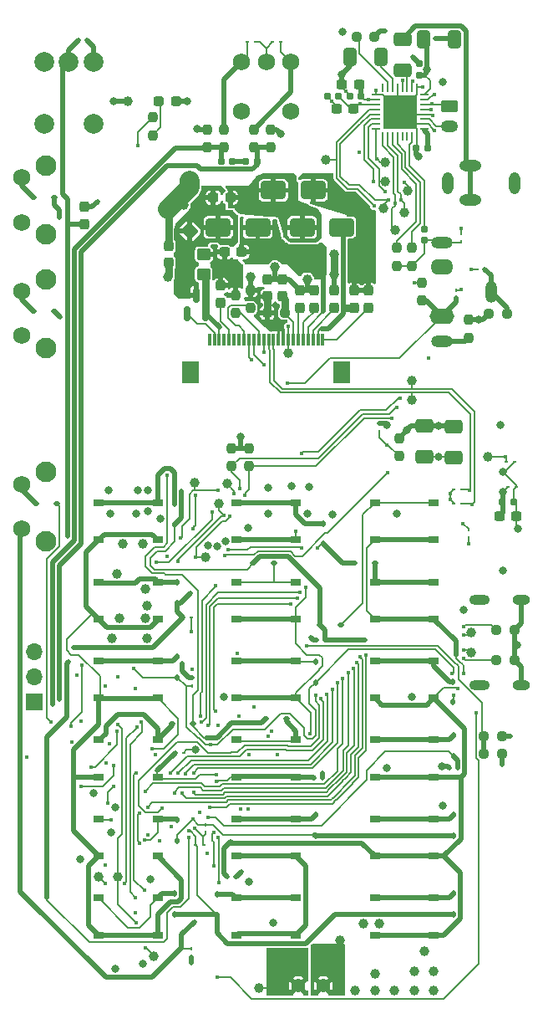
<source format=gtl>
%TF.GenerationSoftware,KiCad,Pcbnew,9.0.0*%
%TF.CreationDate,2025-07-15T21:36:03-06:00*%
%TF.ProjectId,OSS Radio Hardware Design,4f535320-5261-4646-996f-204861726477,rev?*%
%TF.SameCoordinates,Original*%
%TF.FileFunction,Copper,L1,Top*%
%TF.FilePolarity,Positive*%
%FSLAX46Y46*%
G04 Gerber Fmt 4.6, Leading zero omitted, Abs format (unit mm)*
G04 Created by KiCad (PCBNEW 9.0.0) date 2025-07-15 21:36:03*
%MOMM*%
%LPD*%
G01*
G04 APERTURE LIST*
G04 Aperture macros list*
%AMRoundRect*
0 Rectangle with rounded corners*
0 $1 Rounding radius*
0 $2 $3 $4 $5 $6 $7 $8 $9 X,Y pos of 4 corners*
0 Add a 4 corners polygon primitive as box body*
4,1,4,$2,$3,$4,$5,$6,$7,$8,$9,$2,$3,0*
0 Add four circle primitives for the rounded corners*
1,1,$1+$1,$2,$3*
1,1,$1+$1,$4,$5*
1,1,$1+$1,$6,$7*
1,1,$1+$1,$8,$9*
0 Add four rect primitives between the rounded corners*
20,1,$1+$1,$2,$3,$4,$5,0*
20,1,$1+$1,$4,$5,$6,$7,0*
20,1,$1+$1,$6,$7,$8,$9,0*
20,1,$1+$1,$8,$9,$2,$3,0*%
G04 Aperture macros list end*
%TA.AperFunction,ComponentPad*%
%ADD10O,2.500000X1.600000*%
%TD*%
%TA.AperFunction,ComponentPad*%
%ADD11O,2.200000X1.200000*%
%TD*%
%TA.AperFunction,ComponentPad*%
%ADD12O,1.200000X2.200000*%
%TD*%
%TA.AperFunction,ComponentPad*%
%ADD13O,2.300000X1.600000*%
%TD*%
%TA.AperFunction,ComponentPad*%
%ADD14C,1.750000*%
%TD*%
%TA.AperFunction,ComponentPad*%
%ADD15C,2.100000*%
%TD*%
%TA.AperFunction,ComponentPad*%
%ADD16C,2.000000*%
%TD*%
%TA.AperFunction,ComponentPad*%
%ADD17O,1.700000X1.700000*%
%TD*%
%TA.AperFunction,ComponentPad*%
%ADD18R,1.700000X1.700000*%
%TD*%
%TA.AperFunction,HeatsinkPad*%
%ADD19O,2.100000X1.000000*%
%TD*%
%TA.AperFunction,HeatsinkPad*%
%ADD20O,1.800000X1.000000*%
%TD*%
%TA.AperFunction,ComponentPad*%
%ADD21O,1.750000X1.200000*%
%TD*%
%TA.AperFunction,ComponentPad*%
%ADD22RoundRect,0.250000X-0.625000X0.350000X-0.625000X-0.350000X0.625000X-0.350000X0.625000X0.350000X0*%
%TD*%
%TA.AperFunction,ComponentPad*%
%ADD23O,1.108000X2.216000*%
%TD*%
%TA.AperFunction,ComponentPad*%
%ADD24O,2.216000X1.108000*%
%TD*%
%TA.AperFunction,ComponentPad*%
%ADD25C,1.400000*%
%TD*%
%TA.AperFunction,SMDPad,CuDef*%
%ADD26RoundRect,0.062500X0.062500X-0.117500X0.062500X0.117500X-0.062500X0.117500X-0.062500X-0.117500X0*%
%TD*%
%TA.AperFunction,SMDPad,CuDef*%
%ADD27RoundRect,0.237500X-0.237500X0.300000X-0.237500X-0.300000X0.237500X-0.300000X0.237500X0.300000X0*%
%TD*%
%TA.AperFunction,SMDPad,CuDef*%
%ADD28R,1.000000X0.750000*%
%TD*%
%TA.AperFunction,SMDPad,CuDef*%
%ADD29RoundRect,0.237500X0.237500X-0.250000X0.237500X0.250000X-0.237500X0.250000X-0.237500X-0.250000X0*%
%TD*%
%TA.AperFunction,SMDPad,CuDef*%
%ADD30C,1.000000*%
%TD*%
%TA.AperFunction,SMDPad,CuDef*%
%ADD31RoundRect,0.237500X-0.300000X-0.237500X0.300000X-0.237500X0.300000X0.237500X-0.300000X0.237500X0*%
%TD*%
%TA.AperFunction,SMDPad,CuDef*%
%ADD32RoundRect,0.062500X-0.117500X-0.062500X0.117500X-0.062500X0.117500X0.062500X-0.117500X0.062500X0*%
%TD*%
%TA.AperFunction,SMDPad,CuDef*%
%ADD33RoundRect,0.237500X0.237500X-0.300000X0.237500X0.300000X-0.237500X0.300000X-0.237500X-0.300000X0*%
%TD*%
%TA.AperFunction,SMDPad,CuDef*%
%ADD34RoundRect,0.250000X-0.450000X0.350000X-0.450000X-0.350000X0.450000X-0.350000X0.450000X0.350000X0*%
%TD*%
%TA.AperFunction,SMDPad,CuDef*%
%ADD35RoundRect,0.112500X0.112500X-0.187500X0.112500X0.187500X-0.112500X0.187500X-0.112500X-0.187500X0*%
%TD*%
%TA.AperFunction,SMDPad,CuDef*%
%ADD36RoundRect,0.237500X-0.237500X0.250000X-0.237500X-0.250000X0.237500X-0.250000X0.237500X0.250000X0*%
%TD*%
%TA.AperFunction,SMDPad,CuDef*%
%ADD37RoundRect,0.155000X-0.212500X-0.155000X0.212500X-0.155000X0.212500X0.155000X-0.212500X0.155000X0*%
%TD*%
%TA.AperFunction,SMDPad,CuDef*%
%ADD38RoundRect,0.062500X-0.062500X0.117500X-0.062500X-0.117500X0.062500X-0.117500X0.062500X0.117500X0*%
%TD*%
%TA.AperFunction,SMDPad,CuDef*%
%ADD39RoundRect,0.237500X0.300000X0.237500X-0.300000X0.237500X-0.300000X-0.237500X0.300000X-0.237500X0*%
%TD*%
%TA.AperFunction,SMDPad,CuDef*%
%ADD40RoundRect,0.250000X0.650000X-0.412500X0.650000X0.412500X-0.650000X0.412500X-0.650000X-0.412500X0*%
%TD*%
%TA.AperFunction,SMDPad,CuDef*%
%ADD41RoundRect,0.062500X0.117500X0.062500X-0.117500X0.062500X-0.117500X-0.062500X0.117500X-0.062500X0*%
%TD*%
%TA.AperFunction,SMDPad,CuDef*%
%ADD42RoundRect,0.250000X1.000000X0.650000X-1.000000X0.650000X-1.000000X-0.650000X1.000000X-0.650000X0*%
%TD*%
%TA.AperFunction,SMDPad,CuDef*%
%ADD43RoundRect,0.195000X0.035355X-0.678823X0.678823X-0.035355X-0.035355X0.678823X-0.678823X0.035355X0*%
%TD*%
%TA.AperFunction,SMDPad,CuDef*%
%ADD44RoundRect,0.237500X0.250000X0.237500X-0.250000X0.237500X-0.250000X-0.237500X0.250000X-0.237500X0*%
%TD*%
%TA.AperFunction,SMDPad,CuDef*%
%ADD45RoundRect,0.112500X0.187500X0.112500X-0.187500X0.112500X-0.187500X-0.112500X0.187500X-0.112500X0*%
%TD*%
%TA.AperFunction,SMDPad,CuDef*%
%ADD46RoundRect,0.062500X-0.337500X-0.062500X0.337500X-0.062500X0.337500X0.062500X-0.337500X0.062500X0*%
%TD*%
%TA.AperFunction,SMDPad,CuDef*%
%ADD47RoundRect,0.062500X-0.062500X-0.337500X0.062500X-0.337500X0.062500X0.337500X-0.062500X0.337500X0*%
%TD*%
%TA.AperFunction,HeatsinkPad*%
%ADD48R,3.500000X3.500000*%
%TD*%
%TA.AperFunction,SMDPad,CuDef*%
%ADD49RoundRect,0.112500X-0.187500X-0.112500X0.187500X-0.112500X0.187500X0.112500X-0.187500X0.112500X0*%
%TD*%
%TA.AperFunction,SMDPad,CuDef*%
%ADD50R,0.300000X1.300000*%
%TD*%
%TA.AperFunction,SMDPad,CuDef*%
%ADD51R,1.800000X2.200000*%
%TD*%
%TA.AperFunction,SMDPad,CuDef*%
%ADD52RoundRect,0.250000X0.412500X0.650000X-0.412500X0.650000X-0.412500X-0.650000X0.412500X-0.650000X0*%
%TD*%
%TA.AperFunction,SMDPad,CuDef*%
%ADD53RoundRect,0.237500X-0.287500X-0.237500X0.287500X-0.237500X0.287500X0.237500X-0.287500X0.237500X0*%
%TD*%
%TA.AperFunction,SMDPad,CuDef*%
%ADD54RoundRect,0.237500X-0.250000X-0.237500X0.250000X-0.237500X0.250000X0.237500X-0.250000X0.237500X0*%
%TD*%
%TA.AperFunction,SMDPad,CuDef*%
%ADD55RoundRect,0.155000X0.212500X0.155000X-0.212500X0.155000X-0.212500X-0.155000X0.212500X-0.155000X0*%
%TD*%
%TA.AperFunction,SMDPad,CuDef*%
%ADD56RoundRect,0.155000X-0.155000X0.212500X-0.155000X-0.212500X0.155000X-0.212500X0.155000X0.212500X0*%
%TD*%
%TA.AperFunction,SMDPad,CuDef*%
%ADD57RoundRect,0.150000X0.150000X-0.587500X0.150000X0.587500X-0.150000X0.587500X-0.150000X-0.587500X0*%
%TD*%
%TA.AperFunction,SMDPad,CuDef*%
%ADD58RoundRect,0.250000X-1.000000X-0.650000X1.000000X-0.650000X1.000000X0.650000X-1.000000X0.650000X0*%
%TD*%
%TA.AperFunction,ViaPad*%
%ADD59C,0.450000*%
%TD*%
%TA.AperFunction,ViaPad*%
%ADD60C,0.800000*%
%TD*%
%TA.AperFunction,ViaPad*%
%ADD61C,1.000000*%
%TD*%
%TA.AperFunction,Conductor*%
%ADD62C,0.500000*%
%TD*%
%TA.AperFunction,Conductor*%
%ADD63C,0.200000*%
%TD*%
%TA.AperFunction,Conductor*%
%ADD64C,0.750000*%
%TD*%
%TA.AperFunction,Conductor*%
%ADD65C,2.000000*%
%TD*%
G04 APERTURE END LIST*
D10*
%TO.P,J8,TN*%
%TO.N,HEADSET_CONN*%
X104775000Y-76750000D03*
D11*
%TO.P,J8,T*%
%TO.N,Net-(J8-PadT)*%
X104775000Y-79250000D03*
D12*
%TO.P,J8,S*%
%TO.N,HEADSET_PTT*%
X109775000Y-74250000D03*
D13*
%TO.P,J8,RN*%
%TO.N,N/C*%
X104775000Y-71750000D03*
D11*
%TO.P,J8,R*%
%TO.N,Net-(D36-A1)*%
X104775000Y-69250000D03*
%TD*%
D14*
%TO.P,SW_SIDE1,2,2*%
%TO.N,BTN_MTX_D*%
X62212500Y-67225000D03*
%TO.P,SW_SIDE1,1,1*%
%TO.N,Net-(D20-A)*%
X62212500Y-62725000D03*
D15*
%TO.P,SW_SIDE1,*%
%TO.N,*%
X64702500Y-68485000D03*
X64702500Y-61475000D03*
%TD*%
D16*
%TO.P,U11,5*%
%TO.N,V_BAT*%
X69500000Y-57250000D03*
%TO.P,U11,4*%
%TO.N,V_BAT_RAW*%
X64500000Y-57250000D03*
%TO.P,U11,3*%
%TO.N,GND*%
X69500000Y-51000000D03*
%TO.P,U11,2*%
%TO.N,POT_VOLUME*%
X67000000Y-51000000D03*
%TO.P,U11,1*%
%TO.N,3V3_MCU*%
X64500000Y-51000000D03*
%TD*%
D17*
%TO.P,J1,3,Pin_3*%
%TO.N,Net-(J1-Pin_3)*%
X63500000Y-110695000D03*
%TO.P,J1,2,Pin_2*%
%TO.N,GND*%
X63500000Y-113235000D03*
D18*
%TO.P,J1,1,Pin_1*%
%TO.N,Net-(J1-Pin_1)*%
X63500000Y-115775000D03*
%TD*%
D19*
%TO.P,J2,S1,SHIELD*%
%TO.N,GND*%
X108650000Y-114070000D03*
D20*
X112850000Y-114070000D03*
D19*
X108650000Y-105430000D03*
D20*
X112850000Y-105430000D03*
%TD*%
D21*
%TO.P,J6,2,Pin_2*%
%TO.N,Net-(J6-Pin_2)*%
X105550000Y-57500000D03*
D22*
%TO.P,J6,1,Pin_1*%
%TO.N,Net-(J6-Pin_1)*%
X105550000Y-55500000D03*
%TD*%
D23*
%TO.P,J7,4*%
%TO.N,GND*%
X105375000Y-63250000D03*
D24*
%TO.P,J7,3*%
%TO.N,Net-(C79-Pad2)*%
X107675000Y-61500000D03*
%TO.P,J7,2*%
X107675000Y-65000000D03*
D23*
%TO.P,J7,1*%
%TO.N,GND*%
X112175000Y-63250000D03*
%TD*%
D14*
%TO.P,SW_SIDE2,2,2*%
%TO.N,BTN_MTX_D*%
X62212500Y-98225000D03*
%TO.P,SW_SIDE2,1,1*%
%TO.N,Net-(D13-A)*%
X62212500Y-93725000D03*
D15*
%TO.P,SW_SIDE2,*%
%TO.N,*%
X64702500Y-99485000D03*
X64702500Y-92475000D03*
%TD*%
D14*
%TO.P,SW_PTT1,2,2*%
%TO.N,BTN_MTX_D*%
X62212500Y-78725000D03*
%TO.P,SW_PTT1,1,1*%
%TO.N,Net-(D28-A)*%
X62212500Y-74225000D03*
D15*
%TO.P,SW_PTT1,*%
%TO.N,*%
X64702500Y-79985000D03*
X64702500Y-72975000D03*
%TD*%
D25*
%TO.P,J9,2,Pin_2*%
%TO.N,V_BAT_RAW*%
X92790000Y-144500000D03*
%TO.P,J9,1,Pin_1*%
%TO.N,GND*%
X90250000Y-144500000D03*
%TD*%
D14*
%TO.P,SW1,S2,S2*%
%TO.N,BTN_MTX_D*%
X89500000Y-56000000D03*
%TO.P,SW1,S1,S1*%
%TO.N,Net-(D29-A)*%
X84500000Y-56000000D03*
%TO.P,SW1,C,C*%
%TO.N,GND*%
X87000000Y-51000000D03*
%TO.P,SW1,B,B*%
%TO.N,Net-(D46-A1)*%
X89500000Y-51000000D03*
%TO.P,SW1,A,A*%
%TO.N,Net-(D47-A1)*%
X84500000Y-51000000D03*
%TD*%
D26*
%TO.P,D45,1,A1*%
%TO.N,BTN_MTX_D*%
X79400000Y-140780000D03*
%TO.P,D45,2,A2*%
%TO.N,GND*%
X79400000Y-141620000D03*
%TD*%
D27*
%TO.P,C34,1*%
%TO.N,GND*%
X87150000Y-73025000D03*
%TO.P,C34,2*%
%TO.N,3V3_MCU*%
X87150000Y-74750000D03*
%TD*%
D28*
%TO.P,SW_UP1,1,1*%
%TO.N,Net-(D25-A)*%
X84000000Y-95625000D03*
X90000000Y-95625000D03*
%TO.P,SW_UP1,2,2*%
%TO.N,BTN_MTX_B*%
X84000000Y-99375000D03*
X90000000Y-99375000D03*
%TD*%
D29*
%TO.P,R22,1*%
%TO.N,BTN_ENC_A*%
X81000000Y-59662500D03*
%TO.P,R22,2*%
%TO.N,3V3_MCU*%
X81000000Y-57837500D03*
%TD*%
D30*
%TO.P,TP31,1,1*%
%TO.N,GND*%
X86250000Y-144750000D03*
%TD*%
%TO.P,TP22,1,1*%
%TO.N,RF_SDI*%
X80850000Y-101150000D03*
%TD*%
%TO.P,TP15,1,1*%
%TO.N,FLASH_SDO*%
X109500000Y-91000000D03*
%TD*%
D31*
%TO.P,C70,1*%
%TO.N,GND*%
X94687500Y-53250000D03*
%TO.P,C70,2*%
%TO.N,3V3_AUDIO*%
X96412500Y-53250000D03*
%TD*%
D27*
%TO.P,C30,1*%
%TO.N,GND*%
X97400000Y-74137500D03*
%TO.P,C30,2*%
%TO.N,Net-(J3-Pin_24)*%
X97400000Y-75862500D03*
%TD*%
D32*
%TO.P,D40,1,A1*%
%TO.N,BTN_MTX_1*%
X92920000Y-109500000D03*
%TO.P,D40,2,A2*%
%TO.N,GND*%
X92080000Y-109500000D03*
%TD*%
%TO.P,D49,1,A1*%
%TO.N,DISPLAY_SDI*%
X106840000Y-95750000D03*
%TO.P,D49,2,A2*%
%TO.N,GND*%
X106000000Y-95750000D03*
%TD*%
D33*
%TO.P,C62,1*%
%TO.N,POT_VOLUME*%
X68550000Y-67412500D03*
%TO.P,C62,2*%
%TO.N,GND*%
X68550000Y-65687500D03*
%TD*%
D34*
%TO.P,R13,1*%
%TO.N,GND*%
X80650000Y-70500000D03*
%TO.P,R13,2*%
%TO.N,Net-(J3-Pin_3)*%
X80650000Y-72500000D03*
%TD*%
D35*
%TO.P,D9,1,K*%
%TO.N,BTN_MTX_5*%
X106000000Y-137300000D03*
%TO.P,D9,2,A*%
%TO.N,Net-(D9-A)*%
X106000000Y-135200000D03*
%TD*%
D28*
%TO.P,SW_9,1,1*%
%TO.N,Net-(D10-A)*%
X98000000Y-127625000D03*
X104000000Y-127625000D03*
%TO.P,SW_9,2,2*%
%TO.N,BTN_MTX_C*%
X98000000Y-131375000D03*
X104000000Y-131375000D03*
%TD*%
%TO.P,SW_5,1,1*%
%TO.N,Net-(D18-A)*%
X84000000Y-119625000D03*
X90000000Y-119625000D03*
%TO.P,SW_5,2,2*%
%TO.N,BTN_MTX_B*%
X84000000Y-123375000D03*
X90000000Y-123375000D03*
%TD*%
D30*
%TO.P,TP10,1,1*%
%TO.N,AUDIOAMP_I2C_SCL*%
X101000000Y-66250000D03*
%TD*%
D36*
%TO.P,R40,1*%
%TO.N,Net-(D46-A1)*%
X85750000Y-57837500D03*
%TO.P,R40,2*%
%TO.N,BTN_ENC_B*%
X85750000Y-59662500D03*
%TD*%
D29*
%TO.P,R24,1*%
%TO.N,BTN_ENC_A*%
X82750000Y-59662500D03*
%TO.P,R24,2*%
%TO.N,Net-(D47-A1)*%
X82750000Y-57837500D03*
%TD*%
D35*
%TO.P,D25,1,K*%
%TO.N,BTN_MTX_0*%
X92800000Y-99800000D03*
%TO.P,D25,2,A*%
%TO.N,Net-(D25-A)*%
X92800000Y-97700000D03*
%TD*%
D33*
%TO.P,C36,1*%
%TO.N,GND*%
X77150000Y-71362500D03*
%TO.P,C36,2*%
%TO.N,3V3_MCU*%
X77150000Y-69637500D03*
%TD*%
D29*
%TO.P,R15,1*%
%TO.N,Net-(J3-Pin_11)*%
X83900000Y-76412500D03*
%TO.P,R15,2*%
%TO.N,GND*%
X83900000Y-74587500D03*
%TD*%
D36*
%TO.P,R46,1*%
%TO.N,Net-(U12-MICBIAS)*%
X101750000Y-69837500D03*
%TO.P,R46,2*%
%TO.N,Net-(D36-A1)*%
X101750000Y-71662500D03*
%TD*%
D28*
%TO.P,SW_0,1,1*%
%TO.N,Net-(D8-A)*%
X84000000Y-135625000D03*
X90000000Y-135625000D03*
%TO.P,SW_0,2,2*%
%TO.N,BTN_MTX_B*%
X84000000Y-139375000D03*
X90000000Y-139375000D03*
%TD*%
D36*
%TO.P,R20,1*%
%TO.N,3V3_MCU*%
X107500000Y-77087500D03*
%TO.P,R20,2*%
%TO.N,Net-(J8-PadT)*%
X107500000Y-78912500D03*
%TD*%
D30*
%TO.P,TP33,1,1*%
%TO.N,Net-(J2-D--PadA7)*%
X107750000Y-108750000D03*
%TD*%
%TO.P,TP35,1,1*%
%TO.N,V_BAT*%
X73000000Y-55000000D03*
%TD*%
D37*
%TO.P,C71,1*%
%TO.N,GND*%
X95482500Y-54500000D03*
%TO.P,C71,2*%
%TO.N,3V3_AUDIO*%
X96617500Y-54500000D03*
%TD*%
D38*
%TO.P,D33,1,A1*%
%TO.N,HEADSET_CONN*%
X106250000Y-74920000D03*
%TO.P,D33,2,A2*%
%TO.N,GND*%
X106250000Y-74080000D03*
%TD*%
D39*
%TO.P,C26,1*%
%TO.N,Net-(D56-K)*%
X83362500Y-64750000D03*
%TO.P,C26,2*%
%TO.N,Net-(D58-A)*%
X81637500Y-64750000D03*
%TD*%
D29*
%TO.P,R51,1*%
%TO.N,Net-(D32-K)*%
X75500000Y-58412500D03*
%TO.P,R51,2*%
%TO.N,LED_STATUS*%
X75500000Y-56587500D03*
%TD*%
D40*
%TO.P,C79,1*%
%TO.N,Net-(U12-HPL)*%
X100800000Y-51812500D03*
%TO.P,C79,2*%
%TO.N,Net-(C79-Pad2)*%
X100800000Y-48687500D03*
%TD*%
D28*
%TO.P,SW_BACK1,1,1*%
%TO.N,Net-(D23-A)*%
X70000000Y-95625000D03*
X76000000Y-95625000D03*
%TO.P,SW_BACK1,2,2*%
%TO.N,BTN_MTX_A*%
X70000000Y-99375000D03*
X76000000Y-99375000D03*
%TD*%
D30*
%TO.P,TP16,1,1*%
%TO.N,MIC_SCL*%
X70000000Y-133500000D03*
%TD*%
D31*
%TO.P,C28,1*%
%TO.N,GND*%
X82787500Y-70250000D03*
%TO.P,C28,2*%
%TO.N,Net-(D58-K)*%
X84512500Y-70250000D03*
%TD*%
D38*
%TO.P,D39,1,A1*%
%TO.N,BTN_MTX_2*%
X79500000Y-114170000D03*
%TO.P,D39,2,A2*%
%TO.N,GND*%
X79500000Y-113330000D03*
%TD*%
D36*
%TO.P,R44,1*%
%TO.N,3V3_MCU*%
X85250000Y-90087500D03*
%TO.P,R44,2*%
%TO.N,AUDIOAMP_I2C_SDA*%
X85250000Y-91912500D03*
%TD*%
D35*
%TO.P,D8,1,K*%
%TO.N,BTN_MTX_5*%
X82000000Y-137325000D03*
%TO.P,D8,2,A*%
%TO.N,Net-(D8-A)*%
X82000000Y-135225000D03*
%TD*%
D41*
%TO.P,D44,1,A1*%
%TO.N,BTN_MTX_C*%
X83080000Y-133500000D03*
%TO.P,D44,2,A2*%
%TO.N,GND*%
X83920000Y-133500000D03*
%TD*%
D30*
%TO.P,TP13,1,1*%
%TO.N,DISPLAY_SCLK*%
X101750000Y-85250000D03*
%TD*%
D31*
%TO.P,C65,1*%
%TO.N,GND*%
X94137500Y-55750000D03*
%TO.P,C65,2*%
%TO.N,1V8_AUDIO*%
X95862500Y-55750000D03*
%TD*%
D35*
%TO.P,D12,1,K*%
%TO.N,BTN_MTX_4*%
X78000000Y-129850000D03*
%TO.P,D12,2,A*%
%TO.N,Net-(D12-A)*%
X78000000Y-127750000D03*
%TD*%
D42*
%TO.P,D58,1,K*%
%TO.N,Net-(D58-K)*%
X86150000Y-67750000D03*
%TO.P,D58,2,A*%
%TO.N,Net-(D58-A)*%
X82150000Y-67750000D03*
%TD*%
D27*
%TO.P,C29,1*%
%TO.N,GND*%
X82400000Y-73637500D03*
%TO.P,C29,2*%
%TO.N,Net-(J3-Pin_5)*%
X82400000Y-75362500D03*
%TD*%
D43*
%TO.P,L2,1*%
%TO.N,Net-(D58-A)*%
X79250000Y-68100000D03*
%TO.P,L2,2*%
%TO.N,3V3_MCU*%
X77050000Y-65900000D03*
%TD*%
D35*
%TO.P,D23,1,K*%
%TO.N,BTN_MTX_1*%
X77750000Y-97800000D03*
%TO.P,D23,2,A*%
%TO.N,Net-(D23-A)*%
X77750000Y-95700000D03*
%TD*%
D44*
%TO.P,R45,1*%
%TO.N,HEADSET_PTT*%
X111412500Y-76500000D03*
%TO.P,R45,2*%
%TO.N,3V3_MCU*%
X109587500Y-76500000D03*
%TD*%
D28*
%TO.P,SW_7,1,1*%
%TO.N,Net-(D12-A)*%
X70000000Y-127625000D03*
X76000000Y-127625000D03*
%TO.P,SW_7,2,2*%
%TO.N,BTN_MTX_A*%
X70000000Y-131375000D03*
X76000000Y-131375000D03*
%TD*%
%TO.P,SW_3,1,1*%
%TO.N,Net-(D14-A)*%
X98000000Y-111625000D03*
X104000000Y-111625000D03*
%TO.P,SW_3,2,2*%
%TO.N,BTN_MTX_C*%
X98000000Y-115375000D03*
X104000000Y-115375000D03*
%TD*%
D45*
%TO.P,D17,1,K*%
%TO.N,BTN_MTX_3*%
X79550000Y-118000000D03*
%TO.P,D17,2,A*%
%TO.N,Net-(D17-A)*%
X77450000Y-118000000D03*
%TD*%
D28*
%TO.P,SW_8,1,1*%
%TO.N,Net-(D11-A)*%
X84000000Y-127625000D03*
X90000000Y-127625000D03*
%TO.P,SW_8,2,2*%
%TO.N,BTN_MTX_B*%
X84000000Y-131375000D03*
X90000000Y-131375000D03*
%TD*%
D29*
%TO.P,R14,1*%
%TO.N,Net-(J3-Pin_8)*%
X85400000Y-75912500D03*
%TO.P,R14,2*%
%TO.N,3V3_MCU*%
X85400000Y-74087500D03*
%TD*%
D46*
%TO.P,U12,1,IOVSS*%
%TO.N,GND*%
X98100000Y-54300000D03*
%TO.P,U12,2,IOVDD*%
%TO.N,3V3_AUDIO*%
X98100000Y-54800000D03*
%TO.P,U12,3,DVDD*%
%TO.N,1V8_AUDIO*%
X98100000Y-55300000D03*
%TO.P,U12,4,DOUT*%
%TO.N,AUDIOAMP_SDO*%
X98100000Y-55800000D03*
%TO.P,U12,5,DIN*%
%TO.N,AUDIOAMP_SDI*%
X98100000Y-56300000D03*
%TO.P,U12,6,WCLK*%
%TO.N,AUDIOAMP_WORDSELECT*%
X98100000Y-56800000D03*
%TO.P,U12,7,BCLK*%
%TO.N,AUDIOAMP_SCL*%
X98100000Y-57300000D03*
%TO.P,U12,8,MCLK*%
%TO.N,AUDIOAMP_MASTERCLK*%
X98100000Y-57800000D03*
D47*
%TO.P,U12,9,SDA*%
%TO.N,AUDIOAMP_I2C_SDA*%
X98800000Y-58500000D03*
%TO.P,U12,10,SCL*%
%TO.N,AUDIOAMP_I2C_SCL*%
X99300000Y-58500000D03*
%TO.P,U12,11,VOL/MICDET*%
%TO.N,Net-(U12-VOL{slash}MICDET)*%
X99800000Y-58500000D03*
%TO.P,U12,12,MICBIAS*%
%TO.N,Net-(U12-MICBIAS)*%
X100300000Y-58500000D03*
%TO.P,U12,13,MIC1LP*%
%TO.N,unconnected-(U12-MIC1LP-Pad13)*%
X100800000Y-58500000D03*
%TO.P,U12,14,MIC1RP*%
%TO.N,unconnected-(U12-MIC1RP-Pad14)*%
X101300000Y-58500000D03*
%TO.P,U12,15,MIC1LM*%
%TO.N,Net-(U12-MIC1LM)*%
X101800000Y-58500000D03*
%TO.P,U12,16,AVSS*%
%TO.N,GND*%
X102300000Y-58500000D03*
D46*
%TO.P,U12,17,AVDD*%
%TO.N,3V3_AUDIO*%
X103000000Y-57800000D03*
%TO.P,U12,18,DVSS*%
%TO.N,GND*%
X103000000Y-57300000D03*
%TO.P,U12,19,SPKM*%
%TO.N,Net-(J6-Pin_2)*%
X103000000Y-56800000D03*
%TO.P,U12,20,SPKVSS*%
%TO.N,GND*%
X103000000Y-56300000D03*
%TO.P,U12,21,SPKVDD*%
%TO.N,3V3_AUDIO*%
X103000000Y-55800000D03*
%TO.P,U12,22,SPKP*%
%TO.N,Net-(J6-Pin_1)*%
X103000000Y-55300000D03*
%TO.P,U12,23,SPKM*%
%TO.N,Net-(J6-Pin_2)*%
X103000000Y-54800000D03*
%TO.P,U12,24,SPKVDD*%
%TO.N,3V3_AUDIO*%
X103000000Y-54300000D03*
D47*
%TO.P,U12,25,SPKVSS*%
%TO.N,GND*%
X102300000Y-53600000D03*
%TO.P,U12,26,SPKP*%
%TO.N,Net-(J6-Pin_1)*%
X101800000Y-53600000D03*
%TO.P,U12,27,HPL*%
%TO.N,Net-(U12-HPL)*%
X101300000Y-53600000D03*
%TO.P,U12,28,HPVDD*%
%TO.N,3V3_AUDIO*%
X100800000Y-53600000D03*
%TO.P,U12,29,HPVSS*%
%TO.N,GND*%
X100300000Y-53600000D03*
%TO.P,U12,30,HPR*%
%TO.N,Net-(U12-HPR)*%
X99800000Y-53600000D03*
%TO.P,U12,31,~{RESET}*%
%TO.N,Net-(U12-~{RESET})*%
X99300000Y-53600000D03*
%TO.P,U12,32,GPIO1*%
%TO.N,unconnected-(U12-GPIO1-Pad32)*%
X98800000Y-53600000D03*
D48*
%TO.P,U12,33,EP*%
%TO.N,GND*%
X100550000Y-56050000D03*
%TD*%
D49*
%TO.P,D27,1,K*%
%TO.N,BTN_MTX_0*%
X95950000Y-101750000D03*
%TO.P,D27,2,A*%
%TO.N,Net-(D27-A)*%
X98050000Y-101750000D03*
%TD*%
%TO.P,D21,1,K*%
%TO.N,BTN_MTX_1*%
X92450000Y-108000000D03*
%TO.P,D21,2,A*%
%TO.N,Net-(D21-A)*%
X94550000Y-108000000D03*
%TD*%
D50*
%TO.P,J3,1,Pin_1*%
%TO.N,unconnected-(J3-Pin_1-Pad1)*%
X81250000Y-79150000D03*
%TO.P,J3,2,Pin_2*%
%TO.N,Net-(J3-Pin_2)*%
X81750000Y-79150000D03*
%TO.P,J3,3,Pin_3*%
%TO.N,Net-(J3-Pin_3)*%
X82250000Y-79150000D03*
%TO.P,J3,4,Pin_4*%
%TO.N,unconnected-(J3-Pin_4-Pad4)*%
X82750000Y-79150000D03*
%TO.P,J3,5,Pin_5*%
%TO.N,Net-(J3-Pin_5)*%
X83250000Y-79150000D03*
%TO.P,J3,6,Pin_6*%
%TO.N,unconnected-(J3-Pin_6-Pad6)*%
X83750000Y-79150000D03*
%TO.P,J3,7,Pin_7*%
%TO.N,unconnected-(J3-Pin_7-Pad7)*%
X84250000Y-79150000D03*
%TO.P,J3,8,Pin_8*%
%TO.N,Net-(J3-Pin_8)*%
X84750000Y-79150000D03*
%TO.P,J3,9,Pin_9*%
%TO.N,DISPLAY_BUSY*%
X85250000Y-79150000D03*
%TO.P,J3,10,Pin_10*%
%TO.N,DISPLAY_RESET*%
X85750000Y-79150000D03*
%TO.P,J3,11,Pin_11*%
%TO.N,Net-(J3-Pin_11)*%
X86250000Y-79150000D03*
%TO.P,J3,12,Pin_12*%
%TO.N,DISPLAY_CS*%
X86750000Y-79150000D03*
%TO.P,J3,13,Pin_13*%
%TO.N,DISPLAY_SCLK*%
X87250000Y-79150000D03*
%TO.P,J3,14,Pin_14*%
%TO.N,DISPLAY_SDI*%
X87750000Y-79150000D03*
%TO.P,J3,15,Pin_15*%
%TO.N,3V3_MCU*%
X88250000Y-79150000D03*
%TO.P,J3,16,Pin_16*%
X88750000Y-79150000D03*
%TO.P,J3,17,Pin_17*%
%TO.N,GND*%
X89250000Y-79150000D03*
%TO.P,J3,18,Pin_18*%
%TO.N,Net-(J3-Pin_18)*%
X89750000Y-79150000D03*
%TO.P,J3,19,Pin_19*%
%TO.N,Net-(J3-Pin_19)*%
X90250000Y-79150000D03*
%TO.P,J3,20,Pin_20*%
%TO.N,Net-(J3-Pin_20)*%
X90750000Y-79150000D03*
%TO.P,J3,21,Pin_21*%
%TO.N,Net-(D58-K)*%
X91250000Y-79150000D03*
%TO.P,J3,22,Pin_22*%
%TO.N,Net-(J3-Pin_22)*%
X91750000Y-79150000D03*
%TO.P,J3,23,Pin_23*%
%TO.N,Net-(D56-A)*%
X92250000Y-79150000D03*
%TO.P,J3,24,Pin_24*%
%TO.N,Net-(J3-Pin_24)*%
X92750000Y-79150000D03*
D51*
%TO.P,J3,MP*%
%TO.N,N/C*%
X79350000Y-82400000D03*
X94650000Y-82400000D03*
%TD*%
D52*
%TO.P,C72,1*%
%TO.N,GND*%
X106062500Y-48750000D03*
%TO.P,C72,2*%
%TO.N,3V3_AUDIO*%
X102937500Y-48750000D03*
%TD*%
D30*
%TO.P,TP20,1,1*%
%TO.N,RF_SEL*%
X79750000Y-93600000D03*
%TD*%
D53*
%TO.P,D32,1,K*%
%TO.N,Net-(D32-K)*%
X76125000Y-55000000D03*
%TO.P,D32,2,A*%
%TO.N,3V3_MCU*%
X77875000Y-55000000D03*
%TD*%
D41*
%TO.P,D42,1,A1*%
%TO.N,BTN_MTX_A*%
X77780000Y-120900000D03*
%TO.P,D42,2,A2*%
%TO.N,GND*%
X78620000Y-120900000D03*
%TD*%
D30*
%TO.P,TP27,1,1*%
%TO.N,AUDIOAMP_WORDSELECT*%
X101350000Y-64050000D03*
%TD*%
D27*
%TO.P,C33,1*%
%TO.N,GND*%
X88650000Y-73025000D03*
%TO.P,C33,2*%
%TO.N,Net-(J3-Pin_18)*%
X88650000Y-74750000D03*
%TD*%
D28*
%TO.P,SW_\u002A1,1,1*%
%TO.N,Net-(D4-A)*%
X70000000Y-135625000D03*
X76000000Y-135625000D03*
%TO.P,SW_\u002A1,2,2*%
%TO.N,BTN_MTX_A*%
X70000000Y-139375000D03*
X76000000Y-139375000D03*
%TD*%
%TO.P,SW_ENTER1,1,1*%
%TO.N,Net-(D21-A)*%
X98000000Y-95625000D03*
X104000000Y-95625000D03*
%TO.P,SW_ENTER1,2,2*%
%TO.N,BTN_MTX_C*%
X98000000Y-99375000D03*
X104000000Y-99375000D03*
%TD*%
D41*
%TO.P,D35,1,A1*%
%TO.N,BTN_MTX_5*%
X79830000Y-130250000D03*
%TO.P,D35,2,A2*%
%TO.N,GND*%
X80670000Y-130250000D03*
%TD*%
D54*
%TO.P,R8,1*%
%TO.N,Net-(J2-CC1)*%
X110337500Y-108500000D03*
%TO.P,R8,2*%
%TO.N,GND*%
X112162500Y-108500000D03*
%TD*%
D28*
%TO.P,SW_#1,1,1*%
%TO.N,Net-(D9-A)*%
X98000000Y-135625000D03*
X104000000Y-135625000D03*
%TO.P,SW_#1,2,2*%
%TO.N,BTN_MTX_C*%
X98000000Y-139375000D03*
X104000000Y-139375000D03*
%TD*%
%TO.P,SW_RIGHT1,1,1*%
%TO.N,Net-(D27-A)*%
X98000000Y-103625000D03*
X104000000Y-103625000D03*
%TO.P,SW_RIGHT1,2,2*%
%TO.N,BTN_MTX_C*%
X98000000Y-107375000D03*
X104000000Y-107375000D03*
%TD*%
D35*
%TO.P,D24,1,K*%
%TO.N,BTN_MTX_0*%
X77950000Y-105800000D03*
%TO.P,D24,2,A*%
%TO.N,Net-(D24-A)*%
X77950000Y-103700000D03*
%TD*%
D36*
%TO.P,R43,1*%
%TO.N,3V3_MCU*%
X83500000Y-90087500D03*
%TO.P,R43,2*%
%TO.N,AUDIOAMP_I2C_SCL*%
X83500000Y-91912500D03*
%TD*%
D30*
%TO.P,TP17,1,1*%
%TO.N,MIC_WORDSELECT*%
X75625000Y-141500000D03*
%TD*%
D35*
%TO.P,D11,1,K*%
%TO.N,BTN_MTX_4*%
X92000000Y-129300000D03*
%TO.P,D11,2,A*%
%TO.N,Net-(D11-A)*%
X92000000Y-127200000D03*
%TD*%
D45*
%TO.P,D20,1,K*%
%TO.N,BTN_MTX_1*%
X65500000Y-64750000D03*
%TO.P,D20,2,A*%
%TO.N,Net-(D20-A)*%
X63400000Y-64750000D03*
%TD*%
D55*
%TO.P,C77,1*%
%TO.N,1V8_AUDIO*%
X94317500Y-54500000D03*
%TO.P,C77,2*%
%TO.N,GND*%
X93182500Y-54500000D03*
%TD*%
D27*
%TO.P,C27,1*%
%TO.N,GND*%
X95900000Y-74137500D03*
%TO.P,C27,2*%
%TO.N,Net-(D56-A)*%
X95900000Y-75862500D03*
%TD*%
D39*
%TO.P,C39,1*%
%TO.N,GND*%
X112362500Y-97000000D03*
%TO.P,C39,2*%
%TO.N,3V3_MCU*%
X110637500Y-97000000D03*
%TD*%
D54*
%TO.P,R16,1*%
%TO.N,3V3_MCU*%
X87100000Y-76387500D03*
%TO.P,R16,2*%
%TO.N,Net-(J3-Pin_18)*%
X88925000Y-76387500D03*
%TD*%
D28*
%TO.P,SW_2,1,1*%
%TO.N,Net-(D15-A)*%
X84000000Y-111625000D03*
X90000000Y-111625000D03*
%TO.P,SW_2,2,2*%
%TO.N,BTN_MTX_B*%
X84000000Y-115375000D03*
X90000000Y-115375000D03*
%TD*%
D56*
%TO.P,C76,1*%
%TO.N,GND*%
X102550000Y-51182500D03*
%TO.P,C76,2*%
%TO.N,3V3_AUDIO*%
X102550000Y-52317500D03*
%TD*%
D35*
%TO.P,D19,1,K*%
%TO.N,BTN_MTX_3*%
X106000000Y-121300000D03*
%TO.P,D19,2,A*%
%TO.N,Net-(D19-A)*%
X106000000Y-119200000D03*
%TD*%
D32*
%TO.P,D34,1,A1*%
%TO.N,HEADSET_PTT*%
X109170000Y-72000000D03*
%TO.P,D34,2,A2*%
%TO.N,GND*%
X108330000Y-72000000D03*
%TD*%
D41*
%TO.P,D43,1,A1*%
%TO.N,BTN_MTX_B*%
X91830000Y-123500000D03*
%TO.P,D43,2,A2*%
%TO.N,GND*%
X92670000Y-123500000D03*
%TD*%
D35*
%TO.P,D4,1,K*%
%TO.N,BTN_MTX_5*%
X77700000Y-137300000D03*
%TO.P,D4,2,A*%
%TO.N,Net-(D4-A)*%
X77700000Y-135200000D03*
%TD*%
D29*
%TO.P,R47,1*%
%TO.N,HEADSET_CONN*%
X102750000Y-75162500D03*
%TO.P,R47,2*%
%TO.N,GND*%
X102750000Y-73337500D03*
%TD*%
D42*
%TO.P,D57,1,K*%
%TO.N,GND*%
X91750000Y-64000000D03*
%TO.P,D57,2,A*%
%TO.N,Net-(D56-K)*%
X87750000Y-64000000D03*
%TD*%
D29*
%TO.P,R21,1*%
%TO.N,BTN_ENC_B*%
X87500000Y-59662500D03*
%TO.P,R21,2*%
%TO.N,3V3_MCU*%
X87500000Y-57837500D03*
%TD*%
D28*
%TO.P,SW_LEFT1,1,1*%
%TO.N,Net-(D24-A)*%
X70000000Y-103625000D03*
X76000000Y-103625000D03*
%TO.P,SW_LEFT1,2,2*%
%TO.N,BTN_MTX_A*%
X70000000Y-107375000D03*
X76000000Y-107375000D03*
%TD*%
D30*
%TO.P,TP29,1,1*%
%TO.N,AUDIOAMP_SDI*%
X98925000Y-65850000D03*
%TD*%
D41*
%TO.P,D50,1,A1*%
%TO.N,FLASH_SDO*%
X111330000Y-91500000D03*
%TO.P,D50,2,A2*%
%TO.N,GND*%
X112170000Y-91500000D03*
%TD*%
D28*
%TO.P,SW_DOWN1,1,1*%
%TO.N,Net-(D22-A)*%
X84000000Y-103625000D03*
X90000000Y-103625000D03*
%TO.P,SW_DOWN1,2,2*%
%TO.N,BTN_MTX_B*%
X84000000Y-107375000D03*
X90000000Y-107375000D03*
%TD*%
D30*
%TO.P,TP41,1,1*%
%TO.N,MIC_SDO*%
X72000000Y-133500000D03*
%TD*%
D35*
%TO.P,D14,1,K*%
%TO.N,BTN_MTX_2*%
X105900000Y-115800000D03*
%TO.P,D14,2,A*%
%TO.N,Net-(D14-A)*%
X105900000Y-113700000D03*
%TD*%
D49*
%TO.P,D18,1,K*%
%TO.N,BTN_MTX_3*%
X86950000Y-117500000D03*
%TO.P,D18,2,A*%
%TO.N,Net-(D18-A)*%
X89050000Y-117500000D03*
%TD*%
D36*
%TO.P,R52,1*%
%TO.N,Net-(U12-VOL{slash}MICDET)*%
X100250000Y-69837500D03*
%TO.P,R52,2*%
%TO.N,Net-(D36-A1)*%
X100250000Y-71662500D03*
%TD*%
D32*
%TO.P,D38,1,A1*%
%TO.N,BTN_MTX_3*%
X106420000Y-122500000D03*
%TO.P,D38,2,A2*%
%TO.N,GND*%
X105580000Y-122500000D03*
%TD*%
D45*
%TO.P,D13,1,K*%
%TO.N,BTN_MTX_2*%
X65800000Y-95750000D03*
%TO.P,D13,2,A*%
%TO.N,Net-(D13-A)*%
X63700000Y-95750000D03*
%TD*%
D32*
%TO.P,D46,1,A1*%
%TO.N,Net-(D46-A1)*%
X88500000Y-49000000D03*
%TO.P,D46,2,A2*%
%TO.N,GND*%
X87660000Y-49000000D03*
%TD*%
D35*
%TO.P,D10,1,K*%
%TO.N,BTN_MTX_4*%
X106000000Y-129300000D03*
%TO.P,D10,2,A*%
%TO.N,Net-(D10-A)*%
X106000000Y-127200000D03*
%TD*%
D30*
%TO.P,TP28,1,1*%
%TO.N,AUDIOAMP_SCL*%
X99100000Y-63150000D03*
%TD*%
D35*
%TO.P,D15,1,K*%
%TO.N,BTN_MTX_2*%
X92000000Y-113800000D03*
%TO.P,D15,2,A*%
%TO.N,Net-(D15-A)*%
X92000000Y-111700000D03*
%TD*%
D30*
%TO.P,TP21,1,1*%
%TO.N,RF_SCLK*%
X83025000Y-93675000D03*
%TD*%
D45*
%TO.P,D28,1,K*%
%TO.N,BTN_MTX_0*%
X65550000Y-76250000D03*
%TO.P,D28,2,A*%
%TO.N,Net-(D28-A)*%
X63450000Y-76250000D03*
%TD*%
D37*
%TO.P,C81,1*%
%TO.N,GND*%
X84932500Y-61087500D03*
%TO.P,C81,2*%
%TO.N,BTN_ENC_B*%
X86067500Y-61087500D03*
%TD*%
D30*
%TO.P,TP19,1,1*%
%TO.N,RF_SDO*%
X82250000Y-95750000D03*
%TD*%
D27*
%TO.P,C31,1*%
%TO.N,GND*%
X93900000Y-74137500D03*
%TO.P,C31,2*%
%TO.N,Net-(J3-Pin_22)*%
X93900000Y-75862500D03*
%TD*%
D30*
%TO.P,TP32,1,1*%
%TO.N,Net-(J2-D+-PadA6)*%
X107750000Y-110750000D03*
%TD*%
D26*
%TO.P,D52,1,A1*%
%TO.N,SD_CS*%
X107500000Y-98330000D03*
%TO.P,D52,2,A2*%
%TO.N,GND*%
X107500000Y-99170000D03*
%TD*%
D55*
%TO.P,C38,1*%
%TO.N,GND*%
X112067500Y-95500000D03*
%TO.P,C38,2*%
%TO.N,3V3_MCU*%
X110932500Y-95500000D03*
%TD*%
D57*
%TO.P,Q1,1,G*%
%TO.N,Net-(J3-Pin_2)*%
X78950000Y-76500000D03*
%TO.P,Q1,2,S*%
%TO.N,Net-(J3-Pin_3)*%
X80850000Y-76500000D03*
%TO.P,Q1,3,D*%
%TO.N,Net-(D58-A)*%
X79900000Y-74625000D03*
%TD*%
D28*
%TO.P,SW_4,1,1*%
%TO.N,Net-(D17-A)*%
X70000000Y-119625000D03*
X76000000Y-119625000D03*
%TO.P,SW_4,2,2*%
%TO.N,BTN_MTX_A*%
X70000000Y-123375000D03*
X76000000Y-123375000D03*
%TD*%
D27*
%TO.P,C35,1*%
%TO.N,GND*%
X90400000Y-74137500D03*
%TO.P,C35,2*%
%TO.N,Net-(J3-Pin_19)*%
X90400000Y-75862500D03*
%TD*%
D41*
%TO.P,D31,1,A1*%
%TO.N,POT_VOLUME*%
X67980000Y-48800000D03*
%TO.P,D31,2,A2*%
%TO.N,GND*%
X68820000Y-48800000D03*
%TD*%
D30*
%TO.P,TP9,1,1*%
%TO.N,AUDIOAMP_I2C_SDA*%
X100050000Y-68050000D03*
%TD*%
D27*
%TO.P,C32,1*%
%TO.N,GND*%
X91900000Y-74137500D03*
%TO.P,C32,2*%
%TO.N,Net-(J3-Pin_20)*%
X91900000Y-75862500D03*
%TD*%
D38*
%TO.P,D48,1,A1*%
%TO.N,SD_CARD_DETECT*%
X98500000Y-88420000D03*
%TO.P,D48,2,A2*%
%TO.N,GND*%
X98500000Y-87580000D03*
%TD*%
D37*
%TO.P,C74,1*%
%TO.N,GND*%
X102232500Y-59750000D03*
%TO.P,C74,2*%
%TO.N,3V3_AUDIO*%
X103367500Y-59750000D03*
%TD*%
D32*
%TO.P,D51,1,A1*%
%TO.N,DISPLAY_SCLK*%
X106840000Y-94250000D03*
%TO.P,D51,2,A2*%
%TO.N,GND*%
X106000000Y-94250000D03*
%TD*%
D44*
%TO.P,R42,1*%
%TO.N,3V3_AUDIO*%
X97962500Y-48500000D03*
%TO.P,R42,2*%
%TO.N,Net-(U12-~{RESET})*%
X96137500Y-48500000D03*
%TD*%
%TO.P,R9,1*%
%TO.N,GND*%
X112162500Y-111500000D03*
%TO.P,R9,2*%
%TO.N,Net-(J2-CC2)*%
X110337500Y-111500000D03*
%TD*%
D28*
%TO.P,SW_1,1,1*%
%TO.N,Net-(D16-A)*%
X70000000Y-111625000D03*
X76000000Y-111625000D03*
%TO.P,SW_1,2,2*%
%TO.N,BTN_MTX_A*%
X70000000Y-115375000D03*
X76000000Y-115375000D03*
%TD*%
D54*
%TO.P,R27,1*%
%TO.N,CHGR_CONN*%
X109087500Y-119250000D03*
%TO.P,R27,2*%
%TO.N,GND*%
X110912500Y-119250000D03*
%TD*%
D29*
%TO.P,R19,1*%
%TO.N,SD_CARD_DETECT*%
X100500000Y-90912500D03*
%TO.P,R19,2*%
%TO.N,3V3_MCU*%
X100500000Y-89087500D03*
%TD*%
D28*
%TO.P,SW_6,1,1*%
%TO.N,Net-(D19-A)*%
X98000000Y-119625000D03*
X104000000Y-119625000D03*
%TO.P,SW_6,2,2*%
%TO.N,BTN_MTX_C*%
X98000000Y-123375000D03*
X104000000Y-123375000D03*
%TD*%
D38*
%TO.P,D36,1,A1*%
%TO.N,Net-(D36-A1)*%
X106750000Y-69170000D03*
%TO.P,D36,2,A2*%
%TO.N,GND*%
X106750000Y-68330000D03*
%TD*%
D41*
%TO.P,D41,1,A1*%
%TO.N,BTN_MTX_0*%
X78580000Y-107250000D03*
%TO.P,D41,2,A2*%
%TO.N,GND*%
X79420000Y-107250000D03*
%TD*%
D58*
%TO.P,D56,1,K*%
%TO.N,Net-(D56-K)*%
X90650000Y-67750000D03*
%TO.P,D56,2,A*%
%TO.N,Net-(D56-A)*%
X94650000Y-67750000D03*
%TD*%
D40*
%TO.P,C40,1*%
%TO.N,GND*%
X106000000Y-91062500D03*
%TO.P,C40,2*%
%TO.N,3V3_MCU*%
X106000000Y-87937500D03*
%TD*%
D35*
%TO.P,D16,1,K*%
%TO.N,BTN_MTX_2*%
X78000000Y-113300000D03*
%TO.P,D16,2,A*%
%TO.N,Net-(D16-A)*%
X78000000Y-111200000D03*
%TD*%
D41*
%TO.P,D53,1,A1*%
%TO.N,3V3_MCU*%
X111500000Y-94000000D03*
%TO.P,D53,2,A2*%
%TO.N,GND*%
X112340000Y-94000000D03*
%TD*%
D49*
%TO.P,D22,1,K*%
%TO.N,BTN_MTX_1*%
X85700000Y-101750000D03*
%TO.P,D22,2,A*%
%TO.N,Net-(D22-A)*%
X87800000Y-101750000D03*
%TD*%
D30*
%TO.P,TP14,1,1*%
%TO.N,DISPLAY_SDI*%
X101750000Y-83250000D03*
%TD*%
D26*
%TO.P,D37,1,A1*%
%TO.N,BTN_MTX_4*%
X80850000Y-128180000D03*
%TO.P,D37,2,A2*%
%TO.N,GND*%
X80850000Y-129020000D03*
%TD*%
D37*
%TO.P,C82,1*%
%TO.N,BTN_ENC_A*%
X82432500Y-61087500D03*
%TO.P,C82,2*%
%TO.N,GND*%
X83567500Y-61087500D03*
%TD*%
D30*
%TO.P,TP26,1,1*%
%TO.N,AUDIOAMP_SDO*%
X93025000Y-60875000D03*
%TD*%
D56*
%TO.P,C80,1*%
%TO.N,Net-(U12-MIC1LM)*%
X103000000Y-67932500D03*
%TO.P,C80,2*%
%TO.N,Net-(D36-A1)*%
X103000000Y-69067500D03*
%TD*%
D44*
%TO.P,R26,1*%
%TO.N,V_CHG*%
X110912500Y-121000000D03*
%TO.P,R26,2*%
%TO.N,CHGR_CONN*%
X109087500Y-121000000D03*
%TD*%
D41*
%TO.P,D47,1,A1*%
%TO.N,Net-(D47-A1)*%
X85080000Y-49000000D03*
%TO.P,D47,2,A2*%
%TO.N,GND*%
X85920000Y-49000000D03*
%TD*%
D52*
%TO.P,C90,1*%
%TO.N,Net-(U12-HPR)*%
X98612500Y-50500000D03*
%TO.P,C90,2*%
%TO.N,GND*%
X95487500Y-50500000D03*
%TD*%
D40*
%TO.P,C42,1*%
%TO.N,GND*%
X103000000Y-91000000D03*
%TO.P,C42,2*%
%TO.N,3V3_MCU*%
X103000000Y-87875000D03*
%TD*%
D30*
%TO.P,TP42,1,1*%
%TO.N,AUDIOAMP_MASTERCLK*%
X99100000Y-61150000D03*
%TD*%
D59*
%TO.N,GND*%
X84250000Y-117199000D03*
X103914449Y-56452980D03*
X75775000Y-121075000D03*
X107750000Y-72025000D03*
D60*
X68182500Y-131682500D03*
D61*
X96250000Y-66000000D03*
X104000000Y-145000000D03*
D60*
X94718750Y-47918750D03*
D61*
X98000000Y-145000000D03*
D59*
X84400000Y-126650000D03*
X79400000Y-142200000D03*
D61*
X82650000Y-72000000D03*
D60*
X104500000Y-91000000D03*
X73800000Y-96700000D03*
D59*
X78500000Y-111900000D03*
D61*
X103000000Y-141000000D03*
X74895000Y-106062500D03*
X93876000Y-72500000D03*
D59*
X81050000Y-131100000D03*
D61*
X100000000Y-145000000D03*
X88000000Y-141250000D03*
X83900000Y-72000000D03*
D60*
X111000000Y-92500000D03*
X93766000Y-96800000D03*
D61*
X90250000Y-142500000D03*
X96000000Y-145000000D03*
D59*
X79400000Y-108700000D03*
X98100000Y-53850000D03*
X84100000Y-110824998D03*
X62750000Y-121367500D03*
D61*
X89262500Y-80500000D03*
X102000000Y-143000000D03*
D59*
X105650000Y-95250000D03*
X85750000Y-116250000D03*
X84500000Y-133000000D03*
D60*
X69500000Y-125000000D03*
D61*
X94500000Y-65000000D03*
D59*
X101850000Y-50475000D03*
D60*
X94687500Y-52250000D03*
X91351000Y-94000000D03*
D61*
X98000000Y-143250000D03*
D60*
X81100000Y-99975000D03*
D61*
X88000000Y-143250000D03*
D60*
X110742282Y-87757718D03*
D59*
X67267500Y-119800000D03*
D60*
X82000000Y-100000000D03*
D59*
X67775000Y-113100000D03*
D60*
X99250000Y-122500000D03*
X99250000Y-87750000D03*
X71000000Y-94350000D03*
D59*
X96423000Y-60176000D03*
D60*
X112500000Y-98250000D03*
D59*
X73750000Y-137136000D03*
D61*
X96500000Y-69250000D03*
D60*
X71200000Y-96700000D03*
D59*
X102850000Y-53525000D03*
D61*
X102000000Y-145000000D03*
D59*
X104160000Y-48608493D03*
X72000000Y-113250000D03*
X102000000Y-73337500D03*
D61*
X90250000Y-141250000D03*
X91150000Y-73000000D03*
D60*
X104825000Y-122325000D03*
D61*
X71895000Y-102812500D03*
D59*
X84250000Y-61087500D03*
D61*
X74750000Y-104312500D03*
X104000000Y-143000000D03*
X95900000Y-71000000D03*
X96250000Y-72500000D03*
D60*
X100250000Y-96750000D03*
D59*
X106750000Y-67850000D03*
D61*
X77012500Y-72750000D03*
X93876000Y-70500000D03*
D59*
X104025000Y-57975000D03*
D60*
X79796834Y-120593834D03*
D59*
X69900000Y-65150000D03*
D60*
X111000000Y-102500000D03*
X87700000Y-138100000D03*
X74000000Y-94350000D03*
D61*
X88000000Y-144750000D03*
D59*
X70700000Y-114200000D03*
X76200000Y-129800000D03*
D60*
X104924265Y-126250000D03*
X91200000Y-96700000D03*
X71750000Y-142750000D03*
X107000000Y-106500000D03*
D59*
X93618725Y-54971211D03*
D60*
X74500000Y-142250000D03*
D59*
X91500000Y-109250000D03*
D61*
%TO.N,3V3_MCU*%
X85400000Y-72750000D03*
D60*
X101293750Y-88293750D03*
%TO.N,GND*%
X102425000Y-60575000D03*
D61*
%TO.N,3V3_MCU*%
X71395000Y-109312500D03*
D60*
X111000000Y-94500000D03*
D61*
X79250000Y-63000000D03*
X74750000Y-107312500D03*
D60*
X71250000Y-129000000D03*
D59*
%TO.N,GND*%
X79750000Y-128550000D03*
D60*
%TO.N,3V3_MCU*%
X108500000Y-77087500D03*
%TO.N,GND*%
X112449000Y-110000000D03*
%TO.N,3V3_MCU*%
X79000000Y-55000000D03*
D59*
X73750000Y-114402500D03*
D61*
X88012500Y-77500000D03*
D59*
%TO.N,GND*%
X95087500Y-53962500D03*
X89225000Y-77800000D03*
D61*
%TO.N,3V3_MCU*%
X74895000Y-109312500D03*
D59*
X76941235Y-101000000D03*
%TO.N,1V8_AUDIO*%
X96500000Y-55250000D03*
D60*
%TO.N,3V3_MCU*%
X84400000Y-88900000D03*
X104900000Y-53025000D03*
D59*
X85275000Y-121125000D03*
X85200000Y-126650000D03*
%TO.N,Net-(D12-A)*%
X71250000Y-127750000D03*
D60*
%TO.N,3V3_MCU*%
X104500000Y-87875000D03*
X80000000Y-57750000D03*
X82750000Y-115250000D03*
X75250000Y-133750000D03*
D59*
X70700000Y-132250000D03*
D60*
X85250000Y-134000000D03*
X71697000Y-126400000D03*
D59*
X103500000Y-81000000D03*
X80250000Y-126950000D03*
X82150000Y-118150000D03*
D61*
X72145000Y-107312500D03*
D59*
%TO.N,1V1_MCU*%
X79500000Y-112500000D03*
X71132539Y-120025000D03*
X77396232Y-128396232D03*
D60*
%TO.N,3V3_MCU*%
X88500000Y-58250000D03*
D61*
X78650000Y-65500000D03*
D59*
%TO.N,V_CHG*%
X110900000Y-122100000D03*
%TO.N,1V1_MCU*%
X87550000Y-118775000D03*
%TO.N,POT_VOLUME*%
X66848000Y-99000000D03*
%TO.N,1V1_MCU*%
X87225000Y-119225000D03*
%TO.N,3V3_MCU*%
X70800000Y-121950000D03*
%TO.N,BTN_ENC_B*%
X66032782Y-115550000D03*
%TO.N,BTN_ENC_A*%
X65331782Y-116069782D03*
%TO.N,BTN_MTX_5*%
X79173649Y-128850532D03*
%TO.N,BTN_MTX_4*%
X79550000Y-127650000D03*
%TO.N,Net-(D12-A)*%
X74703640Y-129753896D03*
%TO.N,BTN_MTX_2*%
X106025000Y-115100000D03*
%TO.N,BTN_MTX_0*%
X92200000Y-100200000D03*
%TO.N,HEADSET_PTT*%
X99350000Y-92550000D03*
%TO.N,BTN_MTX_2*%
X67200000Y-118200000D03*
%TO.N,BTN_MTX_0*%
X66990380Y-111709620D03*
%TO.N,BTN_MTX_1*%
X81272000Y-126457323D03*
%TO.N,BTN_MTX_3*%
X77000000Y-92800000D03*
%TO.N,BTN_MTX_0*%
X79300000Y-104800000D03*
X83125000Y-100340525D03*
%TO.N,BTN_MTX_1*%
X66000000Y-66750000D03*
X78426000Y-94426000D03*
%TO.N,BTN_MTX_0*%
X67500000Y-110250000D03*
%TO.N,HEADSET_CONN*%
X89170938Y-83547600D03*
%TO.N,HEADSET_PTT*%
X82778768Y-100978768D03*
%TO.N,BTN_MTX_2*%
X81400000Y-120100000D03*
%TO.N,BTN_MTX_A*%
X75902554Y-122702554D03*
%TO.N,BTN_MTX_2*%
X105872639Y-112926361D03*
%TO.N,BTN_MTX_0*%
X79200000Y-129500000D03*
%TO.N,BTN_MTX_2*%
X65200000Y-117800000D03*
%TO.N,BTN_MTX_A*%
X75417251Y-120502600D03*
%TO.N,BTN_MTX_2*%
X73600000Y-112400000D03*
%TO.N,BTN_MTX_B*%
X91425000Y-119000000D03*
%TO.N,BTN_MTX_3*%
X81250000Y-119375000D03*
%TO.N,BTN_MTX_2*%
X68300000Y-112053554D03*
%TO.N,BTN_MTX_1*%
X97050000Y-109500000D03*
X97100000Y-111000000D03*
%TO.N,BTN_MTX_0*%
X90625000Y-100200000D03*
%TO.N,BTN_MTX_3*%
X81067570Y-127488576D03*
%TO.N,BTN_MTX_0*%
X66147000Y-76847000D03*
%TO.N,BTN_MTX_A*%
X81950000Y-123150000D03*
%TO.N,BTN_MTX_B*%
X91000000Y-132375000D03*
X91000000Y-123375000D03*
%TO.N,BTN_MTX_C*%
X83400000Y-129944000D03*
%TO.N,DISPLAY_CS*%
X89500000Y-105900000D03*
%TO.N,Net-(U7-GPIO26)*%
X71578304Y-124350000D03*
%TO.N,BTN_MTX_B*%
X81950000Y-123800000D03*
%TO.N,DISPLAY_SDI*%
X96209168Y-111800000D03*
%TO.N,DISPLAY_SCLK*%
X107575000Y-94325000D03*
%TO.N,BTN_MTX_C*%
X106440660Y-114459340D03*
%TO.N,SD_CARD_DETECT*%
X94750000Y-113400000D03*
%TO.N,BTN_MTX_C*%
X107025000Y-112925000D03*
%TO.N,SD_CARD_DETECT*%
X74731536Y-124831536D03*
%TO.N,BTN_MTX_D*%
X79750000Y-138000000D03*
%TO.N,SD_CARD_DETECT*%
X99250000Y-89750000D03*
%TO.N,Net-(U7-GPIO26)*%
X70963341Y-126018329D03*
%TO.N,SD_CS*%
X106962682Y-97712682D03*
%TO.N,DISPLAY_CS*%
X81900000Y-116700000D03*
%TO.N,DISPLAY_SCLK*%
X79650000Y-124900000D03*
X95812347Y-112366767D03*
%TO.N,BTN_MTX_B*%
X90000000Y-98500000D03*
X91025000Y-104175000D03*
%TO.N,SD_CS*%
X96507070Y-111197644D03*
%TO.N,Net-(J2-CC1)*%
X107030402Y-108168786D03*
%TO.N,DISPLAY_RESET*%
X86796446Y-81650000D03*
%TO.N,DISPLAY_CS*%
X86750000Y-80394494D03*
%TO.N,DISPLAY_RESET*%
X90450000Y-104700000D03*
%TO.N,SD_CS*%
X74987074Y-126415000D03*
%TO.N,Net-(J2-CC2)*%
X107050000Y-111400000D03*
%TO.N,DISPLAY_RESET*%
X80462436Y-117839588D03*
%TO.N,DISPLAY_BUSY*%
X81086707Y-118162707D03*
X90150000Y-105300000D03*
%TO.N,DISPLAY_SDI*%
X78480000Y-125020000D03*
%TO.N,DISPLAY_BUSY*%
X85525000Y-81125000D03*
%TO.N,DISPLAY_SDI*%
X107831500Y-95831500D03*
D61*
%TO.N,V_BAT*%
X74500000Y-99750000D03*
D60*
X71500000Y-55000000D03*
X87200000Y-96700000D03*
X89550000Y-93900000D03*
X82864656Y-99497630D03*
D61*
X72444998Y-99750000D03*
D60*
X76300000Y-97200000D03*
D59*
%TO.N,RF_SCLK*%
X83750000Y-94650000D03*
D60*
%TO.N,V_BAT*%
X75000000Y-96500000D03*
X87200000Y-94100000D03*
X85200000Y-98200000D03*
D61*
%TO.N,V_BAT_RAW*%
X92500000Y-142600000D03*
D59*
%TO.N,GND*%
X92750000Y-123000000D03*
X75039000Y-129197088D03*
D61*
%TO.N,V_BAT_RAW*%
X96837500Y-138225000D03*
X94250000Y-141500000D03*
D59*
%TO.N,GND*%
X68250000Y-117750000D03*
D60*
X101750000Y-115250000D03*
D59*
X88113957Y-121147900D03*
D61*
%TO.N,V_BAT_RAW*%
X94500000Y-139900000D03*
X98500000Y-138250000D03*
D59*
%TO.N,GND*%
X107500000Y-99750000D03*
D61*
X87900000Y-71750000D03*
D59*
X105650000Y-94700000D03*
D61*
%TO.N,V_BAT_RAW*%
X94250000Y-143000000D03*
X92500000Y-141200000D03*
D59*
%TO.N,GND*%
X111750000Y-119250000D03*
X106800000Y-74050000D03*
%TO.N,RF_SDI*%
X83348750Y-96972500D03*
%TO.N,RF_SDO*%
X78095766Y-101527341D03*
%TO.N,Net-(J2-D--PadA7)*%
X107000000Y-109000000D03*
%TO.N,RF_GPIO3*%
X79820004Y-94887104D03*
%TO.N,Net-(R3-Pad1)*%
X108250000Y-116875000D03*
%TO.N,RF_GPIO2*%
X75824000Y-101650000D03*
%TO.N,AUDIOAMP_I2C_SCL*%
X100625000Y-64952000D03*
X100203000Y-85984517D03*
%TO.N,Net-(J6-Pin_2)*%
X104044394Y-54280606D03*
%TO.N,CHGR_STAT*%
X74650000Y-134850000D03*
X73811871Y-122950000D03*
%TO.N,RF_GPIO2*%
X81500000Y-96550000D03*
%TO.N,Net-(U1-~{CS})*%
X82200000Y-134050696D03*
X82100000Y-129500000D03*
%TO.N,RF_SDI*%
X79875000Y-101150000D03*
%TO.N,RF_GPIO3*%
X79626750Y-98271404D03*
%TO.N,RF_SDO*%
X82705508Y-96878996D03*
%TO.N,Net-(J6-Pin_1)*%
X103810684Y-55202836D03*
%TO.N,RF_SEL*%
X82125000Y-94375000D03*
%TO.N,Net-(J2-D+-PadA6)*%
X107000000Y-110500000D03*
%TO.N,MIC_SDO*%
X71953980Y-118052242D03*
%TO.N,Net-(R3-Pad1)*%
X82000000Y-143662500D03*
%TO.N,MIC_SDO*%
X73859999Y-138097341D03*
%TO.N,RF_SEL*%
X78350000Y-99175000D03*
%TO.N,CHGR_CONN*%
X91075000Y-110100000D03*
D60*
%TO.N,V_BAT*%
X75000003Y-94350000D03*
D59*
%TO.N,3V3_AUDIO*%
X99100000Y-47900000D03*
%TO.N,Net-(J6-Pin_1)*%
X101857466Y-52955872D03*
%TO.N,3V3_AUDIO*%
X103350000Y-58270000D03*
X97330000Y-54800000D03*
D60*
X103300000Y-51800000D03*
D59*
X100800000Y-52900000D03*
X103741790Y-55824030D03*
%TO.N,AUDIOAMP_I2C_SCL*%
X84299999Y-94147899D03*
%TO.N,AUDIOAMP_I2C_SDA*%
X84850000Y-94825000D03*
%TO.N,AUDIOAMP_SDI*%
X94236346Y-113850000D03*
%TO.N,LED_STATUS*%
X71500000Y-122200000D03*
%TO.N,AUDIOAMP_SDO*%
X97946232Y-65553768D03*
%TO.N,AUDIOAMP_SCL*%
X78825000Y-123025000D03*
%TO.N,MIC_WORDSELECT*%
X74789000Y-140636000D03*
X74325000Y-117770000D03*
%TO.N,AUDIOAMP_SCL*%
X99050000Y-64125000D03*
X93727000Y-114462340D03*
%TO.N,LED_STATUS*%
X68200000Y-124300000D03*
%TO.N,AUDIOAMP_SDI*%
X79631395Y-122943267D03*
%TO.N,AUDIOAMP_I2C_SDA*%
X99754638Y-87097338D03*
%TO.N,MIC_SCL*%
X70675000Y-134175000D03*
%TO.N,Net-(U7-RUN)*%
X69221250Y-122346250D03*
%TO.N,LED_STATUS*%
X74000000Y-59500000D03*
%TO.N,FLASH_SDO*%
X77680000Y-125000000D03*
%TO.N,MIC_SCL*%
X72650000Y-134150000D03*
%TO.N,Net-(U1-CLK)*%
X81675000Y-132365000D03*
%TO.N,Net-(U7-RUN)*%
X71900000Y-118700000D03*
%TO.N,FLASH_CS*%
X74125000Y-130050000D03*
%TO.N,FLASH_SDO*%
X95300000Y-112800000D03*
%TO.N,AUDIOAMP_I2C_SDA*%
X100075000Y-65300000D03*
%TO.N,FLASH_CS*%
X74125000Y-127067461D03*
%TO.N,FLASH_SDO*%
X111250000Y-91000000D03*
%TO.N,MIC_WORDSELECT*%
X73772962Y-135552038D03*
%TO.N,MIC_SCL*%
X73875000Y-118275000D03*
%TO.N,Net-(U1-CLK)*%
X81670048Y-129012512D03*
%TO.N,AUDIOAMP_SDI*%
X99401000Y-65000000D03*
%TO.N,AUDIOAMP_SDO*%
X92553222Y-115466314D03*
X77327342Y-122965800D03*
%TO.N,AUDIOAMP_WORDSELECT*%
X97871232Y-63121232D03*
%TO.N,AUDIOAMP_POWER*%
X81835309Y-103990741D03*
%TO.N,AUDIOAMP_MASTERCLK*%
X76475000Y-126500000D03*
%TO.N,AUDIOAMP_POWER*%
X90600000Y-90599000D03*
%TO.N,AUDIOAMP_MASTERCLK*%
X98243462Y-60838634D03*
%TO.N,AUDIOAMP_WORDSELECT*%
X101012500Y-63212500D03*
%TO.N,AUDIOAMP_MASTERCLK*%
X92008275Y-115100000D03*
%TO.N,AUDIOAMP_WORDSELECT*%
X93135651Y-115019773D03*
X78100000Y-123000000D03*
%TO.N,AUDIOAMP_POWER*%
X100604000Y-84998600D03*
X80376000Y-117183561D03*
%TD*%
D62*
%TO.N,BTN_ENC_A*%
X80962500Y-59700000D02*
X81000000Y-59662500D01*
X77800000Y-59700000D02*
X80962500Y-59700000D01*
X67549000Y-69951000D02*
X77800000Y-59700000D01*
X65331782Y-101668218D02*
X67549000Y-99451000D01*
X67549000Y-99451000D02*
X67549000Y-69951000D01*
X65331782Y-116069782D02*
X65331782Y-101668218D01*
D63*
%TO.N,Net-(J3-Pin_2)*%
X81750000Y-78450000D02*
X81750000Y-79150000D01*
X79988500Y-77538500D02*
X80838500Y-77538500D01*
X80838500Y-77538500D02*
X81750000Y-78450000D01*
X78950000Y-76500000D02*
X79988500Y-77538500D01*
D62*
%TO.N,3V3_AUDIO*%
X99100000Y-47900000D02*
X98562500Y-47900000D01*
X98562500Y-47900000D02*
X97962500Y-48500000D01*
D63*
%TO.N,GND*%
X80600000Y-130180000D02*
X80670000Y-130250000D01*
X93618725Y-54971211D02*
X93697514Y-55050000D01*
D62*
X112850000Y-107812500D02*
X112162500Y-108500000D01*
D63*
X89225000Y-77800000D02*
X89225000Y-77875000D01*
X102300000Y-58500000D02*
X102300000Y-57800000D01*
X112362500Y-95795000D02*
X112067500Y-95500000D01*
D62*
X84932500Y-61087500D02*
X83567500Y-61087500D01*
D63*
X89225000Y-77875000D02*
X89250000Y-77900000D01*
D62*
X87900000Y-73025000D02*
X87150000Y-73025000D01*
D63*
X103000000Y-56300000D02*
X103051000Y-56351000D01*
X85920000Y-49000000D02*
X86340000Y-49000000D01*
X93697514Y-55050000D02*
X93699603Y-55050000D01*
X94137500Y-55489986D02*
X93716250Y-55068736D01*
D62*
X95487500Y-51450000D02*
X94687500Y-52250000D01*
X102232500Y-59750000D02*
X102232500Y-60382500D01*
X102550000Y-51175000D02*
X102550000Y-51182500D01*
X112162500Y-110250000D02*
X112199000Y-110250000D01*
X84000000Y-133500000D02*
X84500000Y-133000000D01*
X94687500Y-52250000D02*
X94687500Y-53250000D01*
D63*
X98100000Y-53850000D02*
X98100000Y-54300000D01*
X88000000Y-144750000D02*
X86250000Y-144750000D01*
X104500000Y-91000000D02*
X105937500Y-91000000D01*
X103896446Y-57846446D02*
X103896446Y-57771446D01*
X102300000Y-54300000D02*
X100550000Y-56050000D01*
X93716250Y-55033750D02*
X93182500Y-54500000D01*
X103896446Y-57771446D02*
X103425000Y-57300000D01*
X103425000Y-57300000D02*
X103000000Y-57300000D01*
X102300000Y-53600000D02*
X102300000Y-54300000D01*
X111170000Y-92500000D02*
X111000000Y-92500000D01*
X103914449Y-56414449D02*
X103900000Y-56400000D01*
D62*
X69500000Y-49480000D02*
X68820000Y-48800000D01*
D63*
X93699603Y-55050000D02*
X93715853Y-55033750D01*
D62*
X88650000Y-73025000D02*
X89287500Y-73025000D01*
D63*
X108330000Y-72000000D02*
X107775000Y-72000000D01*
D62*
X89287500Y-73025000D02*
X90400000Y-74137500D01*
X112162500Y-111500000D02*
X112162500Y-110250000D01*
D63*
X89250000Y-77900000D02*
X89250000Y-79150000D01*
X102000000Y-73337500D02*
X102750000Y-73337500D01*
X80850000Y-129020000D02*
X80850000Y-129150000D01*
D62*
X78500000Y-111900000D02*
X78500000Y-112665000D01*
X87900000Y-73025000D02*
X87900000Y-71750000D01*
X91750000Y-109500000D02*
X91500000Y-109250000D01*
D63*
X98100000Y-54300000D02*
X98800000Y-54300000D01*
D62*
X105912500Y-48600000D02*
X106062500Y-48750000D01*
X79400000Y-141620000D02*
X79400000Y-142200000D01*
X112850000Y-112187500D02*
X112162500Y-111500000D01*
D63*
X104025000Y-57975000D02*
X103896446Y-57846446D01*
D62*
X98500000Y-87580000D02*
X99080000Y-87580000D01*
D64*
X77150000Y-72612500D02*
X77012500Y-72750000D01*
D63*
X94687500Y-53562500D02*
X95482500Y-54357500D01*
D62*
X92750000Y-123000000D02*
X92750000Y-123420000D01*
X104160000Y-48608493D02*
X104168493Y-48600000D01*
D63*
X103914449Y-56452980D02*
X103914449Y-56414449D01*
D62*
X112850000Y-105430000D02*
X112850000Y-107812500D01*
X112199000Y-110250000D02*
X112449000Y-110000000D01*
D63*
X107775000Y-72000000D02*
X107750000Y-72025000D01*
X103000000Y-57300000D02*
X101800000Y-57300000D01*
X106750000Y-68330000D02*
X106750000Y-67850000D01*
X103000000Y-56300000D02*
X100800000Y-56300000D01*
X80850000Y-129150000D02*
X80600000Y-129400000D01*
X102375000Y-53525000D02*
X102300000Y-53600000D01*
X102300000Y-59682500D02*
X102232500Y-59750000D01*
X80600000Y-129400000D02*
X80600000Y-130180000D01*
D62*
X95900000Y-74137500D02*
X97400000Y-74137500D01*
X69500000Y-51000000D02*
X69500000Y-49480000D01*
X82537500Y-70500000D02*
X82787500Y-70250000D01*
D63*
X112362500Y-97000000D02*
X112362500Y-95795000D01*
X78926166Y-120593834D02*
X78620000Y-120900000D01*
X105650000Y-94600000D02*
X106000000Y-94250000D01*
X93716250Y-55068736D02*
X93716250Y-55033750D01*
X86340000Y-49000000D02*
X87000000Y-49660000D01*
D62*
X78500000Y-112665000D02*
X79165000Y-113330000D01*
D63*
X87000000Y-51000000D02*
X87000000Y-49660000D01*
D62*
X79165000Y-113330000D02*
X79500000Y-113330000D01*
X112162500Y-110250000D02*
X112162500Y-108500000D01*
X101850000Y-50475000D02*
X102550000Y-51175000D01*
D63*
X93715853Y-55033750D02*
X93716250Y-55033750D01*
X106000000Y-95600000D02*
X105650000Y-95250000D01*
X89250000Y-80487500D02*
X89262500Y-80500000D01*
D62*
X102232500Y-60382500D02*
X102425000Y-60575000D01*
D63*
X112067500Y-94272500D02*
X112340000Y-94000000D01*
X100300000Y-53600000D02*
X100300000Y-55800000D01*
X89250000Y-79150000D02*
X89250000Y-80487500D01*
D62*
X110912500Y-119250000D02*
X111750000Y-119250000D01*
X91150000Y-74137500D02*
X91150000Y-73000000D01*
X93900000Y-72524000D02*
X93876000Y-72500000D01*
D63*
X79400000Y-108700000D02*
X79400000Y-107270000D01*
X103812469Y-56351000D02*
X103914449Y-56452980D01*
D62*
X102250000Y-59767500D02*
X102232500Y-59750000D01*
D63*
X87000000Y-49660000D02*
X87660000Y-49000000D01*
X103000000Y-91000000D02*
X104500000Y-91000000D01*
D62*
X104825000Y-122325000D02*
X105405000Y-122325000D01*
X68550000Y-65687500D02*
X69362500Y-65687500D01*
X105405000Y-122325000D02*
X105580000Y-122500000D01*
D63*
X98800000Y-54300000D02*
X100550000Y-56050000D01*
D64*
X93876000Y-72500000D02*
X93876000Y-70500000D01*
D62*
X93900000Y-74137500D02*
X93900000Y-72524000D01*
D63*
X112340000Y-93840000D02*
X111000000Y-92500000D01*
X105650000Y-94700000D02*
X105650000Y-95250000D01*
D62*
X91900000Y-74137500D02*
X91150000Y-74137500D01*
X104168493Y-48600000D02*
X105912500Y-48600000D01*
X99080000Y-87580000D02*
X99250000Y-87750000D01*
D63*
X112362500Y-97000000D02*
X112362500Y-98112500D01*
X102300000Y-58500000D02*
X102300000Y-59682500D01*
D62*
X83920000Y-133500000D02*
X84000000Y-133500000D01*
D63*
X79796834Y-120593834D02*
X78926166Y-120593834D01*
D62*
X69362500Y-65687500D02*
X69900000Y-65150000D01*
D63*
X106250000Y-74080000D02*
X106770000Y-74080000D01*
D62*
X91150000Y-74137500D02*
X90400000Y-74137500D01*
D63*
X106770000Y-74080000D02*
X106800000Y-74050000D01*
X112170000Y-91500000D02*
X111170000Y-92500000D01*
X84932500Y-61087500D02*
X84250000Y-61087500D01*
X112362500Y-98112500D02*
X112500000Y-98250000D01*
D62*
X95487500Y-50500000D02*
X95487500Y-51450000D01*
D63*
X102850000Y-53525000D02*
X102375000Y-53525000D01*
D64*
X77150000Y-71362500D02*
X77150000Y-72612500D01*
D63*
X112067500Y-95500000D02*
X112067500Y-94272500D01*
X107500000Y-99170000D02*
X107500000Y-99750000D01*
D62*
X112850000Y-114070000D02*
X112850000Y-112187500D01*
D63*
X112340000Y-94000000D02*
X112340000Y-93840000D01*
D62*
X88650000Y-73025000D02*
X87900000Y-73025000D01*
X106287500Y-49125000D02*
X106362500Y-49050000D01*
X92080000Y-109500000D02*
X91750000Y-109500000D01*
D63*
X106000000Y-95750000D02*
X106000000Y-95600000D01*
X103051000Y-56351000D02*
X103812469Y-56351000D01*
X102300000Y-57800000D02*
X100550000Y-56050000D01*
X105650000Y-94700000D02*
X105650000Y-94600000D01*
X79750000Y-128550000D02*
X80600000Y-129400000D01*
D62*
X92750000Y-123420000D02*
X92670000Y-123500000D01*
D63*
X83567500Y-61087500D02*
X84250000Y-61087500D01*
D65*
%TO.N,3V3_MCU*%
X79250000Y-63000000D02*
X79250000Y-63700000D01*
X79250000Y-63700000D02*
X77050000Y-65900000D01*
D62*
X107500000Y-77087500D02*
X108500000Y-77087500D01*
X109000000Y-77087500D02*
X109587500Y-76500000D01*
D64*
X78650000Y-65500000D02*
X78650000Y-63600000D01*
D62*
X100500000Y-89087500D02*
X101293750Y-88293750D01*
X87500000Y-57837500D02*
X88087500Y-57837500D01*
X77875000Y-55000000D02*
X79000000Y-55000000D01*
D64*
X77100000Y-69587500D02*
X77150000Y-69637500D01*
D62*
X81000000Y-57837500D02*
X80087500Y-57837500D01*
X104500000Y-87875000D02*
X105937500Y-87875000D01*
D64*
X86962500Y-76412500D02*
X86987500Y-76387500D01*
X77050000Y-65900000D02*
X77100000Y-65950000D01*
X78650000Y-63600000D02*
X79250000Y-63000000D01*
D62*
X85400000Y-74087500D02*
X85400000Y-72750000D01*
X103000000Y-87875000D02*
X104500000Y-87875000D01*
X101712500Y-87875000D02*
X101293750Y-88293750D01*
X103000000Y-87875000D02*
X101712500Y-87875000D01*
X111000000Y-94500000D02*
X111000000Y-96637500D01*
D64*
X87150000Y-74750000D02*
X87150000Y-76225000D01*
D62*
X85250000Y-90087500D02*
X84400000Y-90087500D01*
X111000000Y-96637500D02*
X110637500Y-97000000D01*
D63*
X111500000Y-94000000D02*
X111000000Y-94500000D01*
D62*
X80087500Y-57837500D02*
X80000000Y-57750000D01*
D64*
X77100000Y-65950000D02*
X77100000Y-69587500D01*
X87150000Y-76225000D02*
X86987500Y-76387500D01*
D62*
X84400000Y-88900000D02*
X84400000Y-90087500D01*
X108500000Y-77087500D02*
X109000000Y-77087500D01*
X84400000Y-90087500D02*
X83500000Y-90087500D01*
X88087500Y-57837500D02*
X88500000Y-58250000D01*
D63*
%TO.N,Net-(D56-A)*%
X92250000Y-78248000D02*
X92483384Y-78014616D01*
X92250000Y-79150000D02*
X92250000Y-78248000D01*
D62*
X93265650Y-78014616D02*
X92900000Y-78014616D01*
X94826000Y-67926000D02*
X94826000Y-76454266D01*
D63*
X92483384Y-78014616D02*
X92900000Y-78014616D01*
D62*
X94826000Y-76454266D02*
X93265650Y-78014616D01*
X92900000Y-78014616D02*
X92664616Y-78014616D01*
D64*
X95900000Y-75862500D02*
X95063500Y-75862500D01*
D63*
%TO.N,Net-(D58-K)*%
X91250000Y-79150000D02*
X91250000Y-77818134D01*
X91250000Y-77818134D02*
X92826000Y-76242134D01*
D62*
X92826000Y-76242134D02*
X92826000Y-72324000D01*
D63*
%TO.N,Net-(J3-Pin_5)*%
X82400000Y-77230036D02*
X83250000Y-78080036D01*
X82400000Y-75362500D02*
X82400000Y-77230036D01*
X83250000Y-78080036D02*
X83250000Y-79150000D01*
%TO.N,Net-(J3-Pin_24)*%
X94112500Y-79150000D02*
X97400000Y-75862500D01*
X92750000Y-79150000D02*
X94112500Y-79150000D01*
%TO.N,Net-(J3-Pin_22)*%
X91750000Y-78150000D02*
X91750000Y-79150000D01*
X93900000Y-76000000D02*
X91750000Y-78150000D01*
%TO.N,Net-(J3-Pin_20)*%
X90750000Y-77362500D02*
X92250000Y-75862500D01*
X90750000Y-79150000D02*
X90750000Y-77362500D01*
D64*
%TO.N,Net-(J3-Pin_18)*%
X88925000Y-75025000D02*
X88650000Y-74750000D01*
X88925000Y-76387500D02*
X88925000Y-75025000D01*
D63*
X89750000Y-77325000D02*
X89750000Y-79150000D01*
X88812500Y-76387500D02*
X89750000Y-77325000D01*
%TO.N,Net-(J3-Pin_19)*%
X90250000Y-79150000D02*
X90250000Y-76012500D01*
D62*
%TO.N,V_CHG*%
X110900000Y-122100000D02*
X110900000Y-121012500D01*
%TO.N,POT_VOLUME*%
X66885500Y-67412500D02*
X66848000Y-67450000D01*
X66848000Y-67450000D02*
X66848000Y-64848000D01*
X67000000Y-49780000D02*
X67980000Y-48800000D01*
X67000000Y-51000000D02*
X67000000Y-49780000D01*
X66848000Y-64848000D02*
X66355000Y-64355000D01*
X66355000Y-64355000D02*
X66355000Y-51645000D01*
X66848000Y-99000000D02*
X66848000Y-67450000D01*
X68550000Y-67412500D02*
X66885500Y-67412500D01*
X66355000Y-51645000D02*
X67000000Y-51000000D01*
D63*
%TO.N,1V8_AUDIO*%
X96362500Y-55250000D02*
X95862500Y-55750000D01*
X96550000Y-55300000D02*
X98100000Y-55300000D01*
X96500000Y-55250000D02*
X96550000Y-55300000D01*
X95567500Y-55750000D02*
X94317500Y-54500000D01*
X96500000Y-55250000D02*
X96362500Y-55250000D01*
%TO.N,Net-(U12-HPL)*%
X101300000Y-52312500D02*
X101300000Y-53600000D01*
D62*
%TO.N,Net-(C79-Pad2)*%
X106772292Y-47399000D02*
X107250000Y-47876708D01*
X107250000Y-61075000D02*
X107675000Y-61500000D01*
X102088500Y-47399000D02*
X106772292Y-47399000D01*
X107675000Y-65000000D02*
X107675000Y-61500000D01*
X107250000Y-47876708D02*
X107250000Y-61075000D01*
X100800000Y-48687500D02*
X102088500Y-47399000D01*
D63*
%TO.N,Net-(U12-MIC1LM)*%
X101526000Y-59424000D02*
X101526000Y-61526000D01*
X101526000Y-61526000D02*
X103000000Y-63000000D01*
X103000000Y-63000000D02*
X103000000Y-67932500D01*
X101800000Y-58500000D02*
X101800000Y-59150000D01*
X101800000Y-59150000D02*
X101526000Y-59424000D01*
%TO.N,Net-(D36-A1)*%
X101750000Y-71662500D02*
X100250000Y-71662500D01*
X103000000Y-69067500D02*
X103000000Y-70412500D01*
X106670000Y-69250000D02*
X106750000Y-69170000D01*
X103000000Y-70412500D02*
X101750000Y-71662500D01*
X103000000Y-69067500D02*
X104592500Y-69067500D01*
X104775000Y-69250000D02*
X106670000Y-69250000D01*
D62*
%TO.N,BTN_ENC_B*%
X86067500Y-61087500D02*
X86067500Y-59980000D01*
X80348500Y-61848500D02*
X85616500Y-61848500D01*
X66032782Y-101958582D02*
X68250000Y-99741364D01*
X87500000Y-59662500D02*
X85750000Y-59662500D01*
X86067500Y-59980000D02*
X85750000Y-59662500D01*
X68250000Y-99741364D02*
X68250000Y-70184796D01*
X68250000Y-70184796D02*
X76934796Y-61500000D01*
X80000000Y-61500000D02*
X80348500Y-61848500D01*
X76934796Y-61500000D02*
X80000000Y-61500000D01*
X86067500Y-61397500D02*
X86067500Y-61087500D01*
X66032782Y-115550000D02*
X66032782Y-101958582D01*
X85616500Y-61848500D02*
X86067500Y-61397500D01*
%TO.N,BTN_ENC_A*%
X82432500Y-61087500D02*
X82432500Y-59980000D01*
X82750000Y-59662500D02*
X81000000Y-59662500D01*
X82432500Y-59980000D02*
X82750000Y-59662500D01*
D63*
%TO.N,Net-(U12-HPR)*%
X99800000Y-52661160D02*
X99800000Y-53600000D01*
X98612500Y-51473660D02*
X99800000Y-52661160D01*
X98612500Y-50500000D02*
X98612500Y-51473660D01*
D62*
%TO.N,BTN_MTX_5*%
X83049000Y-140201000D02*
X91049000Y-140201000D01*
X82000000Y-137325000D02*
X82000000Y-139152000D01*
X91049000Y-140201000D02*
X93976000Y-137274000D01*
D63*
X79830000Y-130250000D02*
X80000000Y-130420000D01*
D62*
X93976000Y-137274000D02*
X105974000Y-137274000D01*
D63*
X79173649Y-128850532D02*
X79294409Y-128850532D01*
D62*
X78000000Y-137300000D02*
X81975000Y-137300000D01*
D63*
X79294409Y-128850532D02*
X79830000Y-129386123D01*
X80000000Y-135325000D02*
X82000000Y-137325000D01*
D62*
X82000000Y-139152000D02*
X83049000Y-140201000D01*
X81975000Y-137300000D02*
X82000000Y-137325000D01*
X105974000Y-137274000D02*
X106000000Y-137300000D01*
D63*
X79830000Y-129386123D02*
X79830000Y-130250000D01*
X80000000Y-130420000D02*
X80000000Y-135325000D01*
%TO.N,Net-(D4-A)*%
X74175000Y-138625000D02*
X73000000Y-138625000D01*
X75250000Y-136375000D02*
X75250000Y-137550000D01*
D62*
X76425000Y-135200000D02*
X77700000Y-135200000D01*
D63*
X76000000Y-135625000D02*
X75250000Y-136375000D01*
X73000000Y-138625000D02*
X70000000Y-135625000D01*
X75250000Y-137550000D02*
X74175000Y-138625000D01*
D62*
X76000000Y-135625000D02*
X76425000Y-135200000D01*
%TO.N,Net-(D8-A)*%
X84000000Y-135625000D02*
X90000000Y-135625000D01*
X83600000Y-135225000D02*
X84000000Y-135625000D01*
X82000000Y-135225000D02*
X83600000Y-135225000D01*
%TO.N,Net-(D9-A)*%
X104000000Y-135625000D02*
X105575000Y-135625000D01*
X98000000Y-135625000D02*
X104000000Y-135625000D01*
X105575000Y-135625000D02*
X106000000Y-135200000D01*
%TO.N,Net-(D10-A)*%
X104000000Y-127625000D02*
X105575000Y-127625000D01*
X98000000Y-127625000D02*
X104000000Y-127625000D01*
X105575000Y-127625000D02*
X106000000Y-127200000D01*
D63*
%TO.N,BTN_MTX_4*%
X91897223Y-129197223D02*
X82597223Y-129197223D01*
X82597223Y-129197223D02*
X81580000Y-128180000D01*
X81580000Y-128180000D02*
X80123877Y-128180000D01*
X80123877Y-128180000D02*
X79593877Y-127650000D01*
X79593877Y-127650000D02*
X79550000Y-127650000D01*
X79550000Y-127650000D02*
X78000000Y-129200000D01*
X78000000Y-129200000D02*
X78000000Y-129850000D01*
D62*
X91897223Y-129197223D02*
X92000000Y-129300000D01*
X92000000Y-129300000D02*
X106000000Y-129300000D01*
%TO.N,Net-(D11-A)*%
X84000000Y-127625000D02*
X90000000Y-127625000D01*
X90000000Y-127625000D02*
X91575000Y-127625000D01*
X91575000Y-127625000D02*
X92000000Y-127200000D01*
%TO.N,Net-(D12-A)*%
X77875000Y-127625000D02*
X78000000Y-127750000D01*
D63*
X74703640Y-129707927D02*
X74745713Y-129750000D01*
D62*
X76000000Y-127625000D02*
X77875000Y-127625000D01*
D63*
X71250000Y-127750000D02*
X70125000Y-127750000D01*
X75261932Y-129750000D02*
X76000000Y-129011932D01*
X74745713Y-129750000D02*
X75261932Y-129750000D01*
X74703640Y-129753896D02*
X74703640Y-129707927D01*
X76000000Y-129011932D02*
X76000000Y-127625000D01*
%TO.N,BTN_MTX_2*%
X64780782Y-117380782D02*
X64780782Y-101317321D01*
X91674000Y-119526000D02*
X92000000Y-119200000D01*
X92000000Y-119200000D02*
X92000000Y-116595768D01*
X78949000Y-118286894D02*
X78949000Y-114170000D01*
X80166100Y-119399000D02*
X80061106Y-119399000D01*
X80061106Y-119399000D02*
X78949000Y-118286894D01*
X89386894Y-116949000D02*
X90875000Y-118437106D01*
X66053500Y-96003500D02*
X65800000Y-95750000D01*
X68300000Y-116750000D02*
X67200000Y-117850000D01*
X64780782Y-101317321D02*
X66053500Y-100044603D01*
X105872639Y-112926361D02*
X105999000Y-112800000D01*
X88438500Y-116949000D02*
X89386894Y-116949000D01*
X106025000Y-115100000D02*
X106012500Y-115100000D01*
X92000000Y-116595768D02*
X91375000Y-115970768D01*
X104176088Y-110475000D02*
X95325000Y-110475000D01*
X90875000Y-119193877D02*
X91207123Y-119526000D01*
X91375000Y-115970768D02*
X91375000Y-114425000D01*
X91207123Y-119526000D02*
X91674000Y-119526000D01*
X73600000Y-112400000D02*
X74500000Y-113300000D01*
X106012500Y-115100000D02*
X106025000Y-115112500D01*
X67200000Y-117850000D02*
X67200000Y-118200000D01*
X66053500Y-100044603D02*
X66053500Y-96003500D01*
X83628232Y-118551000D02*
X86836500Y-118551000D01*
X86836500Y-118551000D02*
X88438500Y-116949000D01*
X105999000Y-112800000D02*
X105999000Y-112297912D01*
X81400000Y-120100000D02*
X80867100Y-120100000D01*
X106025000Y-115112500D02*
X106025000Y-115675000D01*
X65200000Y-117800000D02*
X64780782Y-117380782D01*
X82079232Y-120100000D02*
X83628232Y-118551000D01*
X90875000Y-118437106D02*
X90875000Y-119193877D01*
X91375000Y-114425000D02*
X92000000Y-113800000D01*
X81400000Y-120100000D02*
X82079232Y-120100000D01*
X68300000Y-112053554D02*
X68300000Y-116750000D01*
X78870000Y-114170000D02*
X79500000Y-114170000D01*
X80867100Y-120100000D02*
X80166100Y-119399000D01*
X78949000Y-114170000D02*
X79500000Y-114170000D01*
X74500000Y-113300000D02*
X78000000Y-113300000D01*
X105999000Y-112297912D02*
X104176088Y-110475000D01*
X78000000Y-113300000D02*
X78870000Y-114170000D01*
X95325000Y-110475000D02*
X92000000Y-113800000D01*
D62*
%TO.N,Net-(D13-A)*%
X62212500Y-94262500D02*
X63700000Y-95750000D01*
%TO.N,Net-(D14-A)*%
X105575000Y-113700000D02*
X105900000Y-113700000D01*
X98000000Y-111625000D02*
X104000000Y-111625000D01*
X104000000Y-111625000D02*
X104000000Y-112125000D01*
X104000000Y-112125000D02*
X105575000Y-113700000D01*
D63*
%TO.N,Net-(D15-A)*%
X92000000Y-111700000D02*
X90075000Y-111700000D01*
D62*
X84000000Y-111625000D02*
X90000000Y-111625000D01*
%TO.N,Net-(D16-A)*%
X77575000Y-111625000D02*
X78000000Y-111200000D01*
X70000000Y-111625000D02*
X76000000Y-111625000D01*
X76000000Y-111625000D02*
X77575000Y-111625000D01*
D63*
%TO.N,BTN_MTX_3*%
X75450000Y-102775000D02*
X76673000Y-102775000D01*
X74750000Y-102075000D02*
X75450000Y-102775000D01*
D62*
X83475000Y-117925000D02*
X86525000Y-117925000D01*
D63*
X81250000Y-119375000D02*
X81249000Y-119374000D01*
D62*
X82025000Y-119375000D02*
X83475000Y-117925000D01*
X106420000Y-122500000D02*
X106420000Y-121720000D01*
D63*
X97199000Y-123685200D02*
X97199000Y-122699000D01*
X81067570Y-127488576D02*
X81875097Y-127488576D01*
D62*
X80925000Y-119375000D02*
X82025000Y-119375000D01*
D63*
X105500000Y-120800000D02*
X106000000Y-121300000D01*
X76673000Y-102775000D02*
X76800000Y-102902000D01*
D62*
X106420000Y-121720000D02*
X106000000Y-121300000D01*
D63*
X80099000Y-114576000D02*
X79550000Y-115125000D01*
X77000000Y-99700000D02*
X76601000Y-100099000D01*
X97199000Y-122699000D02*
X99098000Y-120800000D01*
X77000000Y-92800000D02*
X77000000Y-99700000D01*
X92583200Y-128301000D02*
X97199000Y-123685200D01*
X74750000Y-101000000D02*
X74750000Y-102075000D01*
X82687521Y-128301000D02*
X92583200Y-128301000D01*
X76601000Y-100099000D02*
X75651000Y-100099000D01*
X99098000Y-120800000D02*
X105500000Y-120800000D01*
X79550000Y-118200000D02*
X79550000Y-118000000D01*
X80724000Y-119374000D02*
X79550000Y-118200000D01*
X75651000Y-100099000D02*
X74750000Y-101000000D01*
X81875097Y-127488576D02*
X82687521Y-128301000D01*
D62*
X86525000Y-117925000D02*
X86950000Y-117500000D01*
D63*
X76800000Y-102902000D02*
X78502000Y-102902000D01*
X79550000Y-115125000D02*
X79550000Y-118000000D01*
X80099000Y-104499000D02*
X80099000Y-114576000D01*
X81249000Y-119374000D02*
X80724000Y-119374000D01*
X78502000Y-102902000D02*
X80099000Y-104499000D01*
D62*
%TO.N,Net-(D17-A)*%
X70799676Y-118225324D02*
X71975000Y-117050000D01*
X70134705Y-119625000D02*
X70799676Y-118960029D01*
X70799676Y-118960029D02*
X70799676Y-118225324D01*
X71975000Y-117050000D02*
X74600000Y-117050000D01*
X77450000Y-118175000D02*
X76000000Y-119625000D01*
X77450000Y-118000000D02*
X77450000Y-118175000D01*
X76000000Y-118450000D02*
X76000000Y-119625000D01*
X74600000Y-117050000D02*
X76000000Y-118450000D01*
D63*
%TO.N,Net-(D18-A)*%
X84125000Y-119750000D02*
X89875000Y-119750000D01*
D62*
X90000000Y-119625000D02*
X90000000Y-118700000D01*
X89050000Y-117750000D02*
X89050000Y-117500000D01*
X90000000Y-118700000D02*
X89050000Y-117750000D01*
%TO.N,Net-(D19-A)*%
X105575000Y-119625000D02*
X106000000Y-119200000D01*
X104000000Y-119625000D02*
X105575000Y-119625000D01*
X98000000Y-119625000D02*
X104000000Y-119625000D01*
%TO.N,Net-(D20-A)*%
X62212500Y-63562500D02*
X63400000Y-64750000D01*
X62212500Y-62725000D02*
X62212500Y-63562500D01*
D63*
%TO.N,BTN_MTX_1*%
X97139347Y-120660653D02*
X97139347Y-111613726D01*
X97138347Y-111038347D02*
X97100000Y-111000000D01*
D62*
X86376000Y-101074000D02*
X85700000Y-101750000D01*
D63*
X93796594Y-125985000D02*
X93796595Y-125985001D01*
X93746062Y-126025000D02*
X93746064Y-126025001D01*
X82997227Y-126450000D02*
X83342227Y-126105000D01*
X94219532Y-125562065D02*
X94219533Y-125562061D01*
X96370000Y-123411593D02*
X96370000Y-121430000D01*
D62*
X92450000Y-104298000D02*
X89226000Y-101074000D01*
D63*
X94008064Y-125773530D02*
X94219532Y-125562065D01*
D62*
X92450000Y-108000000D02*
X92450000Y-104298000D01*
D63*
X93695532Y-126065000D02*
X93735532Y-126025000D01*
D62*
X66000000Y-66000000D02*
X65500000Y-65500000D01*
D63*
X93786063Y-125985001D02*
X93796592Y-125985001D01*
D62*
X92920000Y-108470000D02*
X92450000Y-108000000D01*
D63*
X95867064Y-123914532D02*
X95867064Y-123914530D01*
X85075000Y-102375000D02*
X75650000Y-102375000D01*
D62*
X97050000Y-109500000D02*
X92920000Y-109500000D01*
D63*
X81272000Y-126457323D02*
X81250000Y-126435323D01*
X85700000Y-101750000D02*
X86226000Y-101224000D01*
X93746064Y-126025001D02*
X93786063Y-125985001D01*
X97138347Y-111612726D02*
X97138347Y-111038347D01*
X75950000Y-100500000D02*
X76767100Y-100500000D01*
X85700000Y-101750000D02*
X85075000Y-102375000D01*
D62*
X78426000Y-97124000D02*
X77750000Y-97800000D01*
X89226000Y-101074000D02*
X86376000Y-101074000D01*
D63*
X81250000Y-126435323D02*
X81250000Y-126430000D01*
X94219533Y-125562061D02*
X95655592Y-124126001D01*
X97139347Y-111613726D02*
X97138347Y-111612726D01*
D62*
X92920000Y-109500000D02*
X92920000Y-108470000D01*
D63*
X93796595Y-125985001D02*
X94008064Y-125773532D01*
X96370000Y-121430000D02*
X97139347Y-120660653D01*
X77750000Y-99550000D02*
X77750000Y-97800000D01*
X93735532Y-126025000D02*
X93746062Y-126025000D01*
X81250000Y-126430000D02*
X81270000Y-126450000D01*
D62*
X66000000Y-66750000D02*
X66000000Y-66000000D01*
D63*
X95655592Y-124126001D02*
X95867064Y-123914532D01*
X93695532Y-126065000D02*
X93695531Y-126065000D01*
X93645000Y-126105000D02*
X93685000Y-126065000D01*
X97100000Y-111000000D02*
X97050000Y-111000000D01*
X77717100Y-99550000D02*
X77750000Y-99550000D01*
X81270000Y-126450000D02*
X82997227Y-126450000D01*
D62*
X65500000Y-65500000D02*
X65500000Y-64750000D01*
X78426000Y-94426000D02*
X78426000Y-97124000D01*
D63*
X94008064Y-125773532D02*
X94008064Y-125773530D01*
X97050000Y-111000000D02*
X97025000Y-111025000D01*
X75228793Y-101221207D02*
X75950000Y-100500000D01*
X75650000Y-102375000D02*
X75228793Y-101953793D01*
X93796592Y-125985001D02*
X93796594Y-125985000D01*
X83342227Y-126105000D02*
X93645000Y-126105000D01*
X75228793Y-101953793D02*
X75228793Y-101221207D01*
X95867064Y-123914530D02*
X96370000Y-123411593D01*
X76767100Y-100500000D02*
X77717100Y-99550000D01*
X93685000Y-126065000D02*
X93695532Y-126065000D01*
%TO.N,Net-(D21-A)*%
X96798000Y-96827000D02*
X96798000Y-105752000D01*
X96798000Y-105752000D02*
X94550000Y-108000000D01*
X98000000Y-95625000D02*
X96798000Y-96827000D01*
X104000000Y-95625000D02*
X98000000Y-95625000D01*
%TO.N,Net-(D22-A)*%
X87800000Y-101750000D02*
X87800000Y-103575000D01*
X90000000Y-103625000D02*
X87750000Y-103625000D01*
X87750000Y-103625000D02*
X84000000Y-103625000D01*
X87800000Y-103575000D02*
X87750000Y-103625000D01*
D62*
%TO.N,Net-(D23-A)*%
X70000000Y-95625000D02*
X76000000Y-95625000D01*
X76000000Y-95625000D02*
X76000000Y-92843991D01*
X77725000Y-92568991D02*
X77725000Y-95700000D01*
X76000000Y-92843991D02*
X76719991Y-92124000D01*
X76719991Y-92124000D02*
X77280009Y-92124000D01*
X77280009Y-92124000D02*
X77725000Y-92568991D01*
%TO.N,Net-(D24-A)*%
X74138500Y-103361500D02*
X75736500Y-103361500D01*
X73736500Y-103763500D02*
X74138500Y-103361500D01*
X70138500Y-103763500D02*
X73736500Y-103763500D01*
X75736500Y-103361500D02*
X76000000Y-103625000D01*
X77875000Y-103625000D02*
X77950000Y-103700000D01*
X76000000Y-103625000D02*
X77875000Y-103625000D01*
X70000000Y-103625000D02*
X70138500Y-103763500D01*
%TO.N,BTN_MTX_0*%
X66800000Y-117300000D02*
X66800000Y-111900000D01*
X78300000Y-105800000D02*
X79300000Y-104800000D01*
D63*
X76649000Y-140051000D02*
X77000000Y-139700000D01*
D62*
X77950000Y-105800000D02*
X77950000Y-106620000D01*
D63*
X85401000Y-100099000D02*
X90406106Y-100099000D01*
X92200000Y-100200000D02*
X92600000Y-99800000D01*
X64800000Y-135652000D02*
X64800000Y-135600000D01*
X79200000Y-135679232D02*
X79200000Y-129500000D01*
D62*
X75530000Y-110300000D02*
X78580000Y-107250000D01*
D63*
X64800000Y-135600000D02*
X64800000Y-135800000D01*
X64800000Y-135800000D02*
X69051000Y-140051000D01*
X92600000Y-99800000D02*
X92800000Y-99800000D01*
X90406106Y-100099000D02*
X90507106Y-100200000D01*
D62*
X65550000Y-76250000D02*
X66147000Y-76847000D01*
X77950000Y-106620000D02*
X78580000Y-107250000D01*
D63*
X90507106Y-100200000D02*
X90625000Y-100200000D01*
D62*
X95950000Y-101750000D02*
X94750000Y-101750000D01*
X77950000Y-105800000D02*
X78300000Y-105800000D01*
X64800000Y-119300000D02*
X66800000Y-117300000D01*
D63*
X78328232Y-136551000D02*
X79200000Y-135679232D01*
X77561106Y-136551000D02*
X78328232Y-136551000D01*
X85104554Y-100395446D02*
X85401000Y-100099000D01*
X83125000Y-100340525D02*
X83233277Y-100340525D01*
X77000000Y-137112106D02*
X77561106Y-136551000D01*
X83288198Y-100395446D02*
X85104554Y-100395446D01*
X77000000Y-139700000D02*
X77000000Y-137112106D01*
D62*
X94750000Y-101750000D02*
X92800000Y-99800000D01*
X64800000Y-135600000D02*
X64800000Y-119300000D01*
X66800000Y-111900000D02*
X66954318Y-111745682D01*
D63*
X83233277Y-100340525D02*
X83288198Y-100395446D01*
X69051000Y-140051000D02*
X76649000Y-140051000D01*
D62*
X67500000Y-110250000D02*
X67550000Y-110300000D01*
X67550000Y-110300000D02*
X75530000Y-110300000D01*
%TO.N,Net-(D25-A)*%
X90000000Y-96800000D02*
X90000000Y-95625000D01*
X84000000Y-95625000D02*
X90000000Y-95625000D01*
X92800000Y-97700000D02*
X90900000Y-97700000D01*
X90900000Y-97700000D02*
X90000000Y-96800000D01*
%TO.N,Net-(D27-A)*%
X98000000Y-103625000D02*
X98000000Y-101800000D01*
X104000000Y-103625000D02*
X98000000Y-103625000D01*
X98000000Y-101800000D02*
X98050000Y-101750000D01*
%TO.N,Net-(D28-A)*%
X62212500Y-74225000D02*
X62212500Y-75012500D01*
X62212500Y-75012500D02*
X63450000Y-76250000D01*
D63*
%TO.N,Net-(D32-K)*%
X76276000Y-55151000D02*
X76276000Y-57636500D01*
X76276000Y-57636500D02*
X75500000Y-58412500D01*
D62*
%TO.N,HEADSET_CONN*%
X102750000Y-75162500D02*
X103187500Y-75162500D01*
X106250000Y-75275000D02*
X104775000Y-76750000D01*
X103187500Y-75162500D02*
X104775000Y-76750000D01*
X106250000Y-74920000D02*
X106250000Y-75275000D01*
D63*
%TO.N,HEADSET_PTT*%
X82778768Y-100978768D02*
X82861090Y-100896446D01*
X89931232Y-101000000D02*
X90650000Y-101000000D01*
D62*
X111412500Y-76500000D02*
X111412500Y-75887500D01*
X111412500Y-75887500D02*
X109775000Y-74250000D01*
X109775000Y-72605000D02*
X109170000Y-72000000D01*
D63*
X85774322Y-100896446D02*
X86147768Y-100523000D01*
X82861090Y-100896446D02*
X85774322Y-100896446D01*
X92950000Y-98700000D02*
X93200000Y-98700000D01*
X86147768Y-100523000D02*
X89454232Y-100523000D01*
D62*
X109775000Y-74250000D02*
X109775000Y-72605000D01*
D63*
X90650000Y-101000000D02*
X92950000Y-98700000D01*
X89454232Y-100523000D02*
X89931232Y-101000000D01*
X93200000Y-98700000D02*
X99350000Y-92550000D01*
D62*
%TO.N,BTN_MTX_A*%
X68744000Y-100631000D02*
X70000000Y-99375000D01*
X76000000Y-137300000D02*
X77300000Y-136000000D01*
X75236500Y-108263500D02*
X76000000Y-107500000D01*
D63*
X75417251Y-120502600D02*
X75419851Y-120500000D01*
D62*
X70025000Y-115400000D02*
X75975000Y-115400000D01*
D63*
X67259636Y-111001000D02*
X68001000Y-111001000D01*
X78051000Y-117426000D02*
X76000000Y-115375000D01*
D62*
X78400000Y-133775000D02*
X76000000Y-131375000D01*
D63*
X76602000Y-120500000D02*
X78051000Y-119051000D01*
D62*
X70576000Y-98799000D02*
X70000000Y-99375000D01*
X75975150Y-139399850D02*
X70024850Y-139399850D01*
X67454346Y-123375000D02*
X67454346Y-128829346D01*
D63*
X78051000Y-119051000D02*
X78051000Y-117426000D01*
D62*
X67454346Y-120595654D02*
X67454346Y-123375000D01*
X78100000Y-136000000D02*
X78400000Y-135700000D01*
D63*
X68001000Y-111001000D02*
X70148320Y-113148320D01*
X80250000Y-123150000D02*
X79874000Y-123526000D01*
D62*
X76000000Y-99375000D02*
X75424000Y-98799000D01*
D63*
X70148320Y-113148320D02*
X70148320Y-115226680D01*
X66798000Y-109452000D02*
X66798000Y-109998000D01*
D62*
X69000000Y-132375000D02*
X69000000Y-138375000D01*
X70000000Y-131375000D02*
X69000000Y-132375000D01*
X75977446Y-122702554D02*
X77780000Y-120900000D01*
X67454346Y-128829346D02*
X70000000Y-131375000D01*
D63*
X75419851Y-120500000D02*
X76602000Y-120500000D01*
X79874000Y-123526000D02*
X76151000Y-123526000D01*
X66799000Y-110540364D02*
X67259636Y-111001000D01*
D62*
X77300000Y-136000000D02*
X78100000Y-136000000D01*
X70000000Y-115375000D02*
X70000000Y-118050000D01*
D63*
X75902554Y-122702554D02*
X75902554Y-123277554D01*
D62*
X70888500Y-108263500D02*
X75236500Y-108263500D01*
D63*
X66798000Y-109998000D02*
X66799000Y-109999000D01*
D62*
X76000000Y-139375000D02*
X76000000Y-137300000D01*
X75424000Y-98799000D02*
X70576000Y-98799000D01*
X67454346Y-123375000D02*
X70000000Y-123375000D01*
D63*
X70000000Y-107375000D02*
X69437500Y-106812500D01*
X66799000Y-109999000D02*
X66799000Y-110540364D01*
D62*
X70000000Y-107375000D02*
X70888500Y-108263500D01*
X68744000Y-106119000D02*
X68744000Y-100631000D01*
X78400000Y-135700000D02*
X78400000Y-133775000D01*
D63*
X69437500Y-106812500D02*
X66798000Y-109452000D01*
D62*
X69000000Y-138375000D02*
X70000000Y-139375000D01*
X70000000Y-107375000D02*
X68744000Y-106119000D01*
X75902554Y-122702554D02*
X75977446Y-122702554D01*
X70000000Y-118050000D02*
X67454346Y-120595654D01*
D63*
X81950000Y-123150000D02*
X80250000Y-123150000D01*
%TO.N,BTN_MTX_B*%
X91500000Y-118925000D02*
X91500000Y-116875000D01*
X92349026Y-112525974D02*
X90000000Y-114875000D01*
D62*
X91705000Y-123375000D02*
X91830000Y-123500000D01*
D63*
X90000000Y-107375000D02*
X90000000Y-109875000D01*
X83425000Y-123375000D02*
X84000000Y-123375000D01*
D62*
X90000000Y-131375000D02*
X84000000Y-131375000D01*
D63*
X90000000Y-98500000D02*
X90000000Y-99375000D01*
X82362196Y-123739000D02*
X82362195Y-123739000D01*
D62*
X90000000Y-139375000D02*
X91000000Y-138375000D01*
D63*
X92398938Y-110998912D02*
X92676000Y-111275974D01*
X92349026Y-112451000D02*
X92349026Y-112525974D01*
X82103206Y-123800000D02*
X82164206Y-123739000D01*
X91425000Y-119000000D02*
X91500000Y-118925000D01*
D62*
X84125000Y-139250000D02*
X89875000Y-139250000D01*
D63*
X91025000Y-104175000D02*
X91025000Y-105207763D01*
X91123912Y-110998912D02*
X92398938Y-110998912D01*
D62*
X90000000Y-123375000D02*
X91705000Y-123375000D01*
X91000000Y-138375000D02*
X91000000Y-132375000D01*
D63*
X83061000Y-123739000D02*
X83425000Y-123375000D01*
X90000000Y-114875000D02*
X90000000Y-115375000D01*
X92676000Y-111275974D02*
X92676000Y-112124026D01*
D62*
X84025000Y-123350000D02*
X89975000Y-123350000D01*
X91000000Y-123375000D02*
X90000000Y-123375000D01*
D63*
X82164206Y-123739000D02*
X82362196Y-123739000D01*
X91500000Y-116875000D02*
X90000000Y-115375000D01*
D62*
X91000000Y-132375000D02*
X90000000Y-131375000D01*
D63*
X92676000Y-112124026D02*
X92349026Y-112451000D01*
X81950000Y-123800000D02*
X82103206Y-123800000D01*
X90000000Y-109875000D02*
X91123912Y-110998912D01*
D62*
X90000000Y-99375000D02*
X84000000Y-99375000D01*
D63*
X90000000Y-106232763D02*
X90000000Y-107375000D01*
D62*
X84000000Y-107375000D02*
X90000000Y-107375000D01*
D63*
X82362196Y-123739000D02*
X82661259Y-123739000D01*
D62*
X84000000Y-115375000D02*
X90000000Y-115375000D01*
D63*
X82661259Y-123739000D02*
X83061000Y-123739000D01*
X91025000Y-105207763D02*
X90000000Y-106232763D01*
%TO.N,BTN_MTX_C*%
X106331320Y-114350000D02*
X105025000Y-114350000D01*
X106249000Y-111292479D02*
X106250000Y-111291479D01*
D62*
X98726000Y-116101000D02*
X103274000Y-116101000D01*
X82751000Y-130593000D02*
X82751000Y-133171000D01*
D63*
X98000000Y-99375000D02*
X97199000Y-100176000D01*
D62*
X96676000Y-130051000D02*
X98000000Y-131375000D01*
X104000000Y-139375000D02*
X105025026Y-139375000D01*
X104000000Y-107375000D02*
X98000000Y-107375000D01*
X98000000Y-115375000D02*
X98726000Y-116101000D01*
X106701000Y-137699026D02*
X106701000Y-133050974D01*
X106750000Y-123400000D02*
X107121000Y-123029000D01*
X107121000Y-123029000D02*
X107121000Y-118496000D01*
D63*
X106602221Y-111707521D02*
X106602221Y-111702221D01*
D62*
X83507000Y-130051000D02*
X96676000Y-130051000D01*
X82751000Y-133171000D02*
X83080000Y-133500000D01*
X104000000Y-123375000D02*
X106725000Y-123375000D01*
D63*
X106602221Y-111702221D02*
X106249000Y-111349000D01*
X97199000Y-106574000D02*
X98000000Y-107375000D01*
D62*
X105025026Y-131375000D02*
X104000000Y-131375000D01*
D63*
X107000000Y-112900000D02*
X107000000Y-112100000D01*
X106250000Y-111291479D02*
X106250000Y-111000000D01*
D62*
X83400000Y-129944000D02*
X83507000Y-130051000D01*
X106750000Y-129650026D02*
X106750000Y-123400000D01*
D63*
X97199000Y-100176000D02*
X97199000Y-106574000D01*
D62*
X106701000Y-133050974D02*
X105025026Y-131375000D01*
X105025026Y-139375000D02*
X106701000Y-137699026D01*
X104000000Y-99375000D02*
X98000000Y-99375000D01*
D63*
X106895700Y-112001000D02*
X106602221Y-111707521D01*
D62*
X106250000Y-109625000D02*
X104000000Y-107375000D01*
D63*
X107000000Y-112100000D02*
X106901000Y-112001000D01*
D62*
X83400000Y-129944000D02*
X82751000Y-130593000D01*
D63*
X106440660Y-114459340D02*
X106331320Y-114350000D01*
X106249000Y-111349000D02*
X106249000Y-111292479D01*
D62*
X106725000Y-123375000D02*
X106750000Y-123400000D01*
X105025026Y-131375000D02*
X106750000Y-129650026D01*
X103274000Y-116101000D02*
X104000000Y-115375000D01*
D63*
X107025000Y-112925000D02*
X107000000Y-112900000D01*
X106901000Y-112001000D02*
X106895700Y-112001000D01*
X105025000Y-114350000D02*
X104000000Y-115375000D01*
D62*
X104000000Y-123375000D02*
X98000000Y-123375000D01*
X107121000Y-118496000D02*
X104000000Y-115375000D01*
X106250000Y-111000000D02*
X106250000Y-109625000D01*
X98000000Y-139375000D02*
X104000000Y-139375000D01*
X104000000Y-131375000D02*
X98000000Y-131375000D01*
%TO.N,BTN_MTX_D*%
X78400000Y-139350000D02*
X78400000Y-140700000D01*
X62074000Y-121087491D02*
X62100000Y-121061491D01*
X62100000Y-121673509D02*
X62074000Y-121647509D01*
X70750000Y-143650000D02*
X62100000Y-135000000D01*
X62100000Y-135000000D02*
X62100000Y-121673509D01*
D63*
X78480000Y-140780000D02*
X78400000Y-140700000D01*
D62*
X79750000Y-138000000D02*
X78400000Y-139350000D01*
D63*
X79400000Y-140780000D02*
X78480000Y-140780000D01*
D62*
X62100000Y-121061491D02*
X62100000Y-98412500D01*
X78400000Y-140700000D02*
X75450000Y-143650000D01*
X75450000Y-143650000D02*
X70750000Y-143650000D01*
X62074000Y-121647509D02*
X62074000Y-121087491D01*
D63*
%TO.N,SD_CARD_DETECT*%
X75552072Y-124011000D02*
X80431859Y-124011000D01*
X92900000Y-124100000D02*
X94200000Y-122800000D01*
X82283404Y-124328323D02*
X82511727Y-124100000D01*
X94200000Y-120550000D02*
X94761346Y-119988654D01*
X99250000Y-89750000D02*
X99337500Y-89750000D01*
X94761346Y-113586043D02*
X94750000Y-113574697D01*
X74731536Y-124831536D02*
X75552072Y-124011000D01*
X94750000Y-113574697D02*
X94750000Y-113400000D01*
X94200000Y-122800000D02*
X94200000Y-120550000D01*
X80431859Y-124011000D02*
X80749182Y-124328323D01*
X98500000Y-88420000D02*
X98500000Y-89000000D01*
X82511727Y-124100000D02*
X92900000Y-124100000D01*
X80749182Y-124328323D02*
X82283404Y-124328323D01*
X99337500Y-89750000D02*
X100500000Y-90912500D01*
X98500000Y-89000000D02*
X99250000Y-89750000D01*
X94761346Y-119988654D02*
X94761346Y-113586043D01*
%TO.N,Net-(U7-GPIO26)*%
X70963341Y-124936659D02*
X71550000Y-124350000D01*
X71550000Y-124350000D02*
X71578304Y-124350000D01*
X70963341Y-126018329D02*
X70963341Y-124936659D01*
%TO.N,SD_CS*%
X96738347Y-111779826D02*
X96738347Y-120472185D01*
X75469751Y-125932323D02*
X74987074Y-126415000D01*
X81490877Y-125932323D02*
X81489877Y-125931323D01*
X93596531Y-125664000D02*
X93586000Y-125664000D01*
X96507070Y-111257073D02*
X96737347Y-111487350D01*
X96737347Y-111778826D02*
X96738347Y-111779826D01*
X96507070Y-111197644D02*
X96507070Y-111257073D01*
X96738347Y-120472185D02*
X96009000Y-121201532D01*
X93647064Y-125623999D02*
X93647064Y-125624001D01*
X93858532Y-125412531D02*
X93858533Y-125412530D01*
X96009000Y-123262062D02*
X95506062Y-123765000D01*
X81489877Y-125931323D02*
X81054123Y-125931323D01*
X106962682Y-97712682D02*
X107500000Y-98250000D01*
X93647063Y-125624000D02*
X93647064Y-125623999D01*
X82947804Y-125932323D02*
X81490877Y-125932323D01*
X83176127Y-125704000D02*
X82947804Y-125932323D01*
X93647064Y-125624001D02*
X93636532Y-125624000D01*
X81054123Y-125931323D02*
X81053123Y-125932323D01*
X95506062Y-123765000D02*
X93858532Y-125412531D01*
X95506063Y-123765000D02*
X95506062Y-123765000D01*
X93596532Y-125664000D02*
X93596531Y-125664000D01*
X93858533Y-125412530D02*
X93858533Y-125412532D01*
X93546000Y-125704000D02*
X83176127Y-125704000D01*
X93586000Y-125664000D02*
X93546000Y-125704000D01*
X81053123Y-125932323D02*
X75469751Y-125932323D01*
X93636532Y-125624000D02*
X93596532Y-125664000D01*
X93858533Y-125412532D02*
X93647063Y-125624000D01*
X96737347Y-111487350D02*
X96737347Y-111778826D01*
X96009000Y-121201532D02*
X96009000Y-123262062D01*
%TO.N,Net-(J2-CC1)*%
X107201000Y-107949000D02*
X109786500Y-107949000D01*
X109786500Y-107949000D02*
X110337500Y-108500000D01*
X107030402Y-108119598D02*
X107201000Y-107949000D01*
X107030402Y-108168786D02*
X107030402Y-108119598D01*
%TO.N,Net-(J2-CC2)*%
X107050000Y-111400000D02*
X107050000Y-111446779D01*
X107050000Y-111446779D02*
X107154221Y-111551000D01*
X107154221Y-111551000D02*
X110286500Y-111551000D01*
%TO.N,DISPLAY_CS*%
X81703000Y-116503000D02*
X81900000Y-116700000D01*
X82051300Y-105900000D02*
X81703000Y-106248300D01*
X89469300Y-105900000D02*
X82051300Y-105900000D01*
X86750000Y-80394494D02*
X86750000Y-79150000D01*
X81703000Y-106248300D02*
X81703000Y-116503000D01*
X89500000Y-105869300D02*
X89469300Y-105900000D01*
X89500000Y-105900000D02*
X89500000Y-105869300D01*
%TO.N,DISPLAY_SCLK*%
X95936347Y-120163653D02*
X95936347Y-112490767D01*
X93119065Y-124902000D02*
X93410533Y-124610532D01*
X93410533Y-124610530D02*
X94499061Y-123522000D01*
X79830323Y-125130323D02*
X82615604Y-125130323D01*
X105473600Y-84473600D02*
X101750000Y-84473600D01*
X82843927Y-124902000D02*
X93119065Y-124902000D01*
X101750000Y-84473600D02*
X101750000Y-85250000D01*
X107500000Y-94250000D02*
X106840000Y-94250000D01*
X95167000Y-122843532D02*
X95167000Y-120933000D01*
X94499061Y-123522000D02*
X94922000Y-123099064D01*
X107575000Y-94325000D02*
X107500000Y-94250000D01*
X93410533Y-124610532D02*
X93410533Y-124610530D01*
X82615604Y-125130323D02*
X82843927Y-124902000D01*
X94922000Y-123099064D02*
X94922000Y-123088532D01*
X107656500Y-94243500D02*
X107656500Y-86656500D01*
X79650000Y-124950000D02*
X79830323Y-125130323D01*
X107656500Y-86656500D02*
X105473600Y-84473600D01*
X95936347Y-112490767D02*
X95812347Y-112366767D01*
X79650000Y-124900000D02*
X79650000Y-124950000D01*
X107575000Y-94325000D02*
X107656500Y-94243500D01*
X94922000Y-123088532D02*
X94955531Y-123055000D01*
X95167000Y-120933000D02*
X95936347Y-120163653D01*
X94955531Y-123055000D02*
X95167000Y-122843532D01*
D64*
%TO.N,Net-(J3-Pin_3)*%
X80850000Y-72700000D02*
X80850000Y-76500000D01*
D63*
X80850000Y-76500000D02*
X82250000Y-77900000D01*
X82250000Y-77900000D02*
X82250000Y-79150000D01*
D62*
X80890732Y-76500000D02*
X82270366Y-77879634D01*
D63*
%TO.N,DISPLAY_RESET*%
X80462436Y-117837564D02*
X80462436Y-117839588D01*
X80901000Y-116964684D02*
X80902000Y-116965684D01*
X86796446Y-81646446D02*
X85750000Y-80600000D01*
X86796446Y-81650000D02*
X86796446Y-81646446D01*
X90450000Y-104700000D02*
X82117100Y-104700000D01*
X82117100Y-104700000D02*
X80901000Y-105916100D01*
X80901000Y-105916100D02*
X80901000Y-116964684D01*
X85750000Y-80600000D02*
X85750000Y-79150000D01*
X80902000Y-117401438D02*
X80593877Y-117709561D01*
X80902000Y-116965684D02*
X80902000Y-117401438D01*
X80593877Y-117709561D02*
X80590439Y-117709561D01*
X80590439Y-117709561D02*
X80462436Y-117837564D01*
%TO.N,DISPLAY_BUSY*%
X85250000Y-80850000D02*
X85525000Y-81125000D01*
X81181170Y-118162707D02*
X81086707Y-118162707D01*
X81302000Y-118041877D02*
X81181170Y-118162707D01*
X85250000Y-79150000D02*
X85250000Y-80850000D01*
X90150000Y-105300000D02*
X82084200Y-105300000D01*
X81302000Y-106082200D02*
X81302000Y-118041877D01*
X82084200Y-105300000D02*
X81302000Y-106082200D01*
%TO.N,DISPLAY_SDI*%
X87801000Y-83233900D02*
X87801000Y-80066494D01*
X95608000Y-121092000D02*
X96337347Y-120362653D01*
X88639700Y-84072600D02*
X101750000Y-84072600D01*
X107750000Y-95750000D02*
X107831500Y-95831500D01*
X87750000Y-80015494D02*
X87750000Y-79150000D01*
X107831500Y-95831500D02*
X108157500Y-95505500D01*
X88639700Y-84072600D02*
X87801000Y-83233900D01*
X82781704Y-125531323D02*
X83010027Y-125303000D01*
X108157500Y-86407500D02*
X105822600Y-84072600D01*
X87750000Y-80015494D02*
X87801000Y-80066494D01*
X93771533Y-124760064D02*
X93771533Y-124760061D01*
X78480000Y-125080000D02*
X78931323Y-125531323D01*
X78480000Y-125020000D02*
X78480000Y-125080000D01*
X94648590Y-123883001D02*
X94860061Y-123671531D01*
X95071531Y-123460064D02*
X95071531Y-123460062D01*
X95071531Y-123460062D02*
X95608000Y-122923593D01*
X96337347Y-111928179D02*
X96209168Y-111800000D01*
X94965796Y-123565798D02*
X95071531Y-123460064D01*
X78931323Y-125531323D02*
X82781704Y-125531323D01*
X93771533Y-124760064D02*
X93228596Y-125303000D01*
X108157500Y-95505500D02*
X108157500Y-86407500D01*
X94860063Y-123671532D02*
X94965796Y-123565798D01*
X93228596Y-125303000D02*
X83010027Y-125303000D01*
X105822600Y-84072600D02*
X101750000Y-84072600D01*
X94860061Y-123671532D02*
X94860063Y-123671532D01*
X106840000Y-95750000D02*
X107750000Y-95750000D01*
X95608000Y-122923593D02*
X95608000Y-121092000D01*
X96337347Y-120362653D02*
X96337347Y-111928179D01*
X101750000Y-84072600D02*
X101750000Y-83000000D01*
X93771533Y-124760061D02*
X94648590Y-123883001D01*
X94860061Y-123671531D02*
X94860061Y-123671532D01*
%TO.N,Net-(J3-Pin_11)*%
X83900000Y-76412500D02*
X84414500Y-76412500D01*
X84414500Y-76412500D02*
X86250000Y-78248000D01*
X86250000Y-78248000D02*
X86250000Y-79150000D01*
%TO.N,RF_SCLK*%
X83750000Y-94400000D02*
X83025000Y-93675000D01*
X83750000Y-94650000D02*
X83750000Y-94400000D01*
D62*
%TO.N,V_BAT*%
X73000000Y-55000000D02*
X71500000Y-55000000D01*
D63*
%TO.N,RF_GPIO3*%
X79825000Y-94892100D02*
X79820004Y-94887104D01*
X79626750Y-98106395D02*
X79825000Y-97908145D01*
X79825000Y-97908145D02*
X79825000Y-94892100D01*
X79626750Y-98271404D02*
X79626750Y-98106395D01*
%TO.N,RF_SDI*%
X79900000Y-100150000D02*
X82578804Y-97471196D01*
X80850000Y-101150000D02*
X79875000Y-101150000D01*
X83221196Y-97176304D02*
X83348946Y-97048554D01*
X79875000Y-101150000D02*
X79900000Y-101125000D01*
X82927717Y-97471196D02*
X83221196Y-97177717D01*
X83221196Y-97177717D02*
X83221196Y-97176304D01*
X82578804Y-97471196D02*
X82927717Y-97471196D01*
X83348946Y-96972696D02*
X83348750Y-96972500D01*
X79900000Y-101125000D02*
X79900000Y-100150000D01*
X83348946Y-97048554D02*
X83348946Y-96972696D01*
%TO.N,RF_SEL*%
X82111104Y-94361104D02*
X82125000Y-94375000D01*
X79213341Y-97209382D02*
X79213341Y-94749890D01*
X78350000Y-99175000D02*
X78448000Y-99077000D01*
X79750000Y-94361104D02*
X82111104Y-94361104D01*
X78448000Y-99077000D02*
X78448000Y-97974723D01*
X79750000Y-93450000D02*
X79750000Y-94361104D01*
X79213341Y-94749890D02*
X79602127Y-94361104D01*
X79602127Y-94361104D02*
X79750000Y-94361104D01*
X78448000Y-97974723D02*
X79213341Y-97209382D01*
%TO.N,RF_GPIO2*%
X77150000Y-101650000D02*
X75824000Y-101650000D01*
X81500000Y-96550000D02*
X81500000Y-97300000D01*
X81500000Y-97300000D02*
X77150000Y-101650000D01*
%TO.N,RF_SDO*%
X82682393Y-96902111D02*
X82682393Y-96855881D01*
X82568342Y-96875000D02*
X82568342Y-96881658D01*
X82682393Y-96855881D02*
X82250000Y-96423488D01*
X82568342Y-96881658D02*
X78047001Y-101402999D01*
X82705508Y-96878996D02*
X82682393Y-96902111D01*
X82250000Y-96423488D02*
X82250000Y-96000000D01*
X78077341Y-101527341D02*
X78095766Y-101527341D01*
X78047001Y-101497001D02*
X78077341Y-101527341D01*
X82572338Y-96878996D02*
X82568342Y-96875000D01*
X82705508Y-96878996D02*
X82572338Y-96878996D01*
X78047001Y-101402999D02*
X78047001Y-101497001D01*
%TO.N,Net-(J6-Pin_2)*%
X103706120Y-54500000D02*
X103701000Y-54505120D01*
X103793880Y-54500000D02*
X103706120Y-54500000D01*
X104044394Y-54280606D02*
X104013274Y-54280606D01*
X103489798Y-54726000D02*
X103480120Y-54726000D01*
X103480120Y-54726000D02*
X103406120Y-54800000D01*
X103000000Y-56800000D02*
X103550000Y-56800000D01*
X103406120Y-54800000D02*
X103000000Y-54800000D01*
X104013274Y-54280606D02*
X103793880Y-54500000D01*
X103550000Y-56800000D02*
X104250000Y-57500000D01*
X104250000Y-57500000D02*
X105550000Y-57500000D01*
X103701000Y-54505120D02*
X103701000Y-54514798D01*
X103701000Y-54514798D02*
X103489798Y-54726000D01*
%TO.N,Net-(J6-Pin_1)*%
X101800000Y-53046093D02*
X101800000Y-53600000D01*
X103000000Y-55300000D02*
X105350000Y-55300000D01*
X101857466Y-52988627D02*
X101800000Y-53046093D01*
X101857466Y-52955872D02*
X101857466Y-52988627D01*
D62*
%TO.N,Net-(J8-PadT)*%
X107162500Y-79250000D02*
X107500000Y-78912500D01*
X104775000Y-79250000D02*
X107162500Y-79250000D01*
D63*
%TO.N,Net-(U1-~{CS})*%
X82200000Y-129600000D02*
X82100000Y-129500000D01*
X82200000Y-134050696D02*
X82200000Y-129600000D01*
%TO.N,Net-(R3-Pad1)*%
X85551000Y-145801000D02*
X104949000Y-145801000D01*
X108299000Y-116924000D02*
X108250000Y-116875000D01*
X82000000Y-143662500D02*
X83412500Y-143662500D01*
X108500000Y-121668134D02*
X108299000Y-121467134D01*
X83412500Y-143662500D02*
X85551000Y-145801000D01*
X108500000Y-142250000D02*
X108500000Y-121668134D01*
X108299000Y-121467134D02*
X108299000Y-116924000D01*
X104949000Y-145801000D02*
X108500000Y-142250000D01*
%TO.N,Net-(J2-D+-PadA6)*%
X107000000Y-110500000D02*
X107500000Y-110500000D01*
%TO.N,Net-(J2-D--PadA7)*%
X107000000Y-109000000D02*
X107500000Y-109000000D01*
%TO.N,MIC_SDO*%
X71996119Y-118052242D02*
X71953980Y-118052242D01*
X72426000Y-129174000D02*
X72426000Y-118482123D01*
X72000000Y-136250000D02*
X72000000Y-129600000D01*
X71953980Y-118052242D02*
X71991520Y-118014702D01*
X73847341Y-138097341D02*
X72000000Y-136250000D01*
X72000000Y-129600000D02*
X72426000Y-129174000D01*
X73859999Y-138097341D02*
X73847341Y-138097341D01*
X72426000Y-118482123D02*
X71996119Y-118052242D01*
D62*
%TO.N,Net-(D46-A1)*%
X89500000Y-54087500D02*
X89500000Y-51000000D01*
D63*
X88500000Y-50000000D02*
X88500000Y-49000000D01*
D62*
X85750000Y-57837500D02*
X89500000Y-54087500D01*
D63*
X89500000Y-51000000D02*
X88500000Y-50000000D01*
%TO.N,CHGR_CONN*%
X106016450Y-111683550D02*
X106016450Y-111688850D01*
X104407900Y-110075000D02*
X106016450Y-111683550D01*
X91100000Y-110075000D02*
X104407900Y-110075000D01*
X106016450Y-111688850D02*
X106499000Y-112171400D01*
X108900000Y-115861364D02*
X108900000Y-119062500D01*
D62*
X109087500Y-119250000D02*
X109087500Y-121000000D01*
D63*
X106499000Y-113460364D02*
X108900000Y-115861364D01*
X106499000Y-112171400D02*
X106499000Y-113460364D01*
X91075000Y-110100000D02*
X91100000Y-110075000D01*
%TO.N,CHGR_STAT*%
X73600000Y-123161871D02*
X73600000Y-133800000D01*
X73600000Y-133800000D02*
X74650000Y-134850000D01*
X73811871Y-122950000D02*
X73600000Y-123161871D01*
%TO.N,Net-(D47-A1)*%
X85080000Y-50420000D02*
X85080000Y-49000000D01*
X84500000Y-51000000D02*
X85080000Y-50420000D01*
D62*
X82750000Y-52750000D02*
X84500000Y-51000000D01*
X82750000Y-57837500D02*
X82750000Y-52750000D01*
%TO.N,3V3_AUDIO*%
X103300000Y-51800000D02*
X103300000Y-49112500D01*
X103350000Y-58270000D02*
X103030000Y-57950000D01*
D63*
X100800000Y-53600000D02*
X100800000Y-52900000D01*
D62*
X103030000Y-52317500D02*
X103300000Y-52047500D01*
X103300000Y-52047500D02*
X103300000Y-51800000D01*
D63*
X103715820Y-55850000D02*
X103700000Y-55850000D01*
D62*
X96617500Y-54500000D02*
X96617500Y-54000000D01*
D63*
X97330000Y-54800000D02*
X96917500Y-54800000D01*
D62*
X102550000Y-52317500D02*
X103030000Y-52317500D01*
D63*
X103600000Y-53700000D02*
X103600000Y-52887500D01*
X103650000Y-55800000D02*
X103000000Y-55800000D01*
D62*
X103350000Y-59732500D02*
X103367500Y-59750000D01*
D63*
X96917500Y-54800000D02*
X96617500Y-54500000D01*
D62*
X96617500Y-54000000D02*
X96617500Y-53455000D01*
D63*
X103000000Y-57800000D02*
X103000000Y-57920000D01*
X103000000Y-57920000D02*
X103350000Y-58270000D01*
X97330000Y-54800000D02*
X98100000Y-54800000D01*
D62*
X103300000Y-49112500D02*
X102937500Y-48750000D01*
X96617500Y-53455000D02*
X96412500Y-53250000D01*
D63*
X103741790Y-55824030D02*
X103715820Y-55850000D01*
X103000000Y-54300000D02*
X103600000Y-53700000D01*
X103600000Y-52887500D02*
X103030000Y-52317500D01*
D62*
X103350000Y-58270000D02*
X103350000Y-59732500D01*
D63*
X103700000Y-55850000D02*
X103650000Y-55800000D01*
%TO.N,AUDIOAMP_I2C_SCL*%
X100625000Y-64952000D02*
X100625000Y-64407786D01*
X100625000Y-64952000D02*
X100627000Y-64952000D01*
X100323000Y-60457200D02*
X99300000Y-59434200D01*
X100625000Y-64407786D02*
X100323000Y-64105786D01*
X101000000Y-65325000D02*
X101000000Y-66250000D01*
X99300000Y-59434200D02*
X99300000Y-58500000D01*
X84299999Y-93299999D02*
X83500000Y-92500000D01*
X84299999Y-94147899D02*
X84299999Y-93299999D01*
X100123582Y-85984517D02*
X99460099Y-86648000D01*
X100203000Y-85984517D02*
X100123582Y-85984517D01*
X96732876Y-86648000D02*
X92256876Y-91124000D01*
X92256876Y-91124000D02*
X84288500Y-91124000D01*
X100323000Y-64105786D02*
X100323000Y-60457200D01*
X100627000Y-64952000D02*
X101000000Y-65325000D01*
X99460099Y-86648000D02*
X96732876Y-86648000D01*
X84288500Y-91124000D02*
X83500000Y-91912500D01*
X83500000Y-92500000D02*
X83500000Y-91912500D01*
%TO.N,AUDIOAMP_I2C_SDA*%
X100100000Y-64733123D02*
X100100000Y-64449886D01*
X92035476Y-91912500D02*
X85250000Y-91912500D01*
X84931104Y-94593896D02*
X85250000Y-94275000D01*
X100075000Y-65300000D02*
X100075000Y-65528734D01*
X99922000Y-64271886D02*
X99922000Y-60623300D01*
X84850000Y-94825000D02*
X84931104Y-94743896D01*
X100100000Y-64449886D02*
X99922000Y-64271886D01*
X99706301Y-87049000D02*
X96898976Y-87049000D01*
X100100000Y-65275000D02*
X100100000Y-65170877D01*
X99749000Y-67749000D02*
X100050000Y-68050000D01*
X100100000Y-65170877D02*
X100099000Y-65169877D01*
X98800000Y-59501300D02*
X98800000Y-58500000D01*
X100099000Y-64734123D02*
X100100000Y-64733123D01*
X99754638Y-87097338D02*
X99706301Y-87049000D01*
X96898976Y-87049000D02*
X92035476Y-91912500D01*
X98800000Y-59501300D02*
X99922000Y-60623300D01*
X100075000Y-65300000D02*
X100100000Y-65275000D01*
X100099000Y-65169877D02*
X100099000Y-64734123D01*
X84931104Y-94743896D02*
X84931104Y-94593896D01*
X99749000Y-65854734D02*
X99749000Y-67749000D01*
X85250000Y-94275000D02*
X85250000Y-91912500D01*
X100075000Y-65528734D02*
X99749000Y-65854734D01*
%TO.N,Net-(U12-MICBIAS)*%
X102599000Y-67316824D02*
X102599000Y-63166100D01*
X101125000Y-61692100D02*
X101125000Y-60125000D01*
X101750000Y-69837500D02*
X101750000Y-68165824D01*
X102599000Y-63166100D02*
X101125000Y-61692100D01*
X101750000Y-68165824D02*
X102599000Y-67316824D01*
X100300000Y-59300000D02*
X100300000Y-58500000D01*
X101125000Y-60125000D02*
X100300000Y-59300000D01*
%TO.N,LED_STATUS*%
X74000000Y-58087500D02*
X75500000Y-56587500D01*
X68408521Y-124300000D02*
X68409521Y-124299000D01*
X71500000Y-123225000D02*
X71500000Y-122200000D01*
X74000000Y-59500000D02*
X74000000Y-58087500D01*
X70426000Y-124299000D02*
X71500000Y-123225000D01*
X68200000Y-124300000D02*
X68408521Y-124300000D01*
X68409521Y-124299000D02*
X70426000Y-124299000D01*
%TO.N,Net-(U12-VOL{slash}MICDET)*%
X100724000Y-60291100D02*
X99800000Y-59367100D01*
X100250000Y-69837500D02*
X100250000Y-69098724D01*
X102198000Y-63332200D02*
X100724000Y-61858200D01*
X99800000Y-59367100D02*
X99800000Y-58500000D01*
X100724000Y-61858200D02*
X100724000Y-60291100D01*
X100250000Y-69098724D02*
X102198000Y-67150724D01*
X102198000Y-67150724D02*
X102198000Y-63332200D01*
%TO.N,Net-(U7-RUN)*%
X71875000Y-120125000D02*
X69653750Y-122346250D01*
X71875000Y-118725000D02*
X71875000Y-120125000D01*
X69653750Y-122346250D02*
X69221250Y-122346250D01*
X71900000Y-118700000D02*
X71875000Y-118725000D01*
%TO.N,Net-(U1-CLK)*%
X81675000Y-129911847D02*
X81675000Y-132365000D01*
X81550000Y-129132560D02*
X81550000Y-129786847D01*
X81550000Y-129786847D02*
X81675000Y-129911847D01*
X81670048Y-129012512D02*
X81550000Y-129132560D01*
%TO.N,FLASH_CS*%
X74125000Y-129961402D02*
X74001000Y-129837402D01*
X74125000Y-130050000D02*
X74125000Y-129961402D01*
X74001000Y-127191461D02*
X74125000Y-127067461D01*
X74001000Y-129837402D02*
X74001000Y-127191461D01*
%TO.N,FLASH_SDO*%
X80639650Y-124729323D02*
X80309327Y-124399000D01*
X93049532Y-124461000D02*
X93039000Y-124461000D01*
X92999000Y-124501000D02*
X82677827Y-124501000D01*
X95300000Y-113004052D02*
X95350000Y-113054052D01*
X94561000Y-122939000D02*
X94561000Y-122949532D01*
X111330000Y-91080000D02*
X111250000Y-91000000D01*
X111330000Y-91500000D02*
X111330000Y-91080000D01*
X93039000Y-124461000D02*
X92999000Y-124501000D01*
X77680000Y-125000000D02*
X77649997Y-124969997D01*
X94806000Y-120694000D02*
X94806000Y-122694000D01*
X77680000Y-124895000D02*
X77680000Y-125000000D01*
X95350000Y-113054052D02*
X95350000Y-120150000D01*
X94806000Y-122694000D02*
X94561000Y-122939000D01*
X94561000Y-122949532D02*
X93261000Y-124249531D01*
X93261000Y-124249531D02*
X93049532Y-124461000D01*
X82449504Y-124729323D02*
X80639650Y-124729323D01*
X95350000Y-120150000D02*
X94806000Y-120694000D01*
X82677827Y-124501000D02*
X82449504Y-124729323D01*
X111250000Y-91000000D02*
X109250000Y-91000000D01*
X78176000Y-124399000D02*
X77680000Y-124895000D01*
X95300000Y-112800000D02*
X95300000Y-113004052D01*
X80309327Y-124399000D02*
X78176000Y-124399000D01*
%TO.N,MIC_WORDSELECT*%
X74836000Y-140636000D02*
X75700000Y-141500000D01*
X74325000Y-117770000D02*
X74460202Y-117905202D01*
X73199000Y-120051000D02*
X73199000Y-134978075D01*
X74460202Y-117905202D02*
X74460202Y-118789798D01*
X74789000Y-140636000D02*
X74836000Y-140636000D01*
X73199000Y-134978075D02*
X73772962Y-135552038D01*
X74460202Y-118789798D02*
X73199000Y-120051000D01*
%TO.N,MIC_SCL*%
X72838000Y-133962000D02*
X72838000Y-119901468D01*
X72850000Y-119889469D02*
X72850000Y-119388245D01*
X72850000Y-119388245D02*
X73875000Y-118363245D01*
X72650000Y-134150000D02*
X72838000Y-133962000D01*
X70675000Y-134175000D02*
X70000000Y-133500000D01*
X72838000Y-119901468D02*
X72850000Y-119889469D01*
X73875000Y-118363245D02*
X73875000Y-118275000D01*
%TO.N,AUDIOAMP_SDI*%
X84091768Y-122504000D02*
X84095768Y-122500000D01*
X94525000Y-59292100D02*
X96514098Y-57303002D01*
X94250000Y-119950000D02*
X94250000Y-114683217D01*
X96514098Y-57303002D02*
X96547000Y-57303002D01*
X94250000Y-114241463D02*
X94250000Y-113863654D01*
X96451000Y-63451000D02*
X95398976Y-63451000D01*
X79631395Y-122943267D02*
X80070662Y-122504000D01*
X98000000Y-65000000D02*
X96451000Y-63451000D01*
X94253000Y-114680217D02*
X94253000Y-114244463D01*
X84095768Y-122500000D02*
X91700000Y-122500000D01*
X96547000Y-57303002D02*
X97550002Y-56300000D01*
X94250000Y-113863654D02*
X94236346Y-113850000D01*
X98900000Y-65501000D02*
X99401000Y-65000000D01*
X80070662Y-122504000D02*
X84091768Y-122504000D01*
X97550002Y-56300000D02*
X98100000Y-56300000D01*
X91700000Y-122500000D02*
X94250000Y-119950000D01*
X94525000Y-62577024D02*
X94525000Y-59292100D01*
X95398976Y-63451000D02*
X94525000Y-62577024D01*
X94250000Y-114683217D02*
X94253000Y-114680217D01*
X94253000Y-114244463D02*
X94250000Y-114241463D01*
X99401000Y-65000000D02*
X98000000Y-65000000D01*
%TO.N,AUDIOAMP_SDO*%
X94074000Y-60875000D02*
X93025000Y-60875000D01*
X97946232Y-65553768D02*
X97946232Y-65546232D01*
X94124000Y-59126000D02*
X94124000Y-60825000D01*
X84303000Y-121297000D02*
X85000000Y-120600000D01*
X96252000Y-63852000D02*
X95232876Y-63852000D01*
X83593468Y-121301000D02*
X83597468Y-121297000D01*
X97450000Y-55800000D02*
X94124000Y-59126000D01*
X97946232Y-65546232D02*
X96252000Y-63852000D01*
X78992142Y-121301000D02*
X83593468Y-121301000D01*
X92553222Y-115559743D02*
X92553222Y-115466314D01*
X88961272Y-120600000D02*
X89062272Y-120701000D01*
X77327342Y-122965800D02*
X78992142Y-121301000D01*
X95232876Y-63852000D02*
X94124000Y-62743124D01*
X92801000Y-119591100D02*
X92801000Y-115807521D01*
X89062272Y-120701000D02*
X91691100Y-120701000D01*
X92801000Y-115807521D02*
X92553222Y-115559743D01*
X98100000Y-55800000D02*
X97450000Y-55800000D01*
X91691100Y-120701000D02*
X92801000Y-119591100D01*
X94124000Y-62743124D02*
X94124000Y-60825000D01*
X83597468Y-121297000D02*
X84303000Y-121297000D01*
X94124000Y-60825000D02*
X94074000Y-60875000D01*
X85000000Y-120600000D02*
X88961272Y-120600000D01*
%TO.N,AUDIOAMP_SCL*%
X83929668Y-122099000D02*
X83925668Y-122103000D01*
X91501000Y-122099000D02*
X83929668Y-122099000D01*
X83925668Y-122103000D02*
X79711213Y-122103000D01*
X98474000Y-63549000D02*
X99050000Y-64125000D01*
X98499000Y-63150000D02*
X98474000Y-63175000D01*
X98474000Y-61824000D02*
X98474000Y-63175000D01*
X98100000Y-57300000D02*
X97684202Y-57300000D01*
X97684202Y-57300000D02*
X97349000Y-57635202D01*
X79711213Y-122103000D02*
X78825000Y-122989213D01*
X93750000Y-114485340D02*
X93750000Y-119850000D01*
X99100000Y-63150000D02*
X98499000Y-63150000D01*
X98474000Y-63175000D02*
X98474000Y-63549000D01*
X97349000Y-57635202D02*
X97349000Y-60699000D01*
X93750000Y-119850000D02*
X91501000Y-122099000D01*
X93727000Y-114462340D02*
X93750000Y-114485340D01*
X97349000Y-60699000D02*
X98474000Y-61824000D01*
X78825000Y-122989213D02*
X78825000Y-123025000D01*
%TO.N,AUDIOAMP_WORDSELECT*%
X93202000Y-115086122D02*
X93135651Y-115019773D01*
X97875000Y-63117464D02*
X97875000Y-61822976D01*
X91252000Y-121698000D02*
X91848000Y-121102000D01*
X91848000Y-121102000D02*
X91857200Y-121102000D01*
X97875000Y-61822976D02*
X96948000Y-60895976D01*
X93202000Y-119757200D02*
X93202000Y-115086122D01*
X101012500Y-63212500D02*
X101425000Y-63625000D01*
X79398000Y-121702000D02*
X83759568Y-121702000D01*
X96948000Y-60895976D02*
X96948000Y-57469102D01*
X101425000Y-63625000D02*
X101425000Y-63825000D01*
X96948000Y-57469102D02*
X97617102Y-56800000D01*
X97617102Y-56800000D02*
X98100000Y-56800000D01*
X78100000Y-123000000D02*
X79398000Y-121702000D01*
X97871232Y-63121232D02*
X97875000Y-63117464D01*
X83763568Y-121698000D02*
X91252000Y-121698000D01*
X91857200Y-121102000D02*
X93202000Y-119757200D01*
X83759568Y-121702000D02*
X83763568Y-121698000D01*
%TO.N,AUDIOAMP_MASTERCLK*%
X98100000Y-60695172D02*
X98100000Y-57800000D01*
X83427368Y-120900000D02*
X81100000Y-120900000D01*
X89127372Y-120199000D02*
X84801000Y-120199000D01*
X98582758Y-61150000D02*
X99050000Y-61150000D01*
X78000000Y-119800000D02*
X74075000Y-123725000D01*
X76025000Y-126950000D02*
X76475000Y-126500000D01*
X98243462Y-60838634D02*
X98255828Y-60851000D01*
X89228372Y-120300000D02*
X89127372Y-120199000D01*
X98255828Y-60851000D02*
X98283758Y-60851000D01*
X74075000Y-123725000D02*
X74075000Y-126275000D01*
X98243462Y-60838634D02*
X98100000Y-60695172D01*
X98283758Y-60851000D02*
X98582758Y-61150000D01*
X92400000Y-119425000D02*
X91525000Y-120300000D01*
X80000000Y-119800000D02*
X78000000Y-119800000D01*
X84104000Y-120896000D02*
X83431368Y-120896000D01*
X92008275Y-115707275D02*
X92400000Y-116099000D01*
X74750000Y-126950000D02*
X76025000Y-126950000D01*
X83431368Y-120896000D02*
X83427368Y-120900000D01*
X91525000Y-120300000D02*
X89228372Y-120300000D01*
X92400000Y-116099000D02*
X92400000Y-119425000D01*
X81100000Y-120900000D02*
X80000000Y-119800000D01*
X84801000Y-120199000D02*
X84104000Y-120896000D01*
X74075000Y-126275000D02*
X74750000Y-126950000D01*
X92008275Y-115100000D02*
X92008275Y-115707275D01*
%TO.N,AUDIOAMP_POWER*%
X80375000Y-117182561D02*
X80376000Y-117183561D01*
X81834259Y-103990741D02*
X81804996Y-104020004D01*
X96503000Y-86247000D02*
X92250000Y-90500000D01*
X81804996Y-104020004D02*
X81804996Y-104195004D01*
X80500000Y-114742100D02*
X80375000Y-114867100D01*
X99183435Y-86247000D02*
X96503000Y-86247000D01*
X92250000Y-90500000D02*
X90699000Y-90500000D01*
X81835309Y-103990741D02*
X81834259Y-103990741D01*
X80500000Y-105500000D02*
X80500000Y-114742100D01*
X100604000Y-84998600D02*
X100552600Y-85050000D01*
X100380435Y-85050000D02*
X99183435Y-86247000D01*
X81804996Y-104195004D02*
X80500000Y-105500000D01*
X80375000Y-114867100D02*
X80375000Y-117182561D01*
X100552600Y-85050000D02*
X100380435Y-85050000D01*
X90699000Y-90500000D02*
X90600000Y-90599000D01*
%TO.N,Net-(U12-~{RESET})*%
X96411000Y-49631410D02*
X96400000Y-49620410D01*
X96400000Y-48762500D02*
X96137500Y-48500000D01*
X96411000Y-50161000D02*
X96411000Y-49631410D01*
X96400000Y-49620410D02*
X96400000Y-48762500D01*
X99300000Y-53600000D02*
X99300000Y-53050000D01*
X99300000Y-53050000D02*
X96411000Y-50161000D01*
%TO.N,Net-(J3-Pin_8)*%
X83124000Y-76892134D02*
X83931866Y-77700000D01*
X83124000Y-75932866D02*
X83124000Y-76892134D01*
X83931866Y-77700000D02*
X84200000Y-77700000D01*
X83432866Y-75624000D02*
X83124000Y-75932866D01*
X85111500Y-75624000D02*
X83432866Y-75624000D01*
X84200000Y-77700000D02*
X84750000Y-78250000D01*
X84750000Y-78250000D02*
X84750000Y-79150000D01*
%TO.N,HEADSET_CONN*%
X100525000Y-81000000D02*
X104775000Y-76750000D01*
X94750000Y-81000000D02*
X100525000Y-81000000D01*
X93501000Y-80999000D02*
X94749000Y-80999000D01*
X89172884Y-83545654D02*
X90954346Y-83545654D01*
X89170938Y-83547600D02*
X89172884Y-83545654D01*
X90954346Y-83545654D02*
X93501000Y-80999000D01*
X94749000Y-80999000D02*
X94750000Y-81000000D01*
%TO.N,DISPLAY_SCLK*%
X101750000Y-84473600D02*
X88473600Y-84473600D01*
X87250000Y-80082594D02*
X87250000Y-79150000D01*
X88473600Y-84473600D02*
X87400000Y-83400000D01*
X87400000Y-83400000D02*
X87400000Y-80232594D01*
X87400000Y-80232594D02*
X87250000Y-80082594D01*
%TD*%
%TA.AperFunction,Conductor*%
%TO.N,GND*%
G36*
X82081509Y-69519685D02*
G01*
X82127264Y-69572489D01*
X82137208Y-69641647D01*
X82113737Y-69698311D01*
X82055232Y-69776462D01*
X82006241Y-69907812D01*
X82000000Y-69965853D01*
X82000000Y-70000000D01*
X82663500Y-70000000D01*
X82730539Y-70019685D01*
X82776294Y-70072489D01*
X82787500Y-70124000D01*
X82787500Y-70250000D01*
X82913500Y-70250000D01*
X82980539Y-70269685D01*
X83026294Y-70322489D01*
X83037500Y-70374000D01*
X83037500Y-70975000D01*
X83134130Y-70975000D01*
X83134146Y-70974999D01*
X83192187Y-70968758D01*
X83323537Y-70919767D01*
X83435761Y-70835756D01*
X83438319Y-70833199D01*
X83441492Y-70831465D01*
X83442858Y-70830444D01*
X83443004Y-70830640D01*
X83499642Y-70799714D01*
X83569334Y-70804698D01*
X83625267Y-70846570D01*
X83649684Y-70912034D01*
X83650000Y-70920880D01*
X83650000Y-71000000D01*
X84098638Y-71000000D01*
X84165677Y-71019685D01*
X84186319Y-71036319D01*
X84613681Y-71463681D01*
X84647166Y-71525004D01*
X84650000Y-71551362D01*
X84650000Y-73864470D01*
X84630315Y-73931509D01*
X84577511Y-73977264D01*
X84508353Y-73987208D01*
X84451689Y-73963737D01*
X84373537Y-73905232D01*
X84242187Y-73856241D01*
X84184146Y-73850000D01*
X84150000Y-73850000D01*
X84150000Y-74463500D01*
X84130315Y-74530539D01*
X84077511Y-74576294D01*
X84026000Y-74587500D01*
X83900000Y-74587500D01*
X83900000Y-74713500D01*
X83880315Y-74780539D01*
X83827511Y-74826294D01*
X83776000Y-74837500D01*
X83166439Y-74837500D01*
X83123972Y-74860688D01*
X83054280Y-74855702D01*
X82998347Y-74813830D01*
X82997846Y-74813155D01*
X82968007Y-74772725D01*
X82950711Y-74749289D01*
X82950709Y-74749288D01*
X82950709Y-74749287D01*
X82844476Y-74670884D01*
X82844477Y-74670884D01*
X82766778Y-74643696D01*
X82710003Y-74602974D01*
X82684256Y-74538021D01*
X82697713Y-74469460D01*
X82746100Y-74419057D01*
X82764401Y-74410473D01*
X82873535Y-74369767D01*
X82873537Y-74369766D01*
X82978376Y-74291284D01*
X83043841Y-74266866D01*
X83112114Y-74281717D01*
X83140369Y-74302869D01*
X83175000Y-74337500D01*
X83650000Y-74337500D01*
X83650000Y-73850000D01*
X83615853Y-73850000D01*
X83557812Y-73856241D01*
X83426462Y-73905233D01*
X83426459Y-73905234D01*
X83323310Y-73982451D01*
X83257846Y-74006868D01*
X83189573Y-73992016D01*
X83140168Y-73942611D01*
X83126479Y-73888979D01*
X83125000Y-73887500D01*
X82524000Y-73887500D01*
X82456961Y-73867815D01*
X82411206Y-73815011D01*
X82400000Y-73763500D01*
X82400000Y-73637500D01*
X82274000Y-73637500D01*
X82206961Y-73617815D01*
X82161206Y-73565011D01*
X82150000Y-73513500D01*
X82150000Y-73387500D01*
X82650000Y-73387500D01*
X83125000Y-73387500D01*
X83125000Y-73290870D01*
X83124999Y-73290853D01*
X83118758Y-73232812D01*
X83069767Y-73101462D01*
X82985758Y-72989241D01*
X82873537Y-72905232D01*
X82742187Y-72856241D01*
X82684146Y-72850000D01*
X82650000Y-72850000D01*
X82650000Y-73387500D01*
X82150000Y-73387500D01*
X82150000Y-72850000D01*
X82115853Y-72850000D01*
X82057812Y-72856241D01*
X81926462Y-72905232D01*
X81814240Y-72989241D01*
X81759715Y-73062078D01*
X81703781Y-73103948D01*
X81634090Y-73108932D01*
X81572767Y-73075446D01*
X81539282Y-73014123D01*
X81543409Y-72946807D01*
X81547646Y-72934699D01*
X81548787Y-72922525D01*
X81550500Y-72904269D01*
X81550500Y-72095730D01*
X81547646Y-72065300D01*
X81547646Y-72065298D01*
X81502793Y-71937119D01*
X81502793Y-71937118D01*
X81456825Y-71874833D01*
X81424229Y-71830666D01*
X81400259Y-71765037D01*
X81400000Y-71757033D01*
X81400000Y-71500000D01*
X81383953Y-71483953D01*
X81371562Y-71480315D01*
X81325807Y-71427511D01*
X81315863Y-71358353D01*
X81344888Y-71294797D01*
X81364290Y-71276734D01*
X81457187Y-71207190D01*
X81457190Y-71207187D01*
X81543350Y-71092093D01*
X81543354Y-71092086D01*
X81593596Y-70957379D01*
X81593598Y-70957372D01*
X81599999Y-70897844D01*
X81600000Y-70897827D01*
X81600000Y-70750000D01*
X80774000Y-70750000D01*
X80765314Y-70747449D01*
X80756353Y-70748738D01*
X80732312Y-70737759D01*
X80706961Y-70730315D01*
X80701033Y-70723474D01*
X80692797Y-70719713D01*
X80678507Y-70697478D01*
X80661206Y-70677511D01*
X80658918Y-70666996D01*
X80655023Y-70660935D01*
X80650000Y-70626000D01*
X80650000Y-70534146D01*
X82000000Y-70534146D01*
X82006241Y-70592187D01*
X82055232Y-70723537D01*
X82139241Y-70835758D01*
X82251462Y-70919767D01*
X82382812Y-70968758D01*
X82440853Y-70974999D01*
X82440870Y-70975000D01*
X82537500Y-70975000D01*
X82537500Y-70500000D01*
X82000000Y-70500000D01*
X82000000Y-70534146D01*
X80650000Y-70534146D01*
X80650000Y-70374000D01*
X80669685Y-70306961D01*
X80722489Y-70261206D01*
X80774000Y-70250000D01*
X81600000Y-70250000D01*
X81600000Y-70102172D01*
X81599999Y-70102155D01*
X81593598Y-70042627D01*
X81593596Y-70042620D01*
X81543354Y-69907913D01*
X81543350Y-69907906D01*
X81457190Y-69792812D01*
X81457187Y-69792809D01*
X81364290Y-69723266D01*
X81322419Y-69667332D01*
X81317435Y-69597641D01*
X81350921Y-69536318D01*
X81412244Y-69502834D01*
X81438601Y-69500000D01*
X82014470Y-69500000D01*
X82081509Y-69519685D01*
G37*
%TD.AperFunction*%
%TD*%
%TA.AperFunction,Conductor*%
%TO.N,Net-(D58-A)*%
G36*
X82415677Y-63519685D02*
G01*
X82436319Y-63536319D01*
X82848779Y-63948779D01*
X82882264Y-64010102D01*
X82877280Y-64079794D01*
X82835408Y-64135727D01*
X82834731Y-64136230D01*
X82749289Y-64199288D01*
X82749288Y-64199289D01*
X82670884Y-64305523D01*
X82643696Y-64383221D01*
X82602974Y-64439997D01*
X82538021Y-64465743D01*
X82469459Y-64452286D01*
X82419057Y-64403898D01*
X82410473Y-64385599D01*
X82369767Y-64276462D01*
X82285758Y-64164241D01*
X82173537Y-64080232D01*
X82042187Y-64031241D01*
X81984146Y-64025000D01*
X81887500Y-64025000D01*
X81887500Y-65475000D01*
X81984130Y-65475000D01*
X81984146Y-65474999D01*
X82042187Y-65468758D01*
X82173537Y-65419767D01*
X82285758Y-65335758D01*
X82369767Y-65223536D01*
X82369767Y-65223535D01*
X82410473Y-65114401D01*
X82452345Y-65058467D01*
X82517809Y-65034050D01*
X82586082Y-65048902D01*
X82635487Y-65098307D01*
X82643696Y-65116778D01*
X82670884Y-65194476D01*
X82749288Y-65300710D01*
X82749289Y-65300711D01*
X82849633Y-65374768D01*
X82891884Y-65430415D01*
X82900000Y-65474538D01*
X82900000Y-66000000D01*
X83598638Y-66000000D01*
X83665677Y-66019685D01*
X83686319Y-66036319D01*
X84113681Y-66463681D01*
X84147166Y-66525004D01*
X84150000Y-66551362D01*
X84150000Y-69198638D01*
X84130315Y-69265677D01*
X84113681Y-69286319D01*
X83686319Y-69713681D01*
X83659391Y-69728384D01*
X83633573Y-69744977D01*
X83627372Y-69745868D01*
X83624996Y-69747166D01*
X83598638Y-69750000D01*
X83500735Y-69750000D01*
X83433696Y-69730315D01*
X83407439Y-69705702D01*
X83407282Y-69705860D01*
X83402401Y-69700979D01*
X83400964Y-69699632D01*
X83400710Y-69699288D01*
X83294476Y-69620884D01*
X83169848Y-69577274D01*
X83169849Y-69577274D01*
X83140260Y-69574500D01*
X83140256Y-69574500D01*
X82434744Y-69574500D01*
X82431845Y-69574500D01*
X82431845Y-69573539D01*
X82367735Y-69557924D01*
X82320401Y-69508909D01*
X82315206Y-69499160D01*
X82282570Y-69437915D01*
X82236815Y-69385111D01*
X82236809Y-69385104D01*
X82219227Y-69367160D01*
X82219226Y-69367159D01*
X82219224Y-69367157D01*
X82219222Y-69367156D01*
X82219220Y-69367154D01*
X82139410Y-69322511D01*
X82139405Y-69322509D01*
X82072373Y-69302826D01*
X82072369Y-69302825D01*
X82072368Y-69302825D01*
X82014470Y-69294500D01*
X81438601Y-69294500D01*
X81438600Y-69294500D01*
X81416622Y-69295678D01*
X81390279Y-69298511D01*
X81390273Y-69298512D01*
X81313761Y-69322469D01*
X81252453Y-69355944D01*
X81252446Y-69355948D01*
X81231153Y-69369326D01*
X81170559Y-69437828D01*
X81170559Y-69437829D01*
X81137068Y-69499160D01*
X81126397Y-69521909D01*
X81115220Y-69594398D01*
X81085548Y-69657654D01*
X81026388Y-69694827D01*
X80992668Y-69699500D01*
X80145730Y-69699500D01*
X80115300Y-69702353D01*
X80115298Y-69702353D01*
X79987119Y-69747206D01*
X79987117Y-69747207D01*
X79877850Y-69827850D01*
X79797207Y-69937117D01*
X79797206Y-69937119D01*
X79752353Y-70065298D01*
X79752353Y-70065300D01*
X79749500Y-70095730D01*
X79749500Y-70904269D01*
X79752353Y-70934699D01*
X79752353Y-70934701D01*
X79797206Y-71062880D01*
X79797207Y-71062882D01*
X79877850Y-71172150D01*
X79987118Y-71252793D01*
X80066957Y-71280730D01*
X80085946Y-71294349D01*
X80107203Y-71304057D01*
X80113805Y-71314331D01*
X80123731Y-71321450D01*
X80132343Y-71343176D01*
X80144977Y-71362835D01*
X80147732Y-71381999D01*
X80149478Y-71386403D01*
X80150000Y-71397770D01*
X80150000Y-71602229D01*
X80130315Y-71669268D01*
X80077511Y-71715023D01*
X80066956Y-71719270D01*
X79987117Y-71747207D01*
X79877850Y-71827850D01*
X79797207Y-71937117D01*
X79797206Y-71937119D01*
X79752353Y-72065298D01*
X79752353Y-72065300D01*
X79749500Y-72095730D01*
X79749500Y-72904269D01*
X79752353Y-72934699D01*
X79752353Y-72934701D01*
X79797206Y-73062880D01*
X79797207Y-73062882D01*
X79877850Y-73172150D01*
X79987118Y-73252793D01*
X80066957Y-73280730D01*
X80079946Y-73290045D01*
X80095187Y-73294866D01*
X80107752Y-73309989D01*
X80123731Y-73321450D01*
X80130143Y-73336939D01*
X80139838Y-73348607D01*
X80144687Y-73372066D01*
X80149077Y-73382670D01*
X80150000Y-73390193D01*
X80150000Y-73500000D01*
X80163472Y-73500000D01*
X80170556Y-73557741D01*
X80165761Y-73586798D01*
X80163661Y-73616175D01*
X80160067Y-73621311D01*
X80159182Y-73626679D01*
X80150000Y-73636842D01*
X80150000Y-74501000D01*
X80130315Y-74568039D01*
X80077511Y-74613794D01*
X80026000Y-74625000D01*
X79900000Y-74625000D01*
X79900000Y-74751000D01*
X79880315Y-74818039D01*
X79827511Y-74863794D01*
X79776000Y-74875000D01*
X79350001Y-74875000D01*
X79350001Y-74876000D01*
X79330316Y-74943039D01*
X79277512Y-74988794D01*
X79226001Y-75000000D01*
X78201362Y-75000000D01*
X78134323Y-74980315D01*
X78113681Y-74963681D01*
X77686319Y-74536319D01*
X77652834Y-74474996D01*
X77650000Y-74448638D01*
X77650000Y-74006013D01*
X79350000Y-74006013D01*
X79350000Y-74375000D01*
X79650000Y-74375000D01*
X79650000Y-73648351D01*
X79624856Y-73652333D01*
X79511953Y-73709860D01*
X79511949Y-73709863D01*
X79422363Y-73799449D01*
X79422360Y-73799453D01*
X79364833Y-73912355D01*
X79350000Y-74006013D01*
X77650000Y-74006013D01*
X77650000Y-73066098D01*
X77659439Y-73018645D01*
X77686080Y-72954328D01*
X77713000Y-72818993D01*
X77713000Y-72751241D01*
X77717225Y-72719148D01*
X77725500Y-72688266D01*
X77725500Y-71982925D01*
X77745185Y-71915886D01*
X77749730Y-71909291D01*
X77779116Y-71869475D01*
X77822725Y-71744849D01*
X77825500Y-71715256D01*
X77825500Y-71009744D01*
X77822725Y-70980151D01*
X77806820Y-70934699D01*
X77779115Y-70855523D01*
X77700711Y-70749289D01*
X77700708Y-70749286D01*
X77700357Y-70749027D01*
X77700067Y-70748645D01*
X77694141Y-70742719D01*
X77694952Y-70741907D01*
X77658112Y-70693376D01*
X77650000Y-70649264D01*
X77650000Y-70350735D01*
X77669685Y-70283696D01*
X77694297Y-70257439D01*
X77694140Y-70257282D01*
X77699020Y-70252401D01*
X77700368Y-70250964D01*
X77700711Y-70250711D01*
X77779116Y-70144475D01*
X77822725Y-70019849D01*
X77825500Y-69990256D01*
X77825500Y-69284744D01*
X77822725Y-69255151D01*
X77792707Y-69169366D01*
X79499999Y-69169366D01*
X79538861Y-69150652D01*
X79538862Y-69150651D01*
X79562125Y-69131377D01*
X80245658Y-68447844D01*
X80650000Y-68447844D01*
X80656401Y-68507372D01*
X80656403Y-68507379D01*
X80706645Y-68642086D01*
X80706649Y-68642093D01*
X80792809Y-68757187D01*
X80792812Y-68757190D01*
X80907906Y-68843350D01*
X80907913Y-68843354D01*
X81042620Y-68893596D01*
X81042627Y-68893598D01*
X81102155Y-68899999D01*
X81102172Y-68900000D01*
X81900000Y-68900000D01*
X82400000Y-68900000D01*
X83197828Y-68900000D01*
X83197844Y-68899999D01*
X83257372Y-68893598D01*
X83257379Y-68893596D01*
X83392086Y-68843354D01*
X83392093Y-68843350D01*
X83507187Y-68757190D01*
X83507190Y-68757187D01*
X83593350Y-68642093D01*
X83593354Y-68642086D01*
X83643596Y-68507379D01*
X83643598Y-68507372D01*
X83649999Y-68447844D01*
X83650000Y-68447827D01*
X83650000Y-68000000D01*
X82400000Y-68000000D01*
X82400000Y-68900000D01*
X81900000Y-68900000D01*
X81900000Y-68000000D01*
X80650000Y-68000000D01*
X80650000Y-68447844D01*
X80245658Y-68447844D01*
X80281378Y-68412124D01*
X80281390Y-68412111D01*
X80300648Y-68388868D01*
X80358855Y-68268002D01*
X80378848Y-68135355D01*
X80378848Y-68135354D01*
X80358855Y-68002709D01*
X80358724Y-68002437D01*
X80358723Y-68002435D01*
X80300648Y-67881842D01*
X80281390Y-67858599D01*
X80281378Y-67858586D01*
X79559325Y-67136532D01*
X79499999Y-67077206D01*
X79499999Y-69169366D01*
X77792707Y-69169366D01*
X77786158Y-69150651D01*
X77779116Y-69130525D01*
X77699729Y-69022958D01*
X77675759Y-68957329D01*
X77675500Y-68949325D01*
X77675500Y-68349999D01*
X78227206Y-68349999D01*
X79000000Y-69122793D01*
X79000001Y-69122792D01*
X79000001Y-68349999D01*
X78227206Y-68349999D01*
X77675500Y-68349999D01*
X77675500Y-67850001D01*
X78180632Y-67850001D01*
X79000001Y-67850001D01*
X79000001Y-67052155D01*
X80650000Y-67052155D01*
X80650000Y-67500000D01*
X81900000Y-67500000D01*
X82400000Y-67500000D01*
X83650000Y-67500000D01*
X83650000Y-67052172D01*
X83649999Y-67052155D01*
X83643598Y-66992627D01*
X83643596Y-66992620D01*
X83593354Y-66857913D01*
X83593350Y-66857906D01*
X83507190Y-66742812D01*
X83507187Y-66742809D01*
X83392093Y-66656649D01*
X83392086Y-66656645D01*
X83257379Y-66606403D01*
X83257372Y-66606401D01*
X83197844Y-66600000D01*
X82400000Y-66600000D01*
X82400000Y-67500000D01*
X81900000Y-67500000D01*
X81900000Y-66600000D01*
X81102155Y-66600000D01*
X81042627Y-66606401D01*
X81042620Y-66606403D01*
X80907913Y-66656645D01*
X80907906Y-66656649D01*
X80792812Y-66742809D01*
X80792809Y-66742812D01*
X80706649Y-66857906D01*
X80706645Y-66857913D01*
X80656403Y-66992620D01*
X80656401Y-66992627D01*
X80650000Y-67052155D01*
X79000001Y-67052155D01*
X79000001Y-67030632D01*
X78961137Y-67049348D01*
X78937874Y-67068622D01*
X78218622Y-67787874D01*
X78199348Y-67811137D01*
X78180632Y-67850001D01*
X77675500Y-67850001D01*
X77675500Y-67816655D01*
X77684939Y-67769202D01*
X77890562Y-67272783D01*
X77917438Y-67232561D01*
X78400000Y-66750000D01*
X78796447Y-66353553D01*
X79150000Y-66000000D01*
X79150000Y-65999999D01*
X79155232Y-65994767D01*
X79174045Y-65966610D01*
X79194114Y-65946542D01*
X79270775Y-65831811D01*
X79323580Y-65704328D01*
X79332389Y-65660041D01*
X79350500Y-65568995D01*
X79350500Y-65431007D01*
X79350382Y-65430415D01*
X79341240Y-65384456D01*
X79347466Y-65314868D01*
X79375173Y-65272588D01*
X79613616Y-65034146D01*
X80850000Y-65034146D01*
X80856241Y-65092187D01*
X80905232Y-65223537D01*
X80989241Y-65335758D01*
X81101462Y-65419767D01*
X81232812Y-65468758D01*
X81290853Y-65474999D01*
X81290870Y-65475000D01*
X81387500Y-65475000D01*
X81387500Y-65000000D01*
X80850000Y-65000000D01*
X80850000Y-65034146D01*
X79613616Y-65034146D01*
X80165690Y-64482073D01*
X80177475Y-64465853D01*
X80850000Y-64465853D01*
X80850000Y-64500000D01*
X81387500Y-64500000D01*
X81387500Y-64025000D01*
X81290853Y-64025000D01*
X81232812Y-64031241D01*
X81101462Y-64080232D01*
X80989241Y-64164241D01*
X80905232Y-64276462D01*
X80856241Y-64407812D01*
X80850000Y-64465853D01*
X80177475Y-64465853D01*
X80276760Y-64329199D01*
X80362547Y-64160832D01*
X80420940Y-63981118D01*
X80426062Y-63948779D01*
X80450500Y-63794486D01*
X80450500Y-63624000D01*
X80470185Y-63556961D01*
X80522989Y-63511206D01*
X80574500Y-63500000D01*
X82348638Y-63500000D01*
X82415677Y-63519685D01*
G37*
%TD.AperFunction*%
%TD*%
%TA.AperFunction,Conductor*%
%TO.N,3V3_MCU*%
G36*
X86774034Y-73769685D02*
G01*
X86819789Y-73822489D01*
X86829733Y-73891647D01*
X86800708Y-73955203D01*
X86750329Y-73990182D01*
X86676462Y-74017732D01*
X86564241Y-74101741D01*
X86480232Y-74213962D01*
X86431241Y-74345312D01*
X86425000Y-74403353D01*
X86425000Y-74500000D01*
X87026000Y-74500000D01*
X87093039Y-74519685D01*
X87138794Y-74572489D01*
X87150000Y-74624000D01*
X87150000Y-74750000D01*
X87276000Y-74750000D01*
X87343039Y-74769685D01*
X87388794Y-74822489D01*
X87400000Y-74874000D01*
X87400000Y-75566138D01*
X87380315Y-75633177D01*
X87363681Y-75653819D01*
X87350000Y-75667500D01*
X87350000Y-76137500D01*
X87837500Y-76137500D01*
X87837500Y-76103370D01*
X87837499Y-76103353D01*
X87831258Y-76045312D01*
X87782267Y-75913962D01*
X87698258Y-75801741D01*
X87586033Y-75717730D01*
X87583352Y-75716266D01*
X87581191Y-75714105D01*
X87578936Y-75712417D01*
X87579178Y-75712092D01*
X87533947Y-75666861D01*
X87519095Y-75598588D01*
X87543512Y-75533123D01*
X87599446Y-75491252D01*
X87599448Y-75491251D01*
X87623537Y-75482266D01*
X87735758Y-75398258D01*
X87819766Y-75286038D01*
X87821241Y-75283337D01*
X87823419Y-75281158D01*
X87825083Y-75278936D01*
X87825402Y-75279175D01*
X87870643Y-75233927D01*
X87938914Y-75219070D01*
X88004381Y-75243482D01*
X88029848Y-75269121D01*
X88099289Y-75363211D01*
X88205525Y-75441616D01*
X88266457Y-75462937D01*
X88285443Y-75476555D01*
X88306703Y-75486264D01*
X88313306Y-75496539D01*
X88323230Y-75503657D01*
X88331841Y-75525380D01*
X88344477Y-75545042D01*
X88347232Y-75564205D01*
X88348978Y-75568609D01*
X88349500Y-75579977D01*
X88349500Y-75812636D01*
X88329815Y-75879675D01*
X88325271Y-75886268D01*
X88283384Y-75943023D01*
X88239774Y-76067650D01*
X88237000Y-76097239D01*
X88237000Y-76677760D01*
X88239774Y-76707349D01*
X88283384Y-76831976D01*
X88361788Y-76938210D01*
X88361789Y-76938211D01*
X88468023Y-77016615D01*
X88468024Y-77016615D01*
X88468025Y-77016616D01*
X88592651Y-77060225D01*
X88592650Y-77060225D01*
X88622240Y-77063000D01*
X88622244Y-77063000D01*
X89011667Y-77063000D01*
X89041107Y-77071644D01*
X89071094Y-77078168D01*
X89076109Y-77081922D01*
X89078706Y-77082685D01*
X89099348Y-77099319D01*
X89113681Y-77113652D01*
X89147166Y-77174975D01*
X89150000Y-77201333D01*
X89150000Y-77284437D01*
X89130315Y-77351476D01*
X89077511Y-77397231D01*
X89065235Y-77401644D01*
X89060760Y-77403498D01*
X88963740Y-77459513D01*
X88963734Y-77459517D01*
X88884517Y-77538734D01*
X88884513Y-77538740D01*
X88828498Y-77635760D01*
X88828497Y-77635763D01*
X88799500Y-77743982D01*
X88799500Y-77856018D01*
X88828497Y-77964237D01*
X88884515Y-78061263D01*
X88884517Y-78061265D01*
X88898945Y-78075693D01*
X88932430Y-78137016D01*
X88927446Y-78206708D01*
X88900000Y-78249413D01*
X88900000Y-78469084D01*
X88899500Y-78479262D01*
X88899500Y-79026000D01*
X88896949Y-79034685D01*
X88898238Y-79043647D01*
X88887259Y-79067687D01*
X88879815Y-79093039D01*
X88872974Y-79098966D01*
X88869213Y-79107203D01*
X88846978Y-79121492D01*
X88827011Y-79138794D01*
X88816496Y-79141081D01*
X88810435Y-79144977D01*
X88775500Y-79150000D01*
X88724000Y-79150000D01*
X88656961Y-79130315D01*
X88611206Y-79077511D01*
X88600000Y-79026000D01*
X88600000Y-78250000D01*
X88575374Y-78250000D01*
X88524192Y-78260181D01*
X88475808Y-78260181D01*
X88424626Y-78250000D01*
X88400000Y-78250000D01*
X88400000Y-79026000D01*
X88397449Y-79034685D01*
X88398738Y-79043647D01*
X88387759Y-79067687D01*
X88380315Y-79093039D01*
X88373474Y-79098966D01*
X88369713Y-79107203D01*
X88347478Y-79121492D01*
X88327511Y-79138794D01*
X88316996Y-79141081D01*
X88310935Y-79144977D01*
X88276000Y-79150000D01*
X88224500Y-79150000D01*
X88157461Y-79130315D01*
X88111706Y-79077511D01*
X88100500Y-79026000D01*
X88100500Y-78479262D01*
X88100000Y-78469084D01*
X88100000Y-78250000D01*
X88075374Y-78250000D01*
X88002456Y-78264504D01*
X87981356Y-78278603D01*
X87914679Y-78299480D01*
X87912466Y-78299500D01*
X87580252Y-78299500D01*
X87524190Y-78310651D01*
X87515851Y-78310650D01*
X87511052Y-78312539D01*
X87475809Y-78310650D01*
X87437104Y-78302951D01*
X87381912Y-78276593D01*
X86900000Y-77875000D01*
X86877220Y-77856017D01*
X86540980Y-77575816D01*
X86528137Y-77563444D01*
X86122927Y-77112500D01*
X85878627Y-76840626D01*
X85867687Y-76826530D01*
X85803514Y-76730271D01*
X85785225Y-76671646D01*
X86362500Y-76671646D01*
X86368741Y-76729687D01*
X86417732Y-76861037D01*
X86501741Y-76973258D01*
X86613962Y-77057267D01*
X86745312Y-77106258D01*
X86803353Y-77112499D01*
X86803370Y-77112500D01*
X86850000Y-77112500D01*
X87350000Y-77112500D01*
X87396630Y-77112500D01*
X87396646Y-77112499D01*
X87454687Y-77106258D01*
X87586037Y-77057267D01*
X87698258Y-76973258D01*
X87782267Y-76861037D01*
X87831258Y-76729687D01*
X87837499Y-76671646D01*
X87837500Y-76671629D01*
X87837500Y-76637500D01*
X87350000Y-76637500D01*
X87350000Y-77112500D01*
X86850000Y-77112500D01*
X86850000Y-76637500D01*
X86362500Y-76637500D01*
X86362500Y-76671646D01*
X85785225Y-76671646D01*
X85782706Y-76663572D01*
X85801261Y-76596211D01*
X85838397Y-76561527D01*
X85836999Y-76559633D01*
X85844473Y-76554116D01*
X85844475Y-76554116D01*
X85950711Y-76475711D01*
X86029116Y-76369475D01*
X86072725Y-76244849D01*
X86075500Y-76215256D01*
X86075500Y-76103353D01*
X86362500Y-76103353D01*
X86362500Y-76137500D01*
X86850000Y-76137500D01*
X86850000Y-75633862D01*
X86869685Y-75566823D01*
X86886319Y-75546181D01*
X86900000Y-75532500D01*
X86900000Y-75000000D01*
X86425000Y-75000000D01*
X86425000Y-75096646D01*
X86431241Y-75154687D01*
X86480232Y-75286037D01*
X86564241Y-75398258D01*
X86683564Y-75487583D01*
X86681355Y-75490532D01*
X86718443Y-75527668D01*
X86733251Y-75595950D01*
X86708792Y-75661399D01*
X86652908Y-75703206D01*
X86613966Y-75717731D01*
X86613963Y-75717732D01*
X86501741Y-75801741D01*
X86417732Y-75913962D01*
X86368741Y-76045312D01*
X86362500Y-76103353D01*
X86075500Y-76103353D01*
X86075500Y-75609744D01*
X86072725Y-75580151D01*
X86068686Y-75568609D01*
X86045958Y-75503657D01*
X86029116Y-75455525D01*
X86018849Y-75441614D01*
X85950711Y-75349289D01*
X85950710Y-75349288D01*
X85844476Y-75270884D01*
X85719848Y-75227274D01*
X85719849Y-75227274D01*
X85690260Y-75224500D01*
X85690256Y-75224500D01*
X85109744Y-75224500D01*
X85109740Y-75224500D01*
X85080150Y-75227274D01*
X85080148Y-75227275D01*
X85012450Y-75250964D01*
X84942671Y-75254526D01*
X84882044Y-75219798D01*
X84852816Y-75169857D01*
X84848223Y-75154687D01*
X84779425Y-74927465D01*
X84778838Y-74857601D01*
X84816117Y-74798508D01*
X84879427Y-74768950D01*
X84941439Y-74775353D01*
X85057812Y-74818758D01*
X85115853Y-74824999D01*
X85115870Y-74825000D01*
X85150000Y-74825000D01*
X85650000Y-74825000D01*
X85684130Y-74825000D01*
X85684146Y-74824999D01*
X85742187Y-74818758D01*
X85873537Y-74769767D01*
X85985758Y-74685758D01*
X86069767Y-74573537D01*
X86118758Y-74442187D01*
X86124999Y-74384146D01*
X86125000Y-74384129D01*
X86125000Y-74337500D01*
X85650000Y-74337500D01*
X85650000Y-74825000D01*
X85150000Y-74825000D01*
X85150000Y-74211500D01*
X85169685Y-74144461D01*
X85222489Y-74098706D01*
X85274000Y-74087500D01*
X85400000Y-74087500D01*
X85400000Y-73961500D01*
X85419685Y-73894461D01*
X85472489Y-73848706D01*
X85524000Y-73837500D01*
X86125000Y-73837500D01*
X86140173Y-73822326D01*
X86144685Y-73806961D01*
X86197489Y-73761206D01*
X86249000Y-73750000D01*
X86706995Y-73750000D01*
X86774034Y-73769685D01*
G37*
%TD.AperFunction*%
%TD*%
%TA.AperFunction,Conductor*%
%TO.N,Net-(D56-K)*%
G36*
X89765677Y-62269685D02*
G01*
X89786319Y-62286319D01*
X90044378Y-62544378D01*
X90077863Y-62605701D01*
X90073243Y-62670292D01*
X90074226Y-62670581D01*
X90072900Y-62675095D01*
X90072879Y-62675393D01*
X90072608Y-62676088D01*
X90052826Y-62743456D01*
X90044500Y-62801365D01*
X90044500Y-62851996D01*
X90046592Y-62881244D01*
X90051614Y-62916176D01*
X90051615Y-62916178D01*
X90063321Y-62947564D01*
X90062366Y-62947808D01*
X90066053Y-62962252D01*
X90071202Y-62979304D01*
X90080939Y-62994799D01*
X90082145Y-62998032D01*
X90083452Y-63000066D01*
X90083453Y-63000068D01*
X90102256Y-63029325D01*
X90102259Y-63029329D01*
X90107946Y-63038179D01*
X90107946Y-63038180D01*
X90119363Y-63055946D01*
X90119862Y-63056740D01*
X90119893Y-63056771D01*
X90119917Y-63056808D01*
X90134780Y-63077091D01*
X90151326Y-63089742D01*
X90155908Y-63093421D01*
X90159954Y-63096830D01*
X90169264Y-63106140D01*
X90188098Y-63122800D01*
X90194136Y-63125631D01*
X90205900Y-63135544D01*
X90221281Y-63158766D01*
X90239311Y-63180004D01*
X90241178Y-63188805D01*
X90244483Y-63193794D01*
X90244639Y-63205111D01*
X90250000Y-63230370D01*
X90250000Y-65000000D01*
X90365381Y-65048075D01*
X90711522Y-65192302D01*
X90711530Y-65192304D01*
X90711537Y-65192307D01*
X90711538Y-65192308D01*
X91226804Y-65407002D01*
X91279964Y-65449320D01*
X91284455Y-65455599D01*
X91347705Y-65521651D01*
X91347707Y-65521652D01*
X91347708Y-65521653D01*
X91406049Y-65560099D01*
X91458973Y-65585006D01*
X92146665Y-65795524D01*
X92205003Y-65833968D01*
X92213539Y-65845308D01*
X92244009Y-65891013D01*
X92629174Y-66468761D01*
X92649982Y-66535459D01*
X92650000Y-66537543D01*
X92650000Y-68698638D01*
X92630315Y-68765677D01*
X92613681Y-68786319D01*
X92186319Y-69213681D01*
X92124996Y-69247166D01*
X92098638Y-69250000D01*
X89442349Y-69250000D01*
X89375310Y-69230315D01*
X89366498Y-69224095D01*
X89353030Y-69213681D01*
X88807685Y-68791994D01*
X88766692Y-68735413D01*
X88763526Y-68725102D01*
X88691439Y-68447844D01*
X89150000Y-68447844D01*
X89156401Y-68507372D01*
X89156403Y-68507379D01*
X89206645Y-68642086D01*
X89206649Y-68642093D01*
X89292809Y-68757187D01*
X89292812Y-68757190D01*
X89407906Y-68843350D01*
X89407913Y-68843354D01*
X89542620Y-68893596D01*
X89542627Y-68893598D01*
X89602155Y-68899999D01*
X89602172Y-68900000D01*
X90400000Y-68900000D01*
X90900000Y-68900000D01*
X91697828Y-68900000D01*
X91697844Y-68899999D01*
X91757372Y-68893598D01*
X91757379Y-68893596D01*
X91892086Y-68843354D01*
X91892093Y-68843350D01*
X92007187Y-68757190D01*
X92007190Y-68757187D01*
X92093350Y-68642093D01*
X92093354Y-68642086D01*
X92143596Y-68507379D01*
X92143598Y-68507372D01*
X92149999Y-68447844D01*
X92150000Y-68447827D01*
X92150000Y-68000000D01*
X90900000Y-68000000D01*
X90900000Y-68900000D01*
X90400000Y-68900000D01*
X90400000Y-68000000D01*
X89150000Y-68000000D01*
X89150000Y-68447844D01*
X88691439Y-68447844D01*
X88375817Y-67233911D01*
X88375816Y-67233910D01*
X88328560Y-67052155D01*
X89150000Y-67052155D01*
X89150000Y-67500000D01*
X90400000Y-67500000D01*
X90900000Y-67500000D01*
X92150000Y-67500000D01*
X92150000Y-67052172D01*
X92149999Y-67052155D01*
X92143598Y-66992627D01*
X92143596Y-66992620D01*
X92093354Y-66857913D01*
X92093350Y-66857906D01*
X92007190Y-66742812D01*
X92007187Y-66742809D01*
X91892093Y-66656649D01*
X91892086Y-66656645D01*
X91757379Y-66606403D01*
X91757372Y-66606401D01*
X91697844Y-66600000D01*
X90900000Y-66600000D01*
X90900000Y-67500000D01*
X90400000Y-67500000D01*
X90400000Y-66600000D01*
X89602155Y-66600000D01*
X89542627Y-66606401D01*
X89542620Y-66606403D01*
X89407913Y-66656645D01*
X89407906Y-66656649D01*
X89292812Y-66742809D01*
X89292809Y-66742812D01*
X89206649Y-66857906D01*
X89206645Y-66857913D01*
X89156403Y-66992620D01*
X89156401Y-66992627D01*
X89150000Y-67052155D01*
X88328560Y-67052155D01*
X88250000Y-66750000D01*
X87751880Y-66706685D01*
X87285801Y-66666155D01*
X87285801Y-66666154D01*
X87270280Y-66664804D01*
X87234699Y-66652354D01*
X87204266Y-66649500D01*
X87094254Y-66649500D01*
X87088894Y-66649034D01*
X87088893Y-66649034D01*
X85375000Y-66500000D01*
X84381993Y-66413650D01*
X84316911Y-66388232D01*
X84293472Y-66364431D01*
X84258991Y-66318371D01*
X84258983Y-66318363D01*
X83831634Y-65891013D01*
X83831633Y-65891012D01*
X83815283Y-65876325D01*
X83815269Y-65876313D01*
X83794620Y-65859672D01*
X83723575Y-65822509D01*
X83656543Y-65802826D01*
X83655894Y-65802732D01*
X83598638Y-65794500D01*
X83598634Y-65794500D01*
X83229500Y-65794500D01*
X83220814Y-65791949D01*
X83211853Y-65793238D01*
X83187812Y-65782259D01*
X83162461Y-65774815D01*
X83156533Y-65767974D01*
X83148297Y-65764213D01*
X83134007Y-65741978D01*
X83116706Y-65722011D01*
X83114418Y-65711496D01*
X83110523Y-65705435D01*
X83105500Y-65670500D01*
X83105500Y-65533362D01*
X83112500Y-65509522D01*
X83112500Y-65475000D01*
X83612500Y-65475000D01*
X83709130Y-65475000D01*
X83709146Y-65474999D01*
X83767187Y-65468758D01*
X83898537Y-65419767D01*
X84010758Y-65335758D01*
X84094767Y-65223537D01*
X84143758Y-65092187D01*
X84149999Y-65034146D01*
X84150000Y-65034129D01*
X84150000Y-65000000D01*
X83612500Y-65000000D01*
X83612500Y-65475000D01*
X83112500Y-65475000D01*
X83112500Y-64697844D01*
X86250000Y-64697844D01*
X86256401Y-64757372D01*
X86256403Y-64757379D01*
X86306645Y-64892086D01*
X86306649Y-64892093D01*
X86392809Y-65007187D01*
X86392812Y-65007190D01*
X86507906Y-65093350D01*
X86507913Y-65093354D01*
X86642620Y-65143596D01*
X86642627Y-65143598D01*
X86702155Y-65149999D01*
X86702172Y-65150000D01*
X87500000Y-65150000D01*
X88000000Y-65150000D01*
X88797828Y-65150000D01*
X88797844Y-65149999D01*
X88857372Y-65143598D01*
X88857379Y-65143596D01*
X88992086Y-65093354D01*
X88992093Y-65093350D01*
X89107187Y-65007190D01*
X89107190Y-65007187D01*
X89193350Y-64892093D01*
X89193354Y-64892086D01*
X89243596Y-64757379D01*
X89243598Y-64757372D01*
X89249999Y-64697844D01*
X89250000Y-64697827D01*
X89250000Y-64250000D01*
X88000000Y-64250000D01*
X88000000Y-65150000D01*
X87500000Y-65150000D01*
X87500000Y-64250000D01*
X86250000Y-64250000D01*
X86250000Y-64697844D01*
X83112500Y-64697844D01*
X83112500Y-64500000D01*
X83612500Y-64500000D01*
X84150000Y-64500000D01*
X84150000Y-64465870D01*
X84149999Y-64465853D01*
X84143758Y-64407812D01*
X84094766Y-64276462D01*
X84094765Y-64276459D01*
X84092136Y-64272947D01*
X84010758Y-64164241D01*
X83898537Y-64080232D01*
X83767187Y-64031241D01*
X83709146Y-64025000D01*
X83612500Y-64025000D01*
X83612500Y-64500000D01*
X83112500Y-64500000D01*
X83112500Y-64025000D01*
X83110500Y-64023000D01*
X83078854Y-63969038D01*
X83062629Y-63911620D01*
X83062627Y-63911616D01*
X83029142Y-63850293D01*
X82994089Y-63803469D01*
X82902301Y-63711681D01*
X82868816Y-63650358D01*
X82873800Y-63580666D01*
X82915672Y-63524733D01*
X82981136Y-63500316D01*
X82989982Y-63500000D01*
X85250000Y-63500000D01*
X85408275Y-63302155D01*
X86250000Y-63302155D01*
X86250000Y-63750000D01*
X87500000Y-63750000D01*
X88000000Y-63750000D01*
X89250000Y-63750000D01*
X89250000Y-63302172D01*
X89249999Y-63302155D01*
X89243598Y-63242627D01*
X89243596Y-63242620D01*
X89193354Y-63107913D01*
X89193350Y-63107906D01*
X89107190Y-62992812D01*
X89107187Y-62992809D01*
X88992093Y-62906649D01*
X88992086Y-62906645D01*
X88857379Y-62856403D01*
X88857372Y-62856401D01*
X88797844Y-62850000D01*
X88000000Y-62850000D01*
X88000000Y-63750000D01*
X87500000Y-63750000D01*
X87500000Y-62850000D01*
X86702155Y-62850000D01*
X86642627Y-62856401D01*
X86642620Y-62856403D01*
X86507913Y-62906645D01*
X86507906Y-62906649D01*
X86392812Y-62992809D01*
X86392809Y-62992812D01*
X86306649Y-63107906D01*
X86306645Y-63107913D01*
X86256403Y-63242620D01*
X86256401Y-63242627D01*
X86250000Y-63302155D01*
X85408275Y-63302155D01*
X85472888Y-63221389D01*
X85522986Y-63158766D01*
X85562346Y-63109566D01*
X85562348Y-63109566D01*
X85850000Y-62750000D01*
X85920006Y-62662491D01*
X85963113Y-62628196D01*
X86724537Y-62262237D01*
X86778252Y-62250000D01*
X89698638Y-62250000D01*
X89765677Y-62269685D01*
G37*
%TD.AperFunction*%
%TD*%
%TA.AperFunction,Conductor*%
%TO.N,Net-(D58-K)*%
G36*
X84631905Y-66641657D02*
G01*
X84696985Y-66667074D01*
X84737994Y-66723643D01*
X84741909Y-66793403D01*
X84720429Y-66839499D01*
X84706648Y-66857907D01*
X84706645Y-66857913D01*
X84656403Y-66992620D01*
X84656401Y-66992627D01*
X84650000Y-67052155D01*
X84650000Y-67500000D01*
X87650000Y-67500000D01*
X87650000Y-67052172D01*
X87649822Y-67048847D01*
X87650720Y-67048798D01*
X87653754Y-67031970D01*
X87652582Y-67011079D01*
X87659829Y-66998276D01*
X87662440Y-66983799D01*
X87676696Y-66968483D01*
X87687004Y-66950276D01*
X87700021Y-66943424D01*
X87710045Y-66932657D01*
X87730317Y-66927480D01*
X87748833Y-66917736D01*
X87774016Y-66916322D01*
X87777743Y-66915371D01*
X87784049Y-66915756D01*
X88000396Y-66934569D01*
X88065474Y-66959986D01*
X88106483Y-67016555D01*
X88109660Y-67026898D01*
X88119091Y-67063170D01*
X88129672Y-67103866D01*
X88176928Y-67285620D01*
X88176929Y-67285622D01*
X88476242Y-68436828D01*
X88492551Y-68499555D01*
X88559535Y-68757187D01*
X88564641Y-68776823D01*
X88567077Y-68785419D01*
X88570241Y-68795724D01*
X88570243Y-68795728D01*
X88570244Y-68795732D01*
X88600278Y-68855980D01*
X88641271Y-68912561D01*
X88676904Y-68949325D01*
X88681981Y-68954563D01*
X88825215Y-69065318D01*
X88866208Y-69121899D01*
X88869374Y-69132210D01*
X88886645Y-69198634D01*
X88900000Y-69250000D01*
X89021705Y-69250000D01*
X89088744Y-69269685D01*
X89097541Y-69275893D01*
X89240793Y-69386663D01*
X89247993Y-69391984D01*
X89256805Y-69398204D01*
X89256808Y-69398205D01*
X89256809Y-69398206D01*
X89317405Y-69427487D01*
X89317407Y-69427487D01*
X89317412Y-69427490D01*
X89384451Y-69447175D01*
X89442349Y-69455500D01*
X89442353Y-69455500D01*
X92098639Y-69455500D01*
X92101180Y-69455363D01*
X92120607Y-69454322D01*
X92120614Y-69454321D01*
X92120618Y-69454321D01*
X92146965Y-69451488D01*
X92223482Y-69427529D01*
X92284805Y-69394044D01*
X92331629Y-69358991D01*
X92404301Y-69286319D01*
X92431228Y-69271615D01*
X92457047Y-69255023D01*
X92463247Y-69254131D01*
X92465624Y-69252834D01*
X92491982Y-69250000D01*
X92598638Y-69250000D01*
X92665677Y-69269685D01*
X92686319Y-69286319D01*
X93113681Y-69713681D01*
X93147166Y-69775004D01*
X93150000Y-69801362D01*
X93150000Y-72448638D01*
X93130315Y-72515677D01*
X93113681Y-72536319D01*
X92686319Y-72963681D01*
X92624996Y-72997166D01*
X92598638Y-73000000D01*
X91965988Y-73000000D01*
X91898949Y-72980315D01*
X91853194Y-72927511D01*
X91844371Y-72900192D01*
X91823581Y-72795677D01*
X91823580Y-72795676D01*
X91823580Y-72795672D01*
X91794066Y-72724419D01*
X91770778Y-72668195D01*
X91770771Y-72668182D01*
X91694114Y-72553458D01*
X91694111Y-72553454D01*
X91596545Y-72455888D01*
X91596541Y-72455885D01*
X91481817Y-72379228D01*
X91481804Y-72379221D01*
X91354332Y-72326421D01*
X91354322Y-72326418D01*
X91218995Y-72299500D01*
X91218993Y-72299500D01*
X91081007Y-72299500D01*
X91081005Y-72299500D01*
X90945677Y-72326418D01*
X90945667Y-72326421D01*
X90818195Y-72379221D01*
X90818182Y-72379228D01*
X90703458Y-72455885D01*
X90703454Y-72455888D01*
X90605888Y-72553454D01*
X90605885Y-72553458D01*
X90546680Y-72642065D01*
X90522318Y-72662424D01*
X90499082Y-72684058D01*
X90495703Y-72684667D01*
X90493068Y-72686870D01*
X90461562Y-72690826D01*
X90430323Y-72696463D01*
X90425826Y-72695315D01*
X90423743Y-72695577D01*
X90396125Y-72687735D01*
X90319233Y-72655885D01*
X90279005Y-72629005D01*
X89150000Y-71500000D01*
X88796447Y-71500000D01*
X88637517Y-71500000D01*
X88570478Y-71480315D01*
X88524723Y-71427511D01*
X88522957Y-71423456D01*
X88520776Y-71418191D01*
X88520771Y-71418182D01*
X88444114Y-71303458D01*
X88444111Y-71303454D01*
X88346545Y-71205888D01*
X88346541Y-71205885D01*
X88231817Y-71129228D01*
X88231804Y-71129221D01*
X88104332Y-71076421D01*
X88104322Y-71076418D01*
X87968995Y-71049500D01*
X87968993Y-71049500D01*
X87831007Y-71049500D01*
X87831005Y-71049500D01*
X87695677Y-71076418D01*
X87695667Y-71076421D01*
X87568195Y-71129221D01*
X87568182Y-71129228D01*
X87453458Y-71205885D01*
X87453454Y-71205888D01*
X87355888Y-71303454D01*
X87355885Y-71303458D01*
X87279228Y-71418182D01*
X87279223Y-71418191D01*
X87277043Y-71423456D01*
X87233200Y-71477858D01*
X87166905Y-71499921D01*
X87162483Y-71500000D01*
X84940794Y-71500000D01*
X84873755Y-71480315D01*
X84831348Y-71431375D01*
X84830450Y-71431866D01*
X84828194Y-71427735D01*
X84828000Y-71427511D01*
X84827698Y-71426827D01*
X84811831Y-71397770D01*
X84794044Y-71365195D01*
X84793329Y-71364241D01*
X84759001Y-71318384D01*
X84758998Y-71318381D01*
X84758991Y-71318371D01*
X84627301Y-71186681D01*
X84593816Y-71125358D01*
X84598800Y-71055666D01*
X84640672Y-70999733D01*
X84706136Y-70975316D01*
X84714982Y-70975000D01*
X84859130Y-70975000D01*
X84859146Y-70974999D01*
X84917187Y-70968758D01*
X85048537Y-70919767D01*
X85160758Y-70835758D01*
X85244767Y-70723537D01*
X85293758Y-70592187D01*
X85299999Y-70534146D01*
X85300000Y-70534129D01*
X85300000Y-70500000D01*
X84636500Y-70500000D01*
X84569461Y-70480315D01*
X84523706Y-70427511D01*
X84512500Y-70376000D01*
X84512500Y-70250000D01*
X84386500Y-70250000D01*
X84319461Y-70230315D01*
X84273706Y-70177511D01*
X84262500Y-70126000D01*
X84262500Y-70000000D01*
X84762500Y-70000000D01*
X85300000Y-70000000D01*
X85300000Y-69965870D01*
X85299999Y-69965853D01*
X85293758Y-69907812D01*
X85244767Y-69776462D01*
X85160758Y-69664241D01*
X85048537Y-69580232D01*
X84917187Y-69531241D01*
X84859146Y-69525000D01*
X84762500Y-69525000D01*
X84762500Y-70000000D01*
X84262500Y-70000000D01*
X84262500Y-69473638D01*
X84266863Y-69473638D01*
X84269986Y-69429972D01*
X84287153Y-69399831D01*
X84286985Y-69399721D01*
X84288754Y-69397019D01*
X84289627Y-69395488D01*
X84290327Y-69394620D01*
X84327490Y-69323575D01*
X84347175Y-69256536D01*
X84355500Y-69198638D01*
X84355500Y-68447844D01*
X84650000Y-68447844D01*
X84656401Y-68507372D01*
X84656403Y-68507379D01*
X84706645Y-68642086D01*
X84706649Y-68642093D01*
X84792809Y-68757187D01*
X84792812Y-68757190D01*
X84907906Y-68843350D01*
X84907913Y-68843354D01*
X85042620Y-68893596D01*
X85042627Y-68893598D01*
X85102155Y-68899999D01*
X85102172Y-68900000D01*
X85900000Y-68900000D01*
X86400000Y-68900000D01*
X87197828Y-68900000D01*
X87197844Y-68899999D01*
X87257372Y-68893598D01*
X87257379Y-68893596D01*
X87392086Y-68843354D01*
X87392093Y-68843350D01*
X87507187Y-68757190D01*
X87507190Y-68757187D01*
X87593350Y-68642093D01*
X87593354Y-68642086D01*
X87643596Y-68507379D01*
X87643598Y-68507372D01*
X87649999Y-68447844D01*
X87650000Y-68447827D01*
X87650000Y-68000000D01*
X86400000Y-68000000D01*
X86400000Y-68900000D01*
X85900000Y-68900000D01*
X85900000Y-68000000D01*
X84650000Y-68000000D01*
X84650000Y-68447844D01*
X84355500Y-68447844D01*
X84355500Y-66752872D01*
X84375185Y-66685833D01*
X84427989Y-66640078D01*
X84490241Y-66629338D01*
X84631905Y-66641657D01*
G37*
%TD.AperFunction*%
%TD*%
%TA.AperFunction,Conductor*%
%TO.N,V_BAT_RAW*%
G36*
X94943039Y-140269685D02*
G01*
X94988794Y-140322489D01*
X95000000Y-140374000D01*
X95000000Y-145376500D01*
X94980315Y-145443539D01*
X94927511Y-145489294D01*
X94876000Y-145500500D01*
X93382650Y-145500500D01*
X93315611Y-145480815D01*
X93269856Y-145428011D01*
X93259247Y-145364347D01*
X93262972Y-145326524D01*
X92836448Y-144900000D01*
X92842661Y-144900000D01*
X92944394Y-144872741D01*
X93035606Y-144820080D01*
X93110080Y-144745606D01*
X93162741Y-144654394D01*
X93190000Y-144552661D01*
X93190000Y-144546448D01*
X93616524Y-144972972D01*
X93616525Y-144972971D01*
X93631876Y-144949998D01*
X93631879Y-144949992D01*
X93703491Y-144777105D01*
X93703493Y-144777097D01*
X93739999Y-144593571D01*
X93740000Y-144593569D01*
X93740000Y-144406430D01*
X93739999Y-144406428D01*
X93703493Y-144222902D01*
X93703491Y-144222894D01*
X93631879Y-144050007D01*
X93616524Y-144027027D01*
X93190000Y-144453551D01*
X93190000Y-144447339D01*
X93162741Y-144345606D01*
X93110080Y-144254394D01*
X93035606Y-144179920D01*
X92944394Y-144127259D01*
X92842661Y-144100000D01*
X92836447Y-144100000D01*
X93262972Y-143673474D01*
X93262971Y-143673473D01*
X93240002Y-143658126D01*
X93239990Y-143658119D01*
X93067105Y-143586508D01*
X93067097Y-143586506D01*
X92883570Y-143550000D01*
X92696430Y-143550000D01*
X92512902Y-143586506D01*
X92512894Y-143586508D01*
X92340005Y-143658121D01*
X92317027Y-143673473D01*
X92317027Y-143673474D01*
X92743554Y-144100000D01*
X92737339Y-144100000D01*
X92635606Y-144127259D01*
X92544394Y-144179920D01*
X92469920Y-144254394D01*
X92417259Y-144345606D01*
X92390000Y-144447339D01*
X92390000Y-144453553D01*
X91963474Y-144027027D01*
X91963473Y-144027027D01*
X91948121Y-144050005D01*
X91876508Y-144222894D01*
X91876506Y-144222902D01*
X91840000Y-144406428D01*
X91840000Y-144593571D01*
X91876506Y-144777097D01*
X91876508Y-144777105D01*
X91948119Y-144949990D01*
X91948126Y-144950002D01*
X91963473Y-144972971D01*
X91963474Y-144972972D01*
X92390000Y-144546446D01*
X92390000Y-144552661D01*
X92417259Y-144654394D01*
X92469920Y-144745606D01*
X92544394Y-144820080D01*
X92635606Y-144872741D01*
X92737339Y-144900000D01*
X92743553Y-144900000D01*
X92317027Y-145326525D01*
X92320752Y-145364347D01*
X92307733Y-145432993D01*
X92259668Y-145483703D01*
X92197349Y-145500500D01*
X91624000Y-145500500D01*
X91556961Y-145480815D01*
X91511206Y-145428011D01*
X91500000Y-145376500D01*
X91500000Y-140438465D01*
X91508644Y-140409024D01*
X91515168Y-140379038D01*
X91518922Y-140374022D01*
X91519685Y-140371426D01*
X91536319Y-140350784D01*
X91600784Y-140286319D01*
X91662107Y-140252834D01*
X91688465Y-140250000D01*
X94876000Y-140250000D01*
X94943039Y-140269685D01*
G37*
%TD.AperFunction*%
%TD*%
%TA.AperFunction,Conductor*%
%TO.N,GND*%
G36*
X93766539Y-62269685D02*
G01*
X93812294Y-62322489D01*
X93823500Y-62374000D01*
X93823500Y-62782686D01*
X93843979Y-62859113D01*
X93844471Y-62859966D01*
X93854607Y-62877520D01*
X93854608Y-62877524D01*
X93854609Y-62877524D01*
X93883540Y-62927635D01*
X94992416Y-64036511D01*
X95048365Y-64092460D01*
X95048367Y-64092461D01*
X95048371Y-64092464D01*
X95116880Y-64132017D01*
X95116887Y-64132021D01*
X95193314Y-64152500D01*
X95272438Y-64152500D01*
X96076167Y-64152500D01*
X96143206Y-64172185D01*
X96163848Y-64188819D01*
X97484413Y-65509384D01*
X97517898Y-65570707D01*
X97520732Y-65597065D01*
X97520732Y-65609786D01*
X97549729Y-65718005D01*
X97605747Y-65815031D01*
X97684969Y-65894253D01*
X97781995Y-65950271D01*
X97890214Y-65979268D01*
X97890216Y-65979268D01*
X98002245Y-65979268D01*
X98002250Y-65979268D01*
X98002254Y-65979266D01*
X98009806Y-65978272D01*
X98078842Y-65989033D01*
X98131101Y-66035409D01*
X98150000Y-66101210D01*
X98150000Y-73364470D01*
X98130315Y-73431509D01*
X98077511Y-73477264D01*
X98008353Y-73487208D01*
X97951689Y-73463737D01*
X97873537Y-73405232D01*
X97742187Y-73356241D01*
X97684146Y-73350000D01*
X97650000Y-73350000D01*
X97650000Y-74013500D01*
X97630315Y-74080539D01*
X97577511Y-74126294D01*
X97526000Y-74137500D01*
X97400000Y-74137500D01*
X97400000Y-74263500D01*
X97380315Y-74330539D01*
X97327511Y-74376294D01*
X97276000Y-74387500D01*
X96024000Y-74387500D01*
X95956961Y-74367815D01*
X95911206Y-74315011D01*
X95900000Y-74263500D01*
X95900000Y-74137500D01*
X95774000Y-74137500D01*
X95706961Y-74117815D01*
X95661206Y-74065011D01*
X95650000Y-74013500D01*
X95650000Y-73887500D01*
X96150000Y-73887500D01*
X97150000Y-73887500D01*
X97150000Y-73350000D01*
X97115853Y-73350000D01*
X97057812Y-73356241D01*
X96926462Y-73405232D01*
X96814241Y-73489241D01*
X96749267Y-73576036D01*
X96693333Y-73617907D01*
X96623641Y-73622891D01*
X96562318Y-73589406D01*
X96550733Y-73576036D01*
X96485758Y-73489241D01*
X96373537Y-73405232D01*
X96242187Y-73356241D01*
X96184146Y-73350000D01*
X96150000Y-73350000D01*
X96150000Y-73887500D01*
X95650000Y-73887500D01*
X95650000Y-73350000D01*
X95615853Y-73350000D01*
X95557810Y-73356241D01*
X95443833Y-73398753D01*
X95374142Y-73403737D01*
X95312819Y-73370252D01*
X95279334Y-73308929D01*
X95276500Y-73282571D01*
X95276500Y-68974500D01*
X95296185Y-68907461D01*
X95348989Y-68861706D01*
X95400500Y-68850500D01*
X95704270Y-68850500D01*
X95734699Y-68847646D01*
X95734701Y-68847646D01*
X95798790Y-68825219D01*
X95862882Y-68802793D01*
X95972150Y-68722150D01*
X96052793Y-68612882D01*
X96075219Y-68548790D01*
X96097646Y-68484701D01*
X96097646Y-68484699D01*
X96100500Y-68454269D01*
X96100500Y-67045730D01*
X96097646Y-67015300D01*
X96097646Y-67015298D01*
X96052793Y-66887119D01*
X96052792Y-66887117D01*
X95972150Y-66777850D01*
X95862882Y-66697207D01*
X95862880Y-66697206D01*
X95734700Y-66652353D01*
X95704270Y-66649500D01*
X95704266Y-66649500D01*
X95274000Y-66649500D01*
X95206961Y-66629815D01*
X95161206Y-66577011D01*
X95150000Y-66525500D01*
X95150000Y-66500000D01*
X95149999Y-66499999D01*
X91519126Y-65388507D01*
X91460785Y-65350061D01*
X91432491Y-65286177D01*
X91443227Y-65217137D01*
X91467742Y-65182256D01*
X91499998Y-65150000D01*
X92000000Y-65150000D01*
X92797828Y-65150000D01*
X92797844Y-65149999D01*
X92857372Y-65143598D01*
X92857379Y-65143596D01*
X92992086Y-65093354D01*
X92992093Y-65093350D01*
X93107187Y-65007190D01*
X93107190Y-65007187D01*
X93193350Y-64892093D01*
X93193354Y-64892086D01*
X93243596Y-64757379D01*
X93243598Y-64757372D01*
X93249999Y-64697844D01*
X93250000Y-64697827D01*
X93250000Y-64250000D01*
X92000000Y-64250000D01*
X92000000Y-65150000D01*
X91499998Y-65150000D01*
X91500000Y-65149998D01*
X91500000Y-63750000D01*
X92000000Y-63750000D01*
X93250000Y-63750000D01*
X93250000Y-63302172D01*
X93249999Y-63302155D01*
X93243598Y-63242627D01*
X93243596Y-63242620D01*
X93193354Y-63107913D01*
X93193350Y-63107906D01*
X93107190Y-62992812D01*
X93107187Y-62992809D01*
X92992093Y-62906649D01*
X92992086Y-62906645D01*
X92857379Y-62856403D01*
X92857372Y-62856401D01*
X92797844Y-62850000D01*
X92000000Y-62850000D01*
X92000000Y-63750000D01*
X91500000Y-63750000D01*
X91500000Y-62850000D01*
X90702155Y-62850000D01*
X90642627Y-62856401D01*
X90642620Y-62856403D01*
X90507913Y-62906645D01*
X90507906Y-62906649D01*
X90448311Y-62951263D01*
X90435690Y-62955970D01*
X90425511Y-62964791D01*
X90403594Y-62967942D01*
X90382847Y-62975681D01*
X90369685Y-62972818D01*
X90356353Y-62974735D01*
X90336211Y-62965536D01*
X90314574Y-62960830D01*
X90305049Y-62951305D01*
X90292797Y-62945710D01*
X90280826Y-62927082D01*
X90265168Y-62911425D01*
X90261481Y-62896981D01*
X90255023Y-62886932D01*
X90250000Y-62851997D01*
X90250000Y-62801362D01*
X90269685Y-62734323D01*
X90286319Y-62713681D01*
X90713681Y-62286319D01*
X90775004Y-62252834D01*
X90801362Y-62250000D01*
X93699500Y-62250000D01*
X93766539Y-62269685D01*
G37*
%TD.AperFunction*%
%TD*%
%TA.AperFunction,Conductor*%
%TO.N,GND*%
G36*
X91208253Y-140645096D02*
G01*
X91266117Y-140684257D01*
X91293623Y-140748484D01*
X91294500Y-140763209D01*
X91294500Y-143944476D01*
X91274815Y-144011515D01*
X91222011Y-144057270D01*
X91152853Y-144067214D01*
X91089297Y-144038189D01*
X91079728Y-144027342D01*
X91076524Y-144027027D01*
X90650000Y-144453551D01*
X90650000Y-144447339D01*
X90622741Y-144345606D01*
X90570080Y-144254394D01*
X90495606Y-144179920D01*
X90404394Y-144127259D01*
X90302661Y-144100000D01*
X90296447Y-144100000D01*
X90722972Y-143673474D01*
X90722971Y-143673473D01*
X90700002Y-143658126D01*
X90699990Y-143658119D01*
X90527105Y-143586508D01*
X90527097Y-143586506D01*
X90343570Y-143550000D01*
X90156430Y-143550000D01*
X89972902Y-143586506D01*
X89972894Y-143586508D01*
X89800005Y-143658121D01*
X89777027Y-143673473D01*
X89777027Y-143673474D01*
X90203554Y-144100000D01*
X90197339Y-144100000D01*
X90095606Y-144127259D01*
X90004394Y-144179920D01*
X89929920Y-144254394D01*
X89877259Y-144345606D01*
X89850000Y-144447339D01*
X89850000Y-144453553D01*
X89423474Y-144027027D01*
X89423473Y-144027027D01*
X89408121Y-144050005D01*
X89336508Y-144222894D01*
X89336506Y-144222902D01*
X89300000Y-144406428D01*
X89300000Y-144593571D01*
X89336506Y-144777097D01*
X89336508Y-144777105D01*
X89408119Y-144949990D01*
X89408126Y-144950002D01*
X89423473Y-144972971D01*
X89423474Y-144972972D01*
X89850000Y-144546446D01*
X89850000Y-144552661D01*
X89877259Y-144654394D01*
X89929920Y-144745606D01*
X90004394Y-144820080D01*
X90095606Y-144872741D01*
X90197339Y-144900000D01*
X90203553Y-144900000D01*
X89777027Y-145326525D01*
X89780752Y-145364347D01*
X89767733Y-145432993D01*
X89719668Y-145483703D01*
X89657349Y-145500500D01*
X87124000Y-145500500D01*
X87056961Y-145480815D01*
X87011206Y-145428011D01*
X87000000Y-145376500D01*
X87000000Y-140775500D01*
X87019685Y-140708461D01*
X87072489Y-140662706D01*
X87124000Y-140651500D01*
X91108307Y-140651500D01*
X91108309Y-140651500D01*
X91138406Y-140643435D01*
X91208253Y-140645096D01*
G37*
%TD.AperFunction*%
%TA.AperFunction,Conductor*%
G36*
X91076524Y-144972972D02*
G01*
X91084706Y-144972166D01*
X91121011Y-144941826D01*
X91190336Y-144933119D01*
X91253364Y-144963274D01*
X91290082Y-145022718D01*
X91294500Y-145055522D01*
X91294500Y-145376500D01*
X91274815Y-145443539D01*
X91222011Y-145489294D01*
X91170500Y-145500500D01*
X90842650Y-145500500D01*
X90775611Y-145480815D01*
X90729856Y-145428011D01*
X90719247Y-145364347D01*
X90722972Y-145326524D01*
X90296448Y-144900000D01*
X90302661Y-144900000D01*
X90404394Y-144872741D01*
X90495606Y-144820080D01*
X90570080Y-144745606D01*
X90622741Y-144654394D01*
X90650000Y-144552661D01*
X90650000Y-144546448D01*
X91076524Y-144972972D01*
G37*
%TD.AperFunction*%
%TD*%
M02*

</source>
